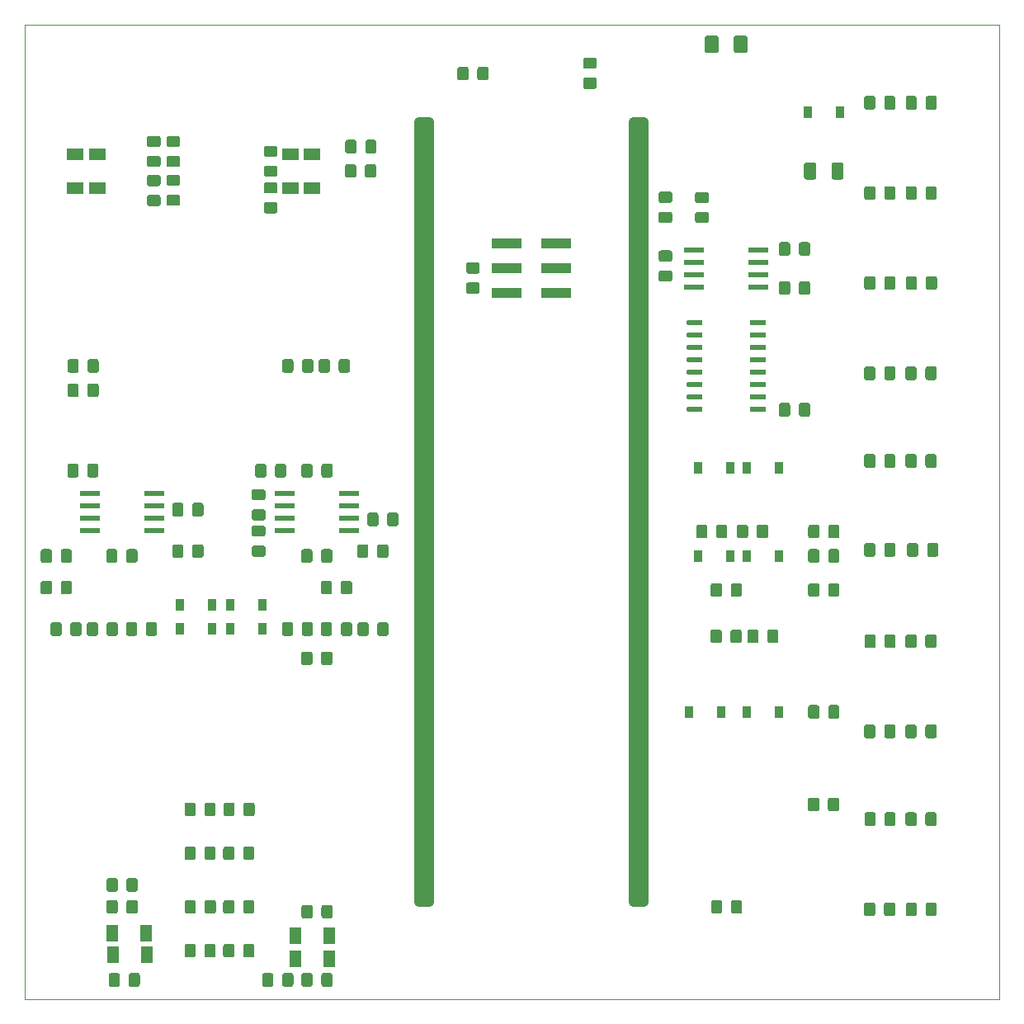
<source format=gbr>
%TF.GenerationSoftware,KiCad,Pcbnew,(5.1.5)-3*%
%TF.CreationDate,2020-05-19T22:28:50+02:00*%
%TF.ProjectId,KicadJE_Counts_PCB,4b696361-644a-4455-9f43-6f756e74735f,rev?*%
%TF.SameCoordinates,Original*%
%TF.FileFunction,Paste,Bot*%
%TF.FilePolarity,Positive*%
%FSLAX46Y46*%
G04 Gerber Fmt 4.6, Leading zero omitted, Abs format (unit mm)*
G04 Created by KiCad (PCBNEW (5.1.5)-3) date 2020-05-19 22:28:50*
%MOMM*%
%LPD*%
G04 APERTURE LIST*
%ADD10C,1.000000*%
%ADD11C,0.050000*%
%ADD12C,0.150000*%
%ADD13R,2.000000X0.550000*%
%ADD14R,0.900000X1.200000*%
%ADD15R,1.700000X1.300000*%
%ADD16R,1.300000X1.700000*%
%ADD17R,3.150000X1.000000*%
G04 APERTURE END LIST*
D10*
X112500000Y-60000000D02*
X112500000Y-140000000D01*
X113500000Y-60000000D02*
X113500000Y-140000000D01*
X112500000Y-140000000D02*
X113500000Y-140000000D01*
X112500000Y-60000000D02*
X113500000Y-60000000D01*
X90500000Y-60000000D02*
X91500000Y-60000000D01*
X90500000Y-140000000D02*
X91500000Y-140000000D01*
X91500000Y-60000000D02*
X91500000Y-140000000D01*
X90500000Y-60000000D02*
X90500000Y-140000000D01*
D11*
X50000000Y-150000000D02*
X50000000Y-50000000D01*
X150000000Y-150000000D02*
X50000000Y-150000000D01*
X150000000Y-50000000D02*
X150000000Y-150000000D01*
X50000000Y-50000000D02*
X150000000Y-50000000D01*
D12*
G36*
X131324505Y-119801204D02*
G01*
X131348773Y-119804804D01*
X131372572Y-119810765D01*
X131395671Y-119819030D01*
X131417850Y-119829520D01*
X131438893Y-119842132D01*
X131458599Y-119856747D01*
X131476777Y-119873223D01*
X131493253Y-119891401D01*
X131507868Y-119911107D01*
X131520480Y-119932150D01*
X131530970Y-119954329D01*
X131539235Y-119977428D01*
X131545196Y-120001227D01*
X131548796Y-120025495D01*
X131550000Y-120049999D01*
X131550000Y-120950001D01*
X131548796Y-120974505D01*
X131545196Y-120998773D01*
X131539235Y-121022572D01*
X131530970Y-121045671D01*
X131520480Y-121067850D01*
X131507868Y-121088893D01*
X131493253Y-121108599D01*
X131476777Y-121126777D01*
X131458599Y-121143253D01*
X131438893Y-121157868D01*
X131417850Y-121170480D01*
X131395671Y-121180970D01*
X131372572Y-121189235D01*
X131348773Y-121195196D01*
X131324505Y-121198796D01*
X131300001Y-121200000D01*
X130649999Y-121200000D01*
X130625495Y-121198796D01*
X130601227Y-121195196D01*
X130577428Y-121189235D01*
X130554329Y-121180970D01*
X130532150Y-121170480D01*
X130511107Y-121157868D01*
X130491401Y-121143253D01*
X130473223Y-121126777D01*
X130456747Y-121108599D01*
X130442132Y-121088893D01*
X130429520Y-121067850D01*
X130419030Y-121045671D01*
X130410765Y-121022572D01*
X130404804Y-120998773D01*
X130401204Y-120974505D01*
X130400000Y-120950001D01*
X130400000Y-120049999D01*
X130401204Y-120025495D01*
X130404804Y-120001227D01*
X130410765Y-119977428D01*
X130419030Y-119954329D01*
X130429520Y-119932150D01*
X130442132Y-119911107D01*
X130456747Y-119891401D01*
X130473223Y-119873223D01*
X130491401Y-119856747D01*
X130511107Y-119842132D01*
X130532150Y-119829520D01*
X130554329Y-119819030D01*
X130577428Y-119810765D01*
X130601227Y-119804804D01*
X130625495Y-119801204D01*
X130649999Y-119800000D01*
X131300001Y-119800000D01*
X131324505Y-119801204D01*
G37*
G36*
X133374505Y-119801204D02*
G01*
X133398773Y-119804804D01*
X133422572Y-119810765D01*
X133445671Y-119819030D01*
X133467850Y-119829520D01*
X133488893Y-119842132D01*
X133508599Y-119856747D01*
X133526777Y-119873223D01*
X133543253Y-119891401D01*
X133557868Y-119911107D01*
X133570480Y-119932150D01*
X133580970Y-119954329D01*
X133589235Y-119977428D01*
X133595196Y-120001227D01*
X133598796Y-120025495D01*
X133600000Y-120049999D01*
X133600000Y-120950001D01*
X133598796Y-120974505D01*
X133595196Y-120998773D01*
X133589235Y-121022572D01*
X133580970Y-121045671D01*
X133570480Y-121067850D01*
X133557868Y-121088893D01*
X133543253Y-121108599D01*
X133526777Y-121126777D01*
X133508599Y-121143253D01*
X133488893Y-121157868D01*
X133467850Y-121170480D01*
X133445671Y-121180970D01*
X133422572Y-121189235D01*
X133398773Y-121195196D01*
X133374505Y-121198796D01*
X133350001Y-121200000D01*
X132699999Y-121200000D01*
X132675495Y-121198796D01*
X132651227Y-121195196D01*
X132627428Y-121189235D01*
X132604329Y-121180970D01*
X132582150Y-121170480D01*
X132561107Y-121157868D01*
X132541401Y-121143253D01*
X132523223Y-121126777D01*
X132506747Y-121108599D01*
X132492132Y-121088893D01*
X132479520Y-121067850D01*
X132469030Y-121045671D01*
X132460765Y-121022572D01*
X132454804Y-120998773D01*
X132451204Y-120974505D01*
X132450000Y-120950001D01*
X132450000Y-120049999D01*
X132451204Y-120025495D01*
X132454804Y-120001227D01*
X132460765Y-119977428D01*
X132469030Y-119954329D01*
X132479520Y-119932150D01*
X132492132Y-119911107D01*
X132506747Y-119891401D01*
X132523223Y-119873223D01*
X132541401Y-119856747D01*
X132561107Y-119842132D01*
X132582150Y-119829520D01*
X132604329Y-119819030D01*
X132627428Y-119810765D01*
X132651227Y-119804804D01*
X132675495Y-119801204D01*
X132699999Y-119800000D01*
X133350001Y-119800000D01*
X133374505Y-119801204D01*
G37*
G36*
X123962004Y-51126204D02*
G01*
X123986273Y-51129804D01*
X124010071Y-51135765D01*
X124033171Y-51144030D01*
X124055349Y-51154520D01*
X124076393Y-51167133D01*
X124096098Y-51181747D01*
X124114277Y-51198223D01*
X124130753Y-51216402D01*
X124145367Y-51236107D01*
X124157980Y-51257151D01*
X124168470Y-51279329D01*
X124176735Y-51302429D01*
X124182696Y-51326227D01*
X124186296Y-51350496D01*
X124187500Y-51375000D01*
X124187500Y-52625000D01*
X124186296Y-52649504D01*
X124182696Y-52673773D01*
X124176735Y-52697571D01*
X124168470Y-52720671D01*
X124157980Y-52742849D01*
X124145367Y-52763893D01*
X124130753Y-52783598D01*
X124114277Y-52801777D01*
X124096098Y-52818253D01*
X124076393Y-52832867D01*
X124055349Y-52845480D01*
X124033171Y-52855970D01*
X124010071Y-52864235D01*
X123986273Y-52870196D01*
X123962004Y-52873796D01*
X123937500Y-52875000D01*
X123012500Y-52875000D01*
X122987996Y-52873796D01*
X122963727Y-52870196D01*
X122939929Y-52864235D01*
X122916829Y-52855970D01*
X122894651Y-52845480D01*
X122873607Y-52832867D01*
X122853902Y-52818253D01*
X122835723Y-52801777D01*
X122819247Y-52783598D01*
X122804633Y-52763893D01*
X122792020Y-52742849D01*
X122781530Y-52720671D01*
X122773265Y-52697571D01*
X122767304Y-52673773D01*
X122763704Y-52649504D01*
X122762500Y-52625000D01*
X122762500Y-51375000D01*
X122763704Y-51350496D01*
X122767304Y-51326227D01*
X122773265Y-51302429D01*
X122781530Y-51279329D01*
X122792020Y-51257151D01*
X122804633Y-51236107D01*
X122819247Y-51216402D01*
X122835723Y-51198223D01*
X122853902Y-51181747D01*
X122873607Y-51167133D01*
X122894651Y-51154520D01*
X122916829Y-51144030D01*
X122939929Y-51135765D01*
X122963727Y-51129804D01*
X122987996Y-51126204D01*
X123012500Y-51125000D01*
X123937500Y-51125000D01*
X123962004Y-51126204D01*
G37*
G36*
X120987004Y-51126204D02*
G01*
X121011273Y-51129804D01*
X121035071Y-51135765D01*
X121058171Y-51144030D01*
X121080349Y-51154520D01*
X121101393Y-51167133D01*
X121121098Y-51181747D01*
X121139277Y-51198223D01*
X121155753Y-51216402D01*
X121170367Y-51236107D01*
X121182980Y-51257151D01*
X121193470Y-51279329D01*
X121201735Y-51302429D01*
X121207696Y-51326227D01*
X121211296Y-51350496D01*
X121212500Y-51375000D01*
X121212500Y-52625000D01*
X121211296Y-52649504D01*
X121207696Y-52673773D01*
X121201735Y-52697571D01*
X121193470Y-52720671D01*
X121182980Y-52742849D01*
X121170367Y-52763893D01*
X121155753Y-52783598D01*
X121139277Y-52801777D01*
X121121098Y-52818253D01*
X121101393Y-52832867D01*
X121080349Y-52845480D01*
X121058171Y-52855970D01*
X121035071Y-52864235D01*
X121011273Y-52870196D01*
X120987004Y-52873796D01*
X120962500Y-52875000D01*
X120037500Y-52875000D01*
X120012996Y-52873796D01*
X119988727Y-52870196D01*
X119964929Y-52864235D01*
X119941829Y-52855970D01*
X119919651Y-52845480D01*
X119898607Y-52832867D01*
X119878902Y-52818253D01*
X119860723Y-52801777D01*
X119844247Y-52783598D01*
X119829633Y-52763893D01*
X119817020Y-52742849D01*
X119806530Y-52720671D01*
X119798265Y-52697571D01*
X119792304Y-52673773D01*
X119788704Y-52649504D01*
X119787500Y-52625000D01*
X119787500Y-51375000D01*
X119788704Y-51350496D01*
X119792304Y-51326227D01*
X119798265Y-51302429D01*
X119806530Y-51279329D01*
X119817020Y-51257151D01*
X119829633Y-51236107D01*
X119844247Y-51216402D01*
X119860723Y-51198223D01*
X119878902Y-51181747D01*
X119898607Y-51167133D01*
X119919651Y-51154520D01*
X119941829Y-51144030D01*
X119964929Y-51135765D01*
X119988727Y-51129804D01*
X120012996Y-51126204D01*
X120037500Y-51125000D01*
X120962500Y-51125000D01*
X120987004Y-51126204D01*
G37*
G36*
X133374505Y-101301204D02*
G01*
X133398773Y-101304804D01*
X133422572Y-101310765D01*
X133445671Y-101319030D01*
X133467850Y-101329520D01*
X133488893Y-101342132D01*
X133508599Y-101356747D01*
X133526777Y-101373223D01*
X133543253Y-101391401D01*
X133557868Y-101411107D01*
X133570480Y-101432150D01*
X133580970Y-101454329D01*
X133589235Y-101477428D01*
X133595196Y-101501227D01*
X133598796Y-101525495D01*
X133600000Y-101549999D01*
X133600000Y-102450001D01*
X133598796Y-102474505D01*
X133595196Y-102498773D01*
X133589235Y-102522572D01*
X133580970Y-102545671D01*
X133570480Y-102567850D01*
X133557868Y-102588893D01*
X133543253Y-102608599D01*
X133526777Y-102626777D01*
X133508599Y-102643253D01*
X133488893Y-102657868D01*
X133467850Y-102670480D01*
X133445671Y-102680970D01*
X133422572Y-102689235D01*
X133398773Y-102695196D01*
X133374505Y-102698796D01*
X133350001Y-102700000D01*
X132699999Y-102700000D01*
X132675495Y-102698796D01*
X132651227Y-102695196D01*
X132627428Y-102689235D01*
X132604329Y-102680970D01*
X132582150Y-102670480D01*
X132561107Y-102657868D01*
X132541401Y-102643253D01*
X132523223Y-102626777D01*
X132506747Y-102608599D01*
X132492132Y-102588893D01*
X132479520Y-102567850D01*
X132469030Y-102545671D01*
X132460765Y-102522572D01*
X132454804Y-102498773D01*
X132451204Y-102474505D01*
X132450000Y-102450001D01*
X132450000Y-101549999D01*
X132451204Y-101525495D01*
X132454804Y-101501227D01*
X132460765Y-101477428D01*
X132469030Y-101454329D01*
X132479520Y-101432150D01*
X132492132Y-101411107D01*
X132506747Y-101391401D01*
X132523223Y-101373223D01*
X132541401Y-101356747D01*
X132561107Y-101342132D01*
X132582150Y-101329520D01*
X132604329Y-101319030D01*
X132627428Y-101310765D01*
X132651227Y-101304804D01*
X132675495Y-101301204D01*
X132699999Y-101300000D01*
X133350001Y-101300000D01*
X133374505Y-101301204D01*
G37*
G36*
X131324505Y-101301204D02*
G01*
X131348773Y-101304804D01*
X131372572Y-101310765D01*
X131395671Y-101319030D01*
X131417850Y-101329520D01*
X131438893Y-101342132D01*
X131458599Y-101356747D01*
X131476777Y-101373223D01*
X131493253Y-101391401D01*
X131507868Y-101411107D01*
X131520480Y-101432150D01*
X131530970Y-101454329D01*
X131539235Y-101477428D01*
X131545196Y-101501227D01*
X131548796Y-101525495D01*
X131550000Y-101549999D01*
X131550000Y-102450001D01*
X131548796Y-102474505D01*
X131545196Y-102498773D01*
X131539235Y-102522572D01*
X131530970Y-102545671D01*
X131520480Y-102567850D01*
X131507868Y-102588893D01*
X131493253Y-102608599D01*
X131476777Y-102626777D01*
X131458599Y-102643253D01*
X131438893Y-102657868D01*
X131417850Y-102670480D01*
X131395671Y-102680970D01*
X131372572Y-102689235D01*
X131348773Y-102695196D01*
X131324505Y-102698796D01*
X131300001Y-102700000D01*
X130649999Y-102700000D01*
X130625495Y-102698796D01*
X130601227Y-102695196D01*
X130577428Y-102689235D01*
X130554329Y-102680970D01*
X130532150Y-102670480D01*
X130511107Y-102657868D01*
X130491401Y-102643253D01*
X130473223Y-102626777D01*
X130456747Y-102608599D01*
X130442132Y-102588893D01*
X130429520Y-102567850D01*
X130419030Y-102545671D01*
X130410765Y-102522572D01*
X130404804Y-102498773D01*
X130401204Y-102474505D01*
X130400000Y-102450001D01*
X130400000Y-101549999D01*
X130401204Y-101525495D01*
X130404804Y-101501227D01*
X130410765Y-101477428D01*
X130419030Y-101454329D01*
X130429520Y-101432150D01*
X130442132Y-101411107D01*
X130456747Y-101391401D01*
X130473223Y-101373223D01*
X130491401Y-101356747D01*
X130511107Y-101342132D01*
X130532150Y-101329520D01*
X130554329Y-101319030D01*
X130577428Y-101310765D01*
X130601227Y-101304804D01*
X130625495Y-101301204D01*
X130649999Y-101300000D01*
X131300001Y-101300000D01*
X131324505Y-101301204D01*
G37*
G36*
X131324505Y-103801204D02*
G01*
X131348773Y-103804804D01*
X131372572Y-103810765D01*
X131395671Y-103819030D01*
X131417850Y-103829520D01*
X131438893Y-103842132D01*
X131458599Y-103856747D01*
X131476777Y-103873223D01*
X131493253Y-103891401D01*
X131507868Y-103911107D01*
X131520480Y-103932150D01*
X131530970Y-103954329D01*
X131539235Y-103977428D01*
X131545196Y-104001227D01*
X131548796Y-104025495D01*
X131550000Y-104049999D01*
X131550000Y-104950001D01*
X131548796Y-104974505D01*
X131545196Y-104998773D01*
X131539235Y-105022572D01*
X131530970Y-105045671D01*
X131520480Y-105067850D01*
X131507868Y-105088893D01*
X131493253Y-105108599D01*
X131476777Y-105126777D01*
X131458599Y-105143253D01*
X131438893Y-105157868D01*
X131417850Y-105170480D01*
X131395671Y-105180970D01*
X131372572Y-105189235D01*
X131348773Y-105195196D01*
X131324505Y-105198796D01*
X131300001Y-105200000D01*
X130649999Y-105200000D01*
X130625495Y-105198796D01*
X130601227Y-105195196D01*
X130577428Y-105189235D01*
X130554329Y-105180970D01*
X130532150Y-105170480D01*
X130511107Y-105157868D01*
X130491401Y-105143253D01*
X130473223Y-105126777D01*
X130456747Y-105108599D01*
X130442132Y-105088893D01*
X130429520Y-105067850D01*
X130419030Y-105045671D01*
X130410765Y-105022572D01*
X130404804Y-104998773D01*
X130401204Y-104974505D01*
X130400000Y-104950001D01*
X130400000Y-104049999D01*
X130401204Y-104025495D01*
X130404804Y-104001227D01*
X130410765Y-103977428D01*
X130419030Y-103954329D01*
X130429520Y-103932150D01*
X130442132Y-103911107D01*
X130456747Y-103891401D01*
X130473223Y-103873223D01*
X130491401Y-103856747D01*
X130511107Y-103842132D01*
X130532150Y-103829520D01*
X130554329Y-103819030D01*
X130577428Y-103810765D01*
X130601227Y-103804804D01*
X130625495Y-103801204D01*
X130649999Y-103800000D01*
X131300001Y-103800000D01*
X131324505Y-103801204D01*
G37*
G36*
X133374505Y-103801204D02*
G01*
X133398773Y-103804804D01*
X133422572Y-103810765D01*
X133445671Y-103819030D01*
X133467850Y-103829520D01*
X133488893Y-103842132D01*
X133508599Y-103856747D01*
X133526777Y-103873223D01*
X133543253Y-103891401D01*
X133557868Y-103911107D01*
X133570480Y-103932150D01*
X133580970Y-103954329D01*
X133589235Y-103977428D01*
X133595196Y-104001227D01*
X133598796Y-104025495D01*
X133600000Y-104049999D01*
X133600000Y-104950001D01*
X133598796Y-104974505D01*
X133595196Y-104998773D01*
X133589235Y-105022572D01*
X133580970Y-105045671D01*
X133570480Y-105067850D01*
X133557868Y-105088893D01*
X133543253Y-105108599D01*
X133526777Y-105126777D01*
X133508599Y-105143253D01*
X133488893Y-105157868D01*
X133467850Y-105170480D01*
X133445671Y-105180970D01*
X133422572Y-105189235D01*
X133398773Y-105195196D01*
X133374505Y-105198796D01*
X133350001Y-105200000D01*
X132699999Y-105200000D01*
X132675495Y-105198796D01*
X132651227Y-105195196D01*
X132627428Y-105189235D01*
X132604329Y-105180970D01*
X132582150Y-105170480D01*
X132561107Y-105157868D01*
X132541401Y-105143253D01*
X132523223Y-105126777D01*
X132506747Y-105108599D01*
X132492132Y-105088893D01*
X132479520Y-105067850D01*
X132469030Y-105045671D01*
X132460765Y-105022572D01*
X132454804Y-104998773D01*
X132451204Y-104974505D01*
X132450000Y-104950001D01*
X132450000Y-104049999D01*
X132451204Y-104025495D01*
X132454804Y-104001227D01*
X132460765Y-103977428D01*
X132469030Y-103954329D01*
X132479520Y-103932150D01*
X132492132Y-103911107D01*
X132506747Y-103891401D01*
X132523223Y-103873223D01*
X132541401Y-103856747D01*
X132561107Y-103842132D01*
X132582150Y-103829520D01*
X132604329Y-103819030D01*
X132627428Y-103810765D01*
X132651227Y-103804804D01*
X132675495Y-103801204D01*
X132699999Y-103800000D01*
X133350001Y-103800000D01*
X133374505Y-103801204D01*
G37*
D13*
X125300000Y-76905000D03*
X125300000Y-75635000D03*
X125300000Y-74365000D03*
X125300000Y-73095000D03*
X118700000Y-73095000D03*
X118700000Y-74365000D03*
X118700000Y-75635000D03*
X118700000Y-76905000D03*
D12*
G36*
X119425977Y-89170662D02*
G01*
X119439325Y-89172642D01*
X119452414Y-89175921D01*
X119465119Y-89180467D01*
X119477317Y-89186236D01*
X119488891Y-89193173D01*
X119499729Y-89201211D01*
X119509727Y-89210273D01*
X119518789Y-89220271D01*
X119526827Y-89231109D01*
X119533764Y-89242683D01*
X119539533Y-89254881D01*
X119544079Y-89267586D01*
X119547358Y-89280675D01*
X119549338Y-89294023D01*
X119550000Y-89307500D01*
X119550000Y-89582500D01*
X119549338Y-89595977D01*
X119547358Y-89609325D01*
X119544079Y-89622414D01*
X119539533Y-89635119D01*
X119533764Y-89647317D01*
X119526827Y-89658891D01*
X119518789Y-89669729D01*
X119509727Y-89679727D01*
X119499729Y-89688789D01*
X119488891Y-89696827D01*
X119477317Y-89703764D01*
X119465119Y-89709533D01*
X119452414Y-89714079D01*
X119439325Y-89717358D01*
X119425977Y-89719338D01*
X119412500Y-89720000D01*
X118087500Y-89720000D01*
X118074023Y-89719338D01*
X118060675Y-89717358D01*
X118047586Y-89714079D01*
X118034881Y-89709533D01*
X118022683Y-89703764D01*
X118011109Y-89696827D01*
X118000271Y-89688789D01*
X117990273Y-89679727D01*
X117981211Y-89669729D01*
X117973173Y-89658891D01*
X117966236Y-89647317D01*
X117960467Y-89635119D01*
X117955921Y-89622414D01*
X117952642Y-89609325D01*
X117950662Y-89595977D01*
X117950000Y-89582500D01*
X117950000Y-89307500D01*
X117950662Y-89294023D01*
X117952642Y-89280675D01*
X117955921Y-89267586D01*
X117960467Y-89254881D01*
X117966236Y-89242683D01*
X117973173Y-89231109D01*
X117981211Y-89220271D01*
X117990273Y-89210273D01*
X118000271Y-89201211D01*
X118011109Y-89193173D01*
X118022683Y-89186236D01*
X118034881Y-89180467D01*
X118047586Y-89175921D01*
X118060675Y-89172642D01*
X118074023Y-89170662D01*
X118087500Y-89170000D01*
X119412500Y-89170000D01*
X119425977Y-89170662D01*
G37*
G36*
X119425977Y-87900662D02*
G01*
X119439325Y-87902642D01*
X119452414Y-87905921D01*
X119465119Y-87910467D01*
X119477317Y-87916236D01*
X119488891Y-87923173D01*
X119499729Y-87931211D01*
X119509727Y-87940273D01*
X119518789Y-87950271D01*
X119526827Y-87961109D01*
X119533764Y-87972683D01*
X119539533Y-87984881D01*
X119544079Y-87997586D01*
X119547358Y-88010675D01*
X119549338Y-88024023D01*
X119550000Y-88037500D01*
X119550000Y-88312500D01*
X119549338Y-88325977D01*
X119547358Y-88339325D01*
X119544079Y-88352414D01*
X119539533Y-88365119D01*
X119533764Y-88377317D01*
X119526827Y-88388891D01*
X119518789Y-88399729D01*
X119509727Y-88409727D01*
X119499729Y-88418789D01*
X119488891Y-88426827D01*
X119477317Y-88433764D01*
X119465119Y-88439533D01*
X119452414Y-88444079D01*
X119439325Y-88447358D01*
X119425977Y-88449338D01*
X119412500Y-88450000D01*
X118087500Y-88450000D01*
X118074023Y-88449338D01*
X118060675Y-88447358D01*
X118047586Y-88444079D01*
X118034881Y-88439533D01*
X118022683Y-88433764D01*
X118011109Y-88426827D01*
X118000271Y-88418789D01*
X117990273Y-88409727D01*
X117981211Y-88399729D01*
X117973173Y-88388891D01*
X117966236Y-88377317D01*
X117960467Y-88365119D01*
X117955921Y-88352414D01*
X117952642Y-88339325D01*
X117950662Y-88325977D01*
X117950000Y-88312500D01*
X117950000Y-88037500D01*
X117950662Y-88024023D01*
X117952642Y-88010675D01*
X117955921Y-87997586D01*
X117960467Y-87984881D01*
X117966236Y-87972683D01*
X117973173Y-87961109D01*
X117981211Y-87950271D01*
X117990273Y-87940273D01*
X118000271Y-87931211D01*
X118011109Y-87923173D01*
X118022683Y-87916236D01*
X118034881Y-87910467D01*
X118047586Y-87905921D01*
X118060675Y-87902642D01*
X118074023Y-87900662D01*
X118087500Y-87900000D01*
X119412500Y-87900000D01*
X119425977Y-87900662D01*
G37*
G36*
X119425977Y-86630662D02*
G01*
X119439325Y-86632642D01*
X119452414Y-86635921D01*
X119465119Y-86640467D01*
X119477317Y-86646236D01*
X119488891Y-86653173D01*
X119499729Y-86661211D01*
X119509727Y-86670273D01*
X119518789Y-86680271D01*
X119526827Y-86691109D01*
X119533764Y-86702683D01*
X119539533Y-86714881D01*
X119544079Y-86727586D01*
X119547358Y-86740675D01*
X119549338Y-86754023D01*
X119550000Y-86767500D01*
X119550000Y-87042500D01*
X119549338Y-87055977D01*
X119547358Y-87069325D01*
X119544079Y-87082414D01*
X119539533Y-87095119D01*
X119533764Y-87107317D01*
X119526827Y-87118891D01*
X119518789Y-87129729D01*
X119509727Y-87139727D01*
X119499729Y-87148789D01*
X119488891Y-87156827D01*
X119477317Y-87163764D01*
X119465119Y-87169533D01*
X119452414Y-87174079D01*
X119439325Y-87177358D01*
X119425977Y-87179338D01*
X119412500Y-87180000D01*
X118087500Y-87180000D01*
X118074023Y-87179338D01*
X118060675Y-87177358D01*
X118047586Y-87174079D01*
X118034881Y-87169533D01*
X118022683Y-87163764D01*
X118011109Y-87156827D01*
X118000271Y-87148789D01*
X117990273Y-87139727D01*
X117981211Y-87129729D01*
X117973173Y-87118891D01*
X117966236Y-87107317D01*
X117960467Y-87095119D01*
X117955921Y-87082414D01*
X117952642Y-87069325D01*
X117950662Y-87055977D01*
X117950000Y-87042500D01*
X117950000Y-86767500D01*
X117950662Y-86754023D01*
X117952642Y-86740675D01*
X117955921Y-86727586D01*
X117960467Y-86714881D01*
X117966236Y-86702683D01*
X117973173Y-86691109D01*
X117981211Y-86680271D01*
X117990273Y-86670273D01*
X118000271Y-86661211D01*
X118011109Y-86653173D01*
X118022683Y-86646236D01*
X118034881Y-86640467D01*
X118047586Y-86635921D01*
X118060675Y-86632642D01*
X118074023Y-86630662D01*
X118087500Y-86630000D01*
X119412500Y-86630000D01*
X119425977Y-86630662D01*
G37*
G36*
X119425977Y-85360662D02*
G01*
X119439325Y-85362642D01*
X119452414Y-85365921D01*
X119465119Y-85370467D01*
X119477317Y-85376236D01*
X119488891Y-85383173D01*
X119499729Y-85391211D01*
X119509727Y-85400273D01*
X119518789Y-85410271D01*
X119526827Y-85421109D01*
X119533764Y-85432683D01*
X119539533Y-85444881D01*
X119544079Y-85457586D01*
X119547358Y-85470675D01*
X119549338Y-85484023D01*
X119550000Y-85497500D01*
X119550000Y-85772500D01*
X119549338Y-85785977D01*
X119547358Y-85799325D01*
X119544079Y-85812414D01*
X119539533Y-85825119D01*
X119533764Y-85837317D01*
X119526827Y-85848891D01*
X119518789Y-85859729D01*
X119509727Y-85869727D01*
X119499729Y-85878789D01*
X119488891Y-85886827D01*
X119477317Y-85893764D01*
X119465119Y-85899533D01*
X119452414Y-85904079D01*
X119439325Y-85907358D01*
X119425977Y-85909338D01*
X119412500Y-85910000D01*
X118087500Y-85910000D01*
X118074023Y-85909338D01*
X118060675Y-85907358D01*
X118047586Y-85904079D01*
X118034881Y-85899533D01*
X118022683Y-85893764D01*
X118011109Y-85886827D01*
X118000271Y-85878789D01*
X117990273Y-85869727D01*
X117981211Y-85859729D01*
X117973173Y-85848891D01*
X117966236Y-85837317D01*
X117960467Y-85825119D01*
X117955921Y-85812414D01*
X117952642Y-85799325D01*
X117950662Y-85785977D01*
X117950000Y-85772500D01*
X117950000Y-85497500D01*
X117950662Y-85484023D01*
X117952642Y-85470675D01*
X117955921Y-85457586D01*
X117960467Y-85444881D01*
X117966236Y-85432683D01*
X117973173Y-85421109D01*
X117981211Y-85410271D01*
X117990273Y-85400273D01*
X118000271Y-85391211D01*
X118011109Y-85383173D01*
X118022683Y-85376236D01*
X118034881Y-85370467D01*
X118047586Y-85365921D01*
X118060675Y-85362642D01*
X118074023Y-85360662D01*
X118087500Y-85360000D01*
X119412500Y-85360000D01*
X119425977Y-85360662D01*
G37*
G36*
X119425977Y-84090662D02*
G01*
X119439325Y-84092642D01*
X119452414Y-84095921D01*
X119465119Y-84100467D01*
X119477317Y-84106236D01*
X119488891Y-84113173D01*
X119499729Y-84121211D01*
X119509727Y-84130273D01*
X119518789Y-84140271D01*
X119526827Y-84151109D01*
X119533764Y-84162683D01*
X119539533Y-84174881D01*
X119544079Y-84187586D01*
X119547358Y-84200675D01*
X119549338Y-84214023D01*
X119550000Y-84227500D01*
X119550000Y-84502500D01*
X119549338Y-84515977D01*
X119547358Y-84529325D01*
X119544079Y-84542414D01*
X119539533Y-84555119D01*
X119533764Y-84567317D01*
X119526827Y-84578891D01*
X119518789Y-84589729D01*
X119509727Y-84599727D01*
X119499729Y-84608789D01*
X119488891Y-84616827D01*
X119477317Y-84623764D01*
X119465119Y-84629533D01*
X119452414Y-84634079D01*
X119439325Y-84637358D01*
X119425977Y-84639338D01*
X119412500Y-84640000D01*
X118087500Y-84640000D01*
X118074023Y-84639338D01*
X118060675Y-84637358D01*
X118047586Y-84634079D01*
X118034881Y-84629533D01*
X118022683Y-84623764D01*
X118011109Y-84616827D01*
X118000271Y-84608789D01*
X117990273Y-84599727D01*
X117981211Y-84589729D01*
X117973173Y-84578891D01*
X117966236Y-84567317D01*
X117960467Y-84555119D01*
X117955921Y-84542414D01*
X117952642Y-84529325D01*
X117950662Y-84515977D01*
X117950000Y-84502500D01*
X117950000Y-84227500D01*
X117950662Y-84214023D01*
X117952642Y-84200675D01*
X117955921Y-84187586D01*
X117960467Y-84174881D01*
X117966236Y-84162683D01*
X117973173Y-84151109D01*
X117981211Y-84140271D01*
X117990273Y-84130273D01*
X118000271Y-84121211D01*
X118011109Y-84113173D01*
X118022683Y-84106236D01*
X118034881Y-84100467D01*
X118047586Y-84095921D01*
X118060675Y-84092642D01*
X118074023Y-84090662D01*
X118087500Y-84090000D01*
X119412500Y-84090000D01*
X119425977Y-84090662D01*
G37*
G36*
X119425977Y-82820662D02*
G01*
X119439325Y-82822642D01*
X119452414Y-82825921D01*
X119465119Y-82830467D01*
X119477317Y-82836236D01*
X119488891Y-82843173D01*
X119499729Y-82851211D01*
X119509727Y-82860273D01*
X119518789Y-82870271D01*
X119526827Y-82881109D01*
X119533764Y-82892683D01*
X119539533Y-82904881D01*
X119544079Y-82917586D01*
X119547358Y-82930675D01*
X119549338Y-82944023D01*
X119550000Y-82957500D01*
X119550000Y-83232500D01*
X119549338Y-83245977D01*
X119547358Y-83259325D01*
X119544079Y-83272414D01*
X119539533Y-83285119D01*
X119533764Y-83297317D01*
X119526827Y-83308891D01*
X119518789Y-83319729D01*
X119509727Y-83329727D01*
X119499729Y-83338789D01*
X119488891Y-83346827D01*
X119477317Y-83353764D01*
X119465119Y-83359533D01*
X119452414Y-83364079D01*
X119439325Y-83367358D01*
X119425977Y-83369338D01*
X119412500Y-83370000D01*
X118087500Y-83370000D01*
X118074023Y-83369338D01*
X118060675Y-83367358D01*
X118047586Y-83364079D01*
X118034881Y-83359533D01*
X118022683Y-83353764D01*
X118011109Y-83346827D01*
X118000271Y-83338789D01*
X117990273Y-83329727D01*
X117981211Y-83319729D01*
X117973173Y-83308891D01*
X117966236Y-83297317D01*
X117960467Y-83285119D01*
X117955921Y-83272414D01*
X117952642Y-83259325D01*
X117950662Y-83245977D01*
X117950000Y-83232500D01*
X117950000Y-82957500D01*
X117950662Y-82944023D01*
X117952642Y-82930675D01*
X117955921Y-82917586D01*
X117960467Y-82904881D01*
X117966236Y-82892683D01*
X117973173Y-82881109D01*
X117981211Y-82870271D01*
X117990273Y-82860273D01*
X118000271Y-82851211D01*
X118011109Y-82843173D01*
X118022683Y-82836236D01*
X118034881Y-82830467D01*
X118047586Y-82825921D01*
X118060675Y-82822642D01*
X118074023Y-82820662D01*
X118087500Y-82820000D01*
X119412500Y-82820000D01*
X119425977Y-82820662D01*
G37*
G36*
X119425977Y-81550662D02*
G01*
X119439325Y-81552642D01*
X119452414Y-81555921D01*
X119465119Y-81560467D01*
X119477317Y-81566236D01*
X119488891Y-81573173D01*
X119499729Y-81581211D01*
X119509727Y-81590273D01*
X119518789Y-81600271D01*
X119526827Y-81611109D01*
X119533764Y-81622683D01*
X119539533Y-81634881D01*
X119544079Y-81647586D01*
X119547358Y-81660675D01*
X119549338Y-81674023D01*
X119550000Y-81687500D01*
X119550000Y-81962500D01*
X119549338Y-81975977D01*
X119547358Y-81989325D01*
X119544079Y-82002414D01*
X119539533Y-82015119D01*
X119533764Y-82027317D01*
X119526827Y-82038891D01*
X119518789Y-82049729D01*
X119509727Y-82059727D01*
X119499729Y-82068789D01*
X119488891Y-82076827D01*
X119477317Y-82083764D01*
X119465119Y-82089533D01*
X119452414Y-82094079D01*
X119439325Y-82097358D01*
X119425977Y-82099338D01*
X119412500Y-82100000D01*
X118087500Y-82100000D01*
X118074023Y-82099338D01*
X118060675Y-82097358D01*
X118047586Y-82094079D01*
X118034881Y-82089533D01*
X118022683Y-82083764D01*
X118011109Y-82076827D01*
X118000271Y-82068789D01*
X117990273Y-82059727D01*
X117981211Y-82049729D01*
X117973173Y-82038891D01*
X117966236Y-82027317D01*
X117960467Y-82015119D01*
X117955921Y-82002414D01*
X117952642Y-81989325D01*
X117950662Y-81975977D01*
X117950000Y-81962500D01*
X117950000Y-81687500D01*
X117950662Y-81674023D01*
X117952642Y-81660675D01*
X117955921Y-81647586D01*
X117960467Y-81634881D01*
X117966236Y-81622683D01*
X117973173Y-81611109D01*
X117981211Y-81600271D01*
X117990273Y-81590273D01*
X118000271Y-81581211D01*
X118011109Y-81573173D01*
X118022683Y-81566236D01*
X118034881Y-81560467D01*
X118047586Y-81555921D01*
X118060675Y-81552642D01*
X118074023Y-81550662D01*
X118087500Y-81550000D01*
X119412500Y-81550000D01*
X119425977Y-81550662D01*
G37*
G36*
X119425977Y-80280662D02*
G01*
X119439325Y-80282642D01*
X119452414Y-80285921D01*
X119465119Y-80290467D01*
X119477317Y-80296236D01*
X119488891Y-80303173D01*
X119499729Y-80311211D01*
X119509727Y-80320273D01*
X119518789Y-80330271D01*
X119526827Y-80341109D01*
X119533764Y-80352683D01*
X119539533Y-80364881D01*
X119544079Y-80377586D01*
X119547358Y-80390675D01*
X119549338Y-80404023D01*
X119550000Y-80417500D01*
X119550000Y-80692500D01*
X119549338Y-80705977D01*
X119547358Y-80719325D01*
X119544079Y-80732414D01*
X119539533Y-80745119D01*
X119533764Y-80757317D01*
X119526827Y-80768891D01*
X119518789Y-80779729D01*
X119509727Y-80789727D01*
X119499729Y-80798789D01*
X119488891Y-80806827D01*
X119477317Y-80813764D01*
X119465119Y-80819533D01*
X119452414Y-80824079D01*
X119439325Y-80827358D01*
X119425977Y-80829338D01*
X119412500Y-80830000D01*
X118087500Y-80830000D01*
X118074023Y-80829338D01*
X118060675Y-80827358D01*
X118047586Y-80824079D01*
X118034881Y-80819533D01*
X118022683Y-80813764D01*
X118011109Y-80806827D01*
X118000271Y-80798789D01*
X117990273Y-80789727D01*
X117981211Y-80779729D01*
X117973173Y-80768891D01*
X117966236Y-80757317D01*
X117960467Y-80745119D01*
X117955921Y-80732414D01*
X117952642Y-80719325D01*
X117950662Y-80705977D01*
X117950000Y-80692500D01*
X117950000Y-80417500D01*
X117950662Y-80404023D01*
X117952642Y-80390675D01*
X117955921Y-80377586D01*
X117960467Y-80364881D01*
X117966236Y-80352683D01*
X117973173Y-80341109D01*
X117981211Y-80330271D01*
X117990273Y-80320273D01*
X118000271Y-80311211D01*
X118011109Y-80303173D01*
X118022683Y-80296236D01*
X118034881Y-80290467D01*
X118047586Y-80285921D01*
X118060675Y-80282642D01*
X118074023Y-80280662D01*
X118087500Y-80280000D01*
X119412500Y-80280000D01*
X119425977Y-80280662D01*
G37*
G36*
X125925977Y-80280662D02*
G01*
X125939325Y-80282642D01*
X125952414Y-80285921D01*
X125965119Y-80290467D01*
X125977317Y-80296236D01*
X125988891Y-80303173D01*
X125999729Y-80311211D01*
X126009727Y-80320273D01*
X126018789Y-80330271D01*
X126026827Y-80341109D01*
X126033764Y-80352683D01*
X126039533Y-80364881D01*
X126044079Y-80377586D01*
X126047358Y-80390675D01*
X126049338Y-80404023D01*
X126050000Y-80417500D01*
X126050000Y-80692500D01*
X126049338Y-80705977D01*
X126047358Y-80719325D01*
X126044079Y-80732414D01*
X126039533Y-80745119D01*
X126033764Y-80757317D01*
X126026827Y-80768891D01*
X126018789Y-80779729D01*
X126009727Y-80789727D01*
X125999729Y-80798789D01*
X125988891Y-80806827D01*
X125977317Y-80813764D01*
X125965119Y-80819533D01*
X125952414Y-80824079D01*
X125939325Y-80827358D01*
X125925977Y-80829338D01*
X125912500Y-80830000D01*
X124587500Y-80830000D01*
X124574023Y-80829338D01*
X124560675Y-80827358D01*
X124547586Y-80824079D01*
X124534881Y-80819533D01*
X124522683Y-80813764D01*
X124511109Y-80806827D01*
X124500271Y-80798789D01*
X124490273Y-80789727D01*
X124481211Y-80779729D01*
X124473173Y-80768891D01*
X124466236Y-80757317D01*
X124460467Y-80745119D01*
X124455921Y-80732414D01*
X124452642Y-80719325D01*
X124450662Y-80705977D01*
X124450000Y-80692500D01*
X124450000Y-80417500D01*
X124450662Y-80404023D01*
X124452642Y-80390675D01*
X124455921Y-80377586D01*
X124460467Y-80364881D01*
X124466236Y-80352683D01*
X124473173Y-80341109D01*
X124481211Y-80330271D01*
X124490273Y-80320273D01*
X124500271Y-80311211D01*
X124511109Y-80303173D01*
X124522683Y-80296236D01*
X124534881Y-80290467D01*
X124547586Y-80285921D01*
X124560675Y-80282642D01*
X124574023Y-80280662D01*
X124587500Y-80280000D01*
X125912500Y-80280000D01*
X125925977Y-80280662D01*
G37*
G36*
X125925977Y-81550662D02*
G01*
X125939325Y-81552642D01*
X125952414Y-81555921D01*
X125965119Y-81560467D01*
X125977317Y-81566236D01*
X125988891Y-81573173D01*
X125999729Y-81581211D01*
X126009727Y-81590273D01*
X126018789Y-81600271D01*
X126026827Y-81611109D01*
X126033764Y-81622683D01*
X126039533Y-81634881D01*
X126044079Y-81647586D01*
X126047358Y-81660675D01*
X126049338Y-81674023D01*
X126050000Y-81687500D01*
X126050000Y-81962500D01*
X126049338Y-81975977D01*
X126047358Y-81989325D01*
X126044079Y-82002414D01*
X126039533Y-82015119D01*
X126033764Y-82027317D01*
X126026827Y-82038891D01*
X126018789Y-82049729D01*
X126009727Y-82059727D01*
X125999729Y-82068789D01*
X125988891Y-82076827D01*
X125977317Y-82083764D01*
X125965119Y-82089533D01*
X125952414Y-82094079D01*
X125939325Y-82097358D01*
X125925977Y-82099338D01*
X125912500Y-82100000D01*
X124587500Y-82100000D01*
X124574023Y-82099338D01*
X124560675Y-82097358D01*
X124547586Y-82094079D01*
X124534881Y-82089533D01*
X124522683Y-82083764D01*
X124511109Y-82076827D01*
X124500271Y-82068789D01*
X124490273Y-82059727D01*
X124481211Y-82049729D01*
X124473173Y-82038891D01*
X124466236Y-82027317D01*
X124460467Y-82015119D01*
X124455921Y-82002414D01*
X124452642Y-81989325D01*
X124450662Y-81975977D01*
X124450000Y-81962500D01*
X124450000Y-81687500D01*
X124450662Y-81674023D01*
X124452642Y-81660675D01*
X124455921Y-81647586D01*
X124460467Y-81634881D01*
X124466236Y-81622683D01*
X124473173Y-81611109D01*
X124481211Y-81600271D01*
X124490273Y-81590273D01*
X124500271Y-81581211D01*
X124511109Y-81573173D01*
X124522683Y-81566236D01*
X124534881Y-81560467D01*
X124547586Y-81555921D01*
X124560675Y-81552642D01*
X124574023Y-81550662D01*
X124587500Y-81550000D01*
X125912500Y-81550000D01*
X125925977Y-81550662D01*
G37*
G36*
X125925977Y-82820662D02*
G01*
X125939325Y-82822642D01*
X125952414Y-82825921D01*
X125965119Y-82830467D01*
X125977317Y-82836236D01*
X125988891Y-82843173D01*
X125999729Y-82851211D01*
X126009727Y-82860273D01*
X126018789Y-82870271D01*
X126026827Y-82881109D01*
X126033764Y-82892683D01*
X126039533Y-82904881D01*
X126044079Y-82917586D01*
X126047358Y-82930675D01*
X126049338Y-82944023D01*
X126050000Y-82957500D01*
X126050000Y-83232500D01*
X126049338Y-83245977D01*
X126047358Y-83259325D01*
X126044079Y-83272414D01*
X126039533Y-83285119D01*
X126033764Y-83297317D01*
X126026827Y-83308891D01*
X126018789Y-83319729D01*
X126009727Y-83329727D01*
X125999729Y-83338789D01*
X125988891Y-83346827D01*
X125977317Y-83353764D01*
X125965119Y-83359533D01*
X125952414Y-83364079D01*
X125939325Y-83367358D01*
X125925977Y-83369338D01*
X125912500Y-83370000D01*
X124587500Y-83370000D01*
X124574023Y-83369338D01*
X124560675Y-83367358D01*
X124547586Y-83364079D01*
X124534881Y-83359533D01*
X124522683Y-83353764D01*
X124511109Y-83346827D01*
X124500271Y-83338789D01*
X124490273Y-83329727D01*
X124481211Y-83319729D01*
X124473173Y-83308891D01*
X124466236Y-83297317D01*
X124460467Y-83285119D01*
X124455921Y-83272414D01*
X124452642Y-83259325D01*
X124450662Y-83245977D01*
X124450000Y-83232500D01*
X124450000Y-82957500D01*
X124450662Y-82944023D01*
X124452642Y-82930675D01*
X124455921Y-82917586D01*
X124460467Y-82904881D01*
X124466236Y-82892683D01*
X124473173Y-82881109D01*
X124481211Y-82870271D01*
X124490273Y-82860273D01*
X124500271Y-82851211D01*
X124511109Y-82843173D01*
X124522683Y-82836236D01*
X124534881Y-82830467D01*
X124547586Y-82825921D01*
X124560675Y-82822642D01*
X124574023Y-82820662D01*
X124587500Y-82820000D01*
X125912500Y-82820000D01*
X125925977Y-82820662D01*
G37*
G36*
X125925977Y-84090662D02*
G01*
X125939325Y-84092642D01*
X125952414Y-84095921D01*
X125965119Y-84100467D01*
X125977317Y-84106236D01*
X125988891Y-84113173D01*
X125999729Y-84121211D01*
X126009727Y-84130273D01*
X126018789Y-84140271D01*
X126026827Y-84151109D01*
X126033764Y-84162683D01*
X126039533Y-84174881D01*
X126044079Y-84187586D01*
X126047358Y-84200675D01*
X126049338Y-84214023D01*
X126050000Y-84227500D01*
X126050000Y-84502500D01*
X126049338Y-84515977D01*
X126047358Y-84529325D01*
X126044079Y-84542414D01*
X126039533Y-84555119D01*
X126033764Y-84567317D01*
X126026827Y-84578891D01*
X126018789Y-84589729D01*
X126009727Y-84599727D01*
X125999729Y-84608789D01*
X125988891Y-84616827D01*
X125977317Y-84623764D01*
X125965119Y-84629533D01*
X125952414Y-84634079D01*
X125939325Y-84637358D01*
X125925977Y-84639338D01*
X125912500Y-84640000D01*
X124587500Y-84640000D01*
X124574023Y-84639338D01*
X124560675Y-84637358D01*
X124547586Y-84634079D01*
X124534881Y-84629533D01*
X124522683Y-84623764D01*
X124511109Y-84616827D01*
X124500271Y-84608789D01*
X124490273Y-84599727D01*
X124481211Y-84589729D01*
X124473173Y-84578891D01*
X124466236Y-84567317D01*
X124460467Y-84555119D01*
X124455921Y-84542414D01*
X124452642Y-84529325D01*
X124450662Y-84515977D01*
X124450000Y-84502500D01*
X124450000Y-84227500D01*
X124450662Y-84214023D01*
X124452642Y-84200675D01*
X124455921Y-84187586D01*
X124460467Y-84174881D01*
X124466236Y-84162683D01*
X124473173Y-84151109D01*
X124481211Y-84140271D01*
X124490273Y-84130273D01*
X124500271Y-84121211D01*
X124511109Y-84113173D01*
X124522683Y-84106236D01*
X124534881Y-84100467D01*
X124547586Y-84095921D01*
X124560675Y-84092642D01*
X124574023Y-84090662D01*
X124587500Y-84090000D01*
X125912500Y-84090000D01*
X125925977Y-84090662D01*
G37*
G36*
X125925977Y-85360662D02*
G01*
X125939325Y-85362642D01*
X125952414Y-85365921D01*
X125965119Y-85370467D01*
X125977317Y-85376236D01*
X125988891Y-85383173D01*
X125999729Y-85391211D01*
X126009727Y-85400273D01*
X126018789Y-85410271D01*
X126026827Y-85421109D01*
X126033764Y-85432683D01*
X126039533Y-85444881D01*
X126044079Y-85457586D01*
X126047358Y-85470675D01*
X126049338Y-85484023D01*
X126050000Y-85497500D01*
X126050000Y-85772500D01*
X126049338Y-85785977D01*
X126047358Y-85799325D01*
X126044079Y-85812414D01*
X126039533Y-85825119D01*
X126033764Y-85837317D01*
X126026827Y-85848891D01*
X126018789Y-85859729D01*
X126009727Y-85869727D01*
X125999729Y-85878789D01*
X125988891Y-85886827D01*
X125977317Y-85893764D01*
X125965119Y-85899533D01*
X125952414Y-85904079D01*
X125939325Y-85907358D01*
X125925977Y-85909338D01*
X125912500Y-85910000D01*
X124587500Y-85910000D01*
X124574023Y-85909338D01*
X124560675Y-85907358D01*
X124547586Y-85904079D01*
X124534881Y-85899533D01*
X124522683Y-85893764D01*
X124511109Y-85886827D01*
X124500271Y-85878789D01*
X124490273Y-85869727D01*
X124481211Y-85859729D01*
X124473173Y-85848891D01*
X124466236Y-85837317D01*
X124460467Y-85825119D01*
X124455921Y-85812414D01*
X124452642Y-85799325D01*
X124450662Y-85785977D01*
X124450000Y-85772500D01*
X124450000Y-85497500D01*
X124450662Y-85484023D01*
X124452642Y-85470675D01*
X124455921Y-85457586D01*
X124460467Y-85444881D01*
X124466236Y-85432683D01*
X124473173Y-85421109D01*
X124481211Y-85410271D01*
X124490273Y-85400273D01*
X124500271Y-85391211D01*
X124511109Y-85383173D01*
X124522683Y-85376236D01*
X124534881Y-85370467D01*
X124547586Y-85365921D01*
X124560675Y-85362642D01*
X124574023Y-85360662D01*
X124587500Y-85360000D01*
X125912500Y-85360000D01*
X125925977Y-85360662D01*
G37*
G36*
X125925977Y-86630662D02*
G01*
X125939325Y-86632642D01*
X125952414Y-86635921D01*
X125965119Y-86640467D01*
X125977317Y-86646236D01*
X125988891Y-86653173D01*
X125999729Y-86661211D01*
X126009727Y-86670273D01*
X126018789Y-86680271D01*
X126026827Y-86691109D01*
X126033764Y-86702683D01*
X126039533Y-86714881D01*
X126044079Y-86727586D01*
X126047358Y-86740675D01*
X126049338Y-86754023D01*
X126050000Y-86767500D01*
X126050000Y-87042500D01*
X126049338Y-87055977D01*
X126047358Y-87069325D01*
X126044079Y-87082414D01*
X126039533Y-87095119D01*
X126033764Y-87107317D01*
X126026827Y-87118891D01*
X126018789Y-87129729D01*
X126009727Y-87139727D01*
X125999729Y-87148789D01*
X125988891Y-87156827D01*
X125977317Y-87163764D01*
X125965119Y-87169533D01*
X125952414Y-87174079D01*
X125939325Y-87177358D01*
X125925977Y-87179338D01*
X125912500Y-87180000D01*
X124587500Y-87180000D01*
X124574023Y-87179338D01*
X124560675Y-87177358D01*
X124547586Y-87174079D01*
X124534881Y-87169533D01*
X124522683Y-87163764D01*
X124511109Y-87156827D01*
X124500271Y-87148789D01*
X124490273Y-87139727D01*
X124481211Y-87129729D01*
X124473173Y-87118891D01*
X124466236Y-87107317D01*
X124460467Y-87095119D01*
X124455921Y-87082414D01*
X124452642Y-87069325D01*
X124450662Y-87055977D01*
X124450000Y-87042500D01*
X124450000Y-86767500D01*
X124450662Y-86754023D01*
X124452642Y-86740675D01*
X124455921Y-86727586D01*
X124460467Y-86714881D01*
X124466236Y-86702683D01*
X124473173Y-86691109D01*
X124481211Y-86680271D01*
X124490273Y-86670273D01*
X124500271Y-86661211D01*
X124511109Y-86653173D01*
X124522683Y-86646236D01*
X124534881Y-86640467D01*
X124547586Y-86635921D01*
X124560675Y-86632642D01*
X124574023Y-86630662D01*
X124587500Y-86630000D01*
X125912500Y-86630000D01*
X125925977Y-86630662D01*
G37*
G36*
X125925977Y-87900662D02*
G01*
X125939325Y-87902642D01*
X125952414Y-87905921D01*
X125965119Y-87910467D01*
X125977317Y-87916236D01*
X125988891Y-87923173D01*
X125999729Y-87931211D01*
X126009727Y-87940273D01*
X126018789Y-87950271D01*
X126026827Y-87961109D01*
X126033764Y-87972683D01*
X126039533Y-87984881D01*
X126044079Y-87997586D01*
X126047358Y-88010675D01*
X126049338Y-88024023D01*
X126050000Y-88037500D01*
X126050000Y-88312500D01*
X126049338Y-88325977D01*
X126047358Y-88339325D01*
X126044079Y-88352414D01*
X126039533Y-88365119D01*
X126033764Y-88377317D01*
X126026827Y-88388891D01*
X126018789Y-88399729D01*
X126009727Y-88409727D01*
X125999729Y-88418789D01*
X125988891Y-88426827D01*
X125977317Y-88433764D01*
X125965119Y-88439533D01*
X125952414Y-88444079D01*
X125939325Y-88447358D01*
X125925977Y-88449338D01*
X125912500Y-88450000D01*
X124587500Y-88450000D01*
X124574023Y-88449338D01*
X124560675Y-88447358D01*
X124547586Y-88444079D01*
X124534881Y-88439533D01*
X124522683Y-88433764D01*
X124511109Y-88426827D01*
X124500271Y-88418789D01*
X124490273Y-88409727D01*
X124481211Y-88399729D01*
X124473173Y-88388891D01*
X124466236Y-88377317D01*
X124460467Y-88365119D01*
X124455921Y-88352414D01*
X124452642Y-88339325D01*
X124450662Y-88325977D01*
X124450000Y-88312500D01*
X124450000Y-88037500D01*
X124450662Y-88024023D01*
X124452642Y-88010675D01*
X124455921Y-87997586D01*
X124460467Y-87984881D01*
X124466236Y-87972683D01*
X124473173Y-87961109D01*
X124481211Y-87950271D01*
X124490273Y-87940273D01*
X124500271Y-87931211D01*
X124511109Y-87923173D01*
X124522683Y-87916236D01*
X124534881Y-87910467D01*
X124547586Y-87905921D01*
X124560675Y-87902642D01*
X124574023Y-87900662D01*
X124587500Y-87900000D01*
X125912500Y-87900000D01*
X125925977Y-87900662D01*
G37*
G36*
X125925977Y-89170662D02*
G01*
X125939325Y-89172642D01*
X125952414Y-89175921D01*
X125965119Y-89180467D01*
X125977317Y-89186236D01*
X125988891Y-89193173D01*
X125999729Y-89201211D01*
X126009727Y-89210273D01*
X126018789Y-89220271D01*
X126026827Y-89231109D01*
X126033764Y-89242683D01*
X126039533Y-89254881D01*
X126044079Y-89267586D01*
X126047358Y-89280675D01*
X126049338Y-89294023D01*
X126050000Y-89307500D01*
X126050000Y-89582500D01*
X126049338Y-89595977D01*
X126047358Y-89609325D01*
X126044079Y-89622414D01*
X126039533Y-89635119D01*
X126033764Y-89647317D01*
X126026827Y-89658891D01*
X126018789Y-89669729D01*
X126009727Y-89679727D01*
X125999729Y-89688789D01*
X125988891Y-89696827D01*
X125977317Y-89703764D01*
X125965119Y-89709533D01*
X125952414Y-89714079D01*
X125939325Y-89717358D01*
X125925977Y-89719338D01*
X125912500Y-89720000D01*
X124587500Y-89720000D01*
X124574023Y-89719338D01*
X124560675Y-89717358D01*
X124547586Y-89714079D01*
X124534881Y-89709533D01*
X124522683Y-89703764D01*
X124511109Y-89696827D01*
X124500271Y-89688789D01*
X124490273Y-89679727D01*
X124481211Y-89669729D01*
X124473173Y-89658891D01*
X124466236Y-89647317D01*
X124460467Y-89635119D01*
X124455921Y-89622414D01*
X124452642Y-89609325D01*
X124450662Y-89595977D01*
X124450000Y-89582500D01*
X124450000Y-89307500D01*
X124450662Y-89294023D01*
X124452642Y-89280675D01*
X124455921Y-89267586D01*
X124460467Y-89254881D01*
X124466236Y-89242683D01*
X124473173Y-89231109D01*
X124481211Y-89220271D01*
X124490273Y-89210273D01*
X124500271Y-89201211D01*
X124511109Y-89193173D01*
X124522683Y-89186236D01*
X124534881Y-89180467D01*
X124547586Y-89175921D01*
X124560675Y-89172642D01*
X124574023Y-89170662D01*
X124587500Y-89170000D01*
X125912500Y-89170000D01*
X125925977Y-89170662D01*
G37*
G36*
X128324505Y-72301204D02*
G01*
X128348773Y-72304804D01*
X128372572Y-72310765D01*
X128395671Y-72319030D01*
X128417850Y-72329520D01*
X128438893Y-72342132D01*
X128458599Y-72356747D01*
X128476777Y-72373223D01*
X128493253Y-72391401D01*
X128507868Y-72411107D01*
X128520480Y-72432150D01*
X128530970Y-72454329D01*
X128539235Y-72477428D01*
X128545196Y-72501227D01*
X128548796Y-72525495D01*
X128550000Y-72549999D01*
X128550000Y-73450001D01*
X128548796Y-73474505D01*
X128545196Y-73498773D01*
X128539235Y-73522572D01*
X128530970Y-73545671D01*
X128520480Y-73567850D01*
X128507868Y-73588893D01*
X128493253Y-73608599D01*
X128476777Y-73626777D01*
X128458599Y-73643253D01*
X128438893Y-73657868D01*
X128417850Y-73670480D01*
X128395671Y-73680970D01*
X128372572Y-73689235D01*
X128348773Y-73695196D01*
X128324505Y-73698796D01*
X128300001Y-73700000D01*
X127649999Y-73700000D01*
X127625495Y-73698796D01*
X127601227Y-73695196D01*
X127577428Y-73689235D01*
X127554329Y-73680970D01*
X127532150Y-73670480D01*
X127511107Y-73657868D01*
X127491401Y-73643253D01*
X127473223Y-73626777D01*
X127456747Y-73608599D01*
X127442132Y-73588893D01*
X127429520Y-73567850D01*
X127419030Y-73545671D01*
X127410765Y-73522572D01*
X127404804Y-73498773D01*
X127401204Y-73474505D01*
X127400000Y-73450001D01*
X127400000Y-72549999D01*
X127401204Y-72525495D01*
X127404804Y-72501227D01*
X127410765Y-72477428D01*
X127419030Y-72454329D01*
X127429520Y-72432150D01*
X127442132Y-72411107D01*
X127456747Y-72391401D01*
X127473223Y-72373223D01*
X127491401Y-72356747D01*
X127511107Y-72342132D01*
X127532150Y-72329520D01*
X127554329Y-72319030D01*
X127577428Y-72310765D01*
X127601227Y-72304804D01*
X127625495Y-72301204D01*
X127649999Y-72300000D01*
X128300001Y-72300000D01*
X128324505Y-72301204D01*
G37*
G36*
X130374505Y-72301204D02*
G01*
X130398773Y-72304804D01*
X130422572Y-72310765D01*
X130445671Y-72319030D01*
X130467850Y-72329520D01*
X130488893Y-72342132D01*
X130508599Y-72356747D01*
X130526777Y-72373223D01*
X130543253Y-72391401D01*
X130557868Y-72411107D01*
X130570480Y-72432150D01*
X130580970Y-72454329D01*
X130589235Y-72477428D01*
X130595196Y-72501227D01*
X130598796Y-72525495D01*
X130600000Y-72549999D01*
X130600000Y-73450001D01*
X130598796Y-73474505D01*
X130595196Y-73498773D01*
X130589235Y-73522572D01*
X130580970Y-73545671D01*
X130570480Y-73567850D01*
X130557868Y-73588893D01*
X130543253Y-73608599D01*
X130526777Y-73626777D01*
X130508599Y-73643253D01*
X130488893Y-73657868D01*
X130467850Y-73670480D01*
X130445671Y-73680970D01*
X130422572Y-73689235D01*
X130398773Y-73695196D01*
X130374505Y-73698796D01*
X130350001Y-73700000D01*
X129699999Y-73700000D01*
X129675495Y-73698796D01*
X129651227Y-73695196D01*
X129627428Y-73689235D01*
X129604329Y-73680970D01*
X129582150Y-73670480D01*
X129561107Y-73657868D01*
X129541401Y-73643253D01*
X129523223Y-73626777D01*
X129506747Y-73608599D01*
X129492132Y-73588893D01*
X129479520Y-73567850D01*
X129469030Y-73545671D01*
X129460765Y-73522572D01*
X129454804Y-73498773D01*
X129451204Y-73474505D01*
X129450000Y-73450001D01*
X129450000Y-72549999D01*
X129451204Y-72525495D01*
X129454804Y-72501227D01*
X129460765Y-72477428D01*
X129469030Y-72454329D01*
X129479520Y-72432150D01*
X129492132Y-72411107D01*
X129506747Y-72391401D01*
X129523223Y-72373223D01*
X129541401Y-72356747D01*
X129561107Y-72342132D01*
X129582150Y-72329520D01*
X129604329Y-72319030D01*
X129627428Y-72310765D01*
X129651227Y-72304804D01*
X129675495Y-72301204D01*
X129699999Y-72300000D01*
X130350001Y-72300000D01*
X130374505Y-72301204D01*
G37*
G36*
X116224505Y-67126204D02*
G01*
X116248773Y-67129804D01*
X116272572Y-67135765D01*
X116295671Y-67144030D01*
X116317850Y-67154520D01*
X116338893Y-67167132D01*
X116358599Y-67181747D01*
X116376777Y-67198223D01*
X116393253Y-67216401D01*
X116407868Y-67236107D01*
X116420480Y-67257150D01*
X116430970Y-67279329D01*
X116439235Y-67302428D01*
X116445196Y-67326227D01*
X116448796Y-67350495D01*
X116450000Y-67374999D01*
X116450000Y-68025001D01*
X116448796Y-68049505D01*
X116445196Y-68073773D01*
X116439235Y-68097572D01*
X116430970Y-68120671D01*
X116420480Y-68142850D01*
X116407868Y-68163893D01*
X116393253Y-68183599D01*
X116376777Y-68201777D01*
X116358599Y-68218253D01*
X116338893Y-68232868D01*
X116317850Y-68245480D01*
X116295671Y-68255970D01*
X116272572Y-68264235D01*
X116248773Y-68270196D01*
X116224505Y-68273796D01*
X116200001Y-68275000D01*
X115299999Y-68275000D01*
X115275495Y-68273796D01*
X115251227Y-68270196D01*
X115227428Y-68264235D01*
X115204329Y-68255970D01*
X115182150Y-68245480D01*
X115161107Y-68232868D01*
X115141401Y-68218253D01*
X115123223Y-68201777D01*
X115106747Y-68183599D01*
X115092132Y-68163893D01*
X115079520Y-68142850D01*
X115069030Y-68120671D01*
X115060765Y-68097572D01*
X115054804Y-68073773D01*
X115051204Y-68049505D01*
X115050000Y-68025001D01*
X115050000Y-67374999D01*
X115051204Y-67350495D01*
X115054804Y-67326227D01*
X115060765Y-67302428D01*
X115069030Y-67279329D01*
X115079520Y-67257150D01*
X115092132Y-67236107D01*
X115106747Y-67216401D01*
X115123223Y-67198223D01*
X115141401Y-67181747D01*
X115161107Y-67167132D01*
X115182150Y-67154520D01*
X115204329Y-67144030D01*
X115227428Y-67135765D01*
X115251227Y-67129804D01*
X115275495Y-67126204D01*
X115299999Y-67125000D01*
X116200001Y-67125000D01*
X116224505Y-67126204D01*
G37*
G36*
X116224505Y-69176204D02*
G01*
X116248773Y-69179804D01*
X116272572Y-69185765D01*
X116295671Y-69194030D01*
X116317850Y-69204520D01*
X116338893Y-69217132D01*
X116358599Y-69231747D01*
X116376777Y-69248223D01*
X116393253Y-69266401D01*
X116407868Y-69286107D01*
X116420480Y-69307150D01*
X116430970Y-69329329D01*
X116439235Y-69352428D01*
X116445196Y-69376227D01*
X116448796Y-69400495D01*
X116450000Y-69424999D01*
X116450000Y-70075001D01*
X116448796Y-70099505D01*
X116445196Y-70123773D01*
X116439235Y-70147572D01*
X116430970Y-70170671D01*
X116420480Y-70192850D01*
X116407868Y-70213893D01*
X116393253Y-70233599D01*
X116376777Y-70251777D01*
X116358599Y-70268253D01*
X116338893Y-70282868D01*
X116317850Y-70295480D01*
X116295671Y-70305970D01*
X116272572Y-70314235D01*
X116248773Y-70320196D01*
X116224505Y-70323796D01*
X116200001Y-70325000D01*
X115299999Y-70325000D01*
X115275495Y-70323796D01*
X115251227Y-70320196D01*
X115227428Y-70314235D01*
X115204329Y-70305970D01*
X115182150Y-70295480D01*
X115161107Y-70282868D01*
X115141401Y-70268253D01*
X115123223Y-70251777D01*
X115106747Y-70233599D01*
X115092132Y-70213893D01*
X115079520Y-70192850D01*
X115069030Y-70170671D01*
X115060765Y-70147572D01*
X115054804Y-70123773D01*
X115051204Y-70099505D01*
X115050000Y-70075001D01*
X115050000Y-69424999D01*
X115051204Y-69400495D01*
X115054804Y-69376227D01*
X115060765Y-69352428D01*
X115069030Y-69329329D01*
X115079520Y-69307150D01*
X115092132Y-69286107D01*
X115106747Y-69266401D01*
X115123223Y-69248223D01*
X115141401Y-69231747D01*
X115161107Y-69217132D01*
X115182150Y-69204520D01*
X115204329Y-69194030D01*
X115227428Y-69185765D01*
X115251227Y-69179804D01*
X115275495Y-69176204D01*
X115299999Y-69175000D01*
X116200001Y-69175000D01*
X116224505Y-69176204D01*
G37*
G36*
X133799504Y-64126204D02*
G01*
X133823773Y-64129804D01*
X133847571Y-64135765D01*
X133870671Y-64144030D01*
X133892849Y-64154520D01*
X133913893Y-64167133D01*
X133933598Y-64181747D01*
X133951777Y-64198223D01*
X133968253Y-64216402D01*
X133982867Y-64236107D01*
X133995480Y-64257151D01*
X134005970Y-64279329D01*
X134014235Y-64302429D01*
X134020196Y-64326227D01*
X134023796Y-64350496D01*
X134025000Y-64375000D01*
X134025000Y-65625000D01*
X134023796Y-65649504D01*
X134020196Y-65673773D01*
X134014235Y-65697571D01*
X134005970Y-65720671D01*
X133995480Y-65742849D01*
X133982867Y-65763893D01*
X133968253Y-65783598D01*
X133951777Y-65801777D01*
X133933598Y-65818253D01*
X133913893Y-65832867D01*
X133892849Y-65845480D01*
X133870671Y-65855970D01*
X133847571Y-65864235D01*
X133823773Y-65870196D01*
X133799504Y-65873796D01*
X133775000Y-65875000D01*
X133025000Y-65875000D01*
X133000496Y-65873796D01*
X132976227Y-65870196D01*
X132952429Y-65864235D01*
X132929329Y-65855970D01*
X132907151Y-65845480D01*
X132886107Y-65832867D01*
X132866402Y-65818253D01*
X132848223Y-65801777D01*
X132831747Y-65783598D01*
X132817133Y-65763893D01*
X132804520Y-65742849D01*
X132794030Y-65720671D01*
X132785765Y-65697571D01*
X132779804Y-65673773D01*
X132776204Y-65649504D01*
X132775000Y-65625000D01*
X132775000Y-64375000D01*
X132776204Y-64350496D01*
X132779804Y-64326227D01*
X132785765Y-64302429D01*
X132794030Y-64279329D01*
X132804520Y-64257151D01*
X132817133Y-64236107D01*
X132831747Y-64216402D01*
X132848223Y-64198223D01*
X132866402Y-64181747D01*
X132886107Y-64167133D01*
X132907151Y-64154520D01*
X132929329Y-64144030D01*
X132952429Y-64135765D01*
X132976227Y-64129804D01*
X133000496Y-64126204D01*
X133025000Y-64125000D01*
X133775000Y-64125000D01*
X133799504Y-64126204D01*
G37*
G36*
X130999504Y-64126204D02*
G01*
X131023773Y-64129804D01*
X131047571Y-64135765D01*
X131070671Y-64144030D01*
X131092849Y-64154520D01*
X131113893Y-64167133D01*
X131133598Y-64181747D01*
X131151777Y-64198223D01*
X131168253Y-64216402D01*
X131182867Y-64236107D01*
X131195480Y-64257151D01*
X131205970Y-64279329D01*
X131214235Y-64302429D01*
X131220196Y-64326227D01*
X131223796Y-64350496D01*
X131225000Y-64375000D01*
X131225000Y-65625000D01*
X131223796Y-65649504D01*
X131220196Y-65673773D01*
X131214235Y-65697571D01*
X131205970Y-65720671D01*
X131195480Y-65742849D01*
X131182867Y-65763893D01*
X131168253Y-65783598D01*
X131151777Y-65801777D01*
X131133598Y-65818253D01*
X131113893Y-65832867D01*
X131092849Y-65845480D01*
X131070671Y-65855970D01*
X131047571Y-65864235D01*
X131023773Y-65870196D01*
X130999504Y-65873796D01*
X130975000Y-65875000D01*
X130225000Y-65875000D01*
X130200496Y-65873796D01*
X130176227Y-65870196D01*
X130152429Y-65864235D01*
X130129329Y-65855970D01*
X130107151Y-65845480D01*
X130086107Y-65832867D01*
X130066402Y-65818253D01*
X130048223Y-65801777D01*
X130031747Y-65783598D01*
X130017133Y-65763893D01*
X130004520Y-65742849D01*
X129994030Y-65720671D01*
X129985765Y-65697571D01*
X129979804Y-65673773D01*
X129976204Y-65649504D01*
X129975000Y-65625000D01*
X129975000Y-64375000D01*
X129976204Y-64350496D01*
X129979804Y-64326227D01*
X129985765Y-64302429D01*
X129994030Y-64279329D01*
X130004520Y-64257151D01*
X130017133Y-64236107D01*
X130031747Y-64216402D01*
X130048223Y-64198223D01*
X130066402Y-64181747D01*
X130086107Y-64167133D01*
X130107151Y-64154520D01*
X130129329Y-64144030D01*
X130152429Y-64135765D01*
X130176227Y-64129804D01*
X130200496Y-64126204D01*
X130225000Y-64125000D01*
X130975000Y-64125000D01*
X130999504Y-64126204D01*
G37*
G36*
X130374505Y-76301204D02*
G01*
X130398773Y-76304804D01*
X130422572Y-76310765D01*
X130445671Y-76319030D01*
X130467850Y-76329520D01*
X130488893Y-76342132D01*
X130508599Y-76356747D01*
X130526777Y-76373223D01*
X130543253Y-76391401D01*
X130557868Y-76411107D01*
X130570480Y-76432150D01*
X130580970Y-76454329D01*
X130589235Y-76477428D01*
X130595196Y-76501227D01*
X130598796Y-76525495D01*
X130600000Y-76549999D01*
X130600000Y-77450001D01*
X130598796Y-77474505D01*
X130595196Y-77498773D01*
X130589235Y-77522572D01*
X130580970Y-77545671D01*
X130570480Y-77567850D01*
X130557868Y-77588893D01*
X130543253Y-77608599D01*
X130526777Y-77626777D01*
X130508599Y-77643253D01*
X130488893Y-77657868D01*
X130467850Y-77670480D01*
X130445671Y-77680970D01*
X130422572Y-77689235D01*
X130398773Y-77695196D01*
X130374505Y-77698796D01*
X130350001Y-77700000D01*
X129699999Y-77700000D01*
X129675495Y-77698796D01*
X129651227Y-77695196D01*
X129627428Y-77689235D01*
X129604329Y-77680970D01*
X129582150Y-77670480D01*
X129561107Y-77657868D01*
X129541401Y-77643253D01*
X129523223Y-77626777D01*
X129506747Y-77608599D01*
X129492132Y-77588893D01*
X129479520Y-77567850D01*
X129469030Y-77545671D01*
X129460765Y-77522572D01*
X129454804Y-77498773D01*
X129451204Y-77474505D01*
X129450000Y-77450001D01*
X129450000Y-76549999D01*
X129451204Y-76525495D01*
X129454804Y-76501227D01*
X129460765Y-76477428D01*
X129469030Y-76454329D01*
X129479520Y-76432150D01*
X129492132Y-76411107D01*
X129506747Y-76391401D01*
X129523223Y-76373223D01*
X129541401Y-76356747D01*
X129561107Y-76342132D01*
X129582150Y-76329520D01*
X129604329Y-76319030D01*
X129627428Y-76310765D01*
X129651227Y-76304804D01*
X129675495Y-76301204D01*
X129699999Y-76300000D01*
X130350001Y-76300000D01*
X130374505Y-76301204D01*
G37*
G36*
X128324505Y-76301204D02*
G01*
X128348773Y-76304804D01*
X128372572Y-76310765D01*
X128395671Y-76319030D01*
X128417850Y-76329520D01*
X128438893Y-76342132D01*
X128458599Y-76356747D01*
X128476777Y-76373223D01*
X128493253Y-76391401D01*
X128507868Y-76411107D01*
X128520480Y-76432150D01*
X128530970Y-76454329D01*
X128539235Y-76477428D01*
X128545196Y-76501227D01*
X128548796Y-76525495D01*
X128550000Y-76549999D01*
X128550000Y-77450001D01*
X128548796Y-77474505D01*
X128545196Y-77498773D01*
X128539235Y-77522572D01*
X128530970Y-77545671D01*
X128520480Y-77567850D01*
X128507868Y-77588893D01*
X128493253Y-77608599D01*
X128476777Y-77626777D01*
X128458599Y-77643253D01*
X128438893Y-77657868D01*
X128417850Y-77670480D01*
X128395671Y-77680970D01*
X128372572Y-77689235D01*
X128348773Y-77695196D01*
X128324505Y-77698796D01*
X128300001Y-77700000D01*
X127649999Y-77700000D01*
X127625495Y-77698796D01*
X127601227Y-77695196D01*
X127577428Y-77689235D01*
X127554329Y-77680970D01*
X127532150Y-77670480D01*
X127511107Y-77657868D01*
X127491401Y-77643253D01*
X127473223Y-77626777D01*
X127456747Y-77608599D01*
X127442132Y-77588893D01*
X127429520Y-77567850D01*
X127419030Y-77545671D01*
X127410765Y-77522572D01*
X127404804Y-77498773D01*
X127401204Y-77474505D01*
X127400000Y-77450001D01*
X127400000Y-76549999D01*
X127401204Y-76525495D01*
X127404804Y-76501227D01*
X127410765Y-76477428D01*
X127419030Y-76454329D01*
X127429520Y-76432150D01*
X127442132Y-76411107D01*
X127456747Y-76391401D01*
X127473223Y-76373223D01*
X127491401Y-76356747D01*
X127511107Y-76342132D01*
X127532150Y-76329520D01*
X127554329Y-76319030D01*
X127577428Y-76310765D01*
X127601227Y-76304804D01*
X127625495Y-76301204D01*
X127649999Y-76300000D01*
X128300001Y-76300000D01*
X128324505Y-76301204D01*
G37*
G36*
X128324505Y-88801204D02*
G01*
X128348773Y-88804804D01*
X128372572Y-88810765D01*
X128395671Y-88819030D01*
X128417850Y-88829520D01*
X128438893Y-88842132D01*
X128458599Y-88856747D01*
X128476777Y-88873223D01*
X128493253Y-88891401D01*
X128507868Y-88911107D01*
X128520480Y-88932150D01*
X128530970Y-88954329D01*
X128539235Y-88977428D01*
X128545196Y-89001227D01*
X128548796Y-89025495D01*
X128550000Y-89049999D01*
X128550000Y-89950001D01*
X128548796Y-89974505D01*
X128545196Y-89998773D01*
X128539235Y-90022572D01*
X128530970Y-90045671D01*
X128520480Y-90067850D01*
X128507868Y-90088893D01*
X128493253Y-90108599D01*
X128476777Y-90126777D01*
X128458599Y-90143253D01*
X128438893Y-90157868D01*
X128417850Y-90170480D01*
X128395671Y-90180970D01*
X128372572Y-90189235D01*
X128348773Y-90195196D01*
X128324505Y-90198796D01*
X128300001Y-90200000D01*
X127649999Y-90200000D01*
X127625495Y-90198796D01*
X127601227Y-90195196D01*
X127577428Y-90189235D01*
X127554329Y-90180970D01*
X127532150Y-90170480D01*
X127511107Y-90157868D01*
X127491401Y-90143253D01*
X127473223Y-90126777D01*
X127456747Y-90108599D01*
X127442132Y-90088893D01*
X127429520Y-90067850D01*
X127419030Y-90045671D01*
X127410765Y-90022572D01*
X127404804Y-89998773D01*
X127401204Y-89974505D01*
X127400000Y-89950001D01*
X127400000Y-89049999D01*
X127401204Y-89025495D01*
X127404804Y-89001227D01*
X127410765Y-88977428D01*
X127419030Y-88954329D01*
X127429520Y-88932150D01*
X127442132Y-88911107D01*
X127456747Y-88891401D01*
X127473223Y-88873223D01*
X127491401Y-88856747D01*
X127511107Y-88842132D01*
X127532150Y-88829520D01*
X127554329Y-88819030D01*
X127577428Y-88810765D01*
X127601227Y-88804804D01*
X127625495Y-88801204D01*
X127649999Y-88800000D01*
X128300001Y-88800000D01*
X128324505Y-88801204D01*
G37*
G36*
X130374505Y-88801204D02*
G01*
X130398773Y-88804804D01*
X130422572Y-88810765D01*
X130445671Y-88819030D01*
X130467850Y-88829520D01*
X130488893Y-88842132D01*
X130508599Y-88856747D01*
X130526777Y-88873223D01*
X130543253Y-88891401D01*
X130557868Y-88911107D01*
X130570480Y-88932150D01*
X130580970Y-88954329D01*
X130589235Y-88977428D01*
X130595196Y-89001227D01*
X130598796Y-89025495D01*
X130600000Y-89049999D01*
X130600000Y-89950001D01*
X130598796Y-89974505D01*
X130595196Y-89998773D01*
X130589235Y-90022572D01*
X130580970Y-90045671D01*
X130570480Y-90067850D01*
X130557868Y-90088893D01*
X130543253Y-90108599D01*
X130526777Y-90126777D01*
X130508599Y-90143253D01*
X130488893Y-90157868D01*
X130467850Y-90170480D01*
X130445671Y-90180970D01*
X130422572Y-90189235D01*
X130398773Y-90195196D01*
X130374505Y-90198796D01*
X130350001Y-90200000D01*
X129699999Y-90200000D01*
X129675495Y-90198796D01*
X129651227Y-90195196D01*
X129627428Y-90189235D01*
X129604329Y-90180970D01*
X129582150Y-90170480D01*
X129561107Y-90157868D01*
X129541401Y-90143253D01*
X129523223Y-90126777D01*
X129506747Y-90108599D01*
X129492132Y-90088893D01*
X129479520Y-90067850D01*
X129469030Y-90045671D01*
X129460765Y-90022572D01*
X129454804Y-89998773D01*
X129451204Y-89974505D01*
X129450000Y-89950001D01*
X129450000Y-89049999D01*
X129451204Y-89025495D01*
X129454804Y-89001227D01*
X129460765Y-88977428D01*
X129469030Y-88954329D01*
X129479520Y-88932150D01*
X129492132Y-88911107D01*
X129506747Y-88891401D01*
X129523223Y-88873223D01*
X129541401Y-88856747D01*
X129561107Y-88842132D01*
X129582150Y-88829520D01*
X129604329Y-88819030D01*
X129627428Y-88810765D01*
X129651227Y-88804804D01*
X129675495Y-88801204D01*
X129699999Y-88800000D01*
X130350001Y-88800000D01*
X130374505Y-88801204D01*
G37*
D14*
X133650000Y-59000000D03*
X130350000Y-59000000D03*
X124100000Y-95500000D03*
X127400000Y-95500000D03*
X122400000Y-95500000D03*
X119100000Y-95500000D03*
X124100000Y-104500000D03*
X127400000Y-104500000D03*
X122400000Y-104500000D03*
X119100000Y-104500000D03*
X118200000Y-120500000D03*
X121500000Y-120500000D03*
X127400000Y-120500000D03*
X124100000Y-120500000D03*
D12*
G36*
X119974505Y-67151204D02*
G01*
X119998773Y-67154804D01*
X120022572Y-67160765D01*
X120045671Y-67169030D01*
X120067850Y-67179520D01*
X120088893Y-67192132D01*
X120108599Y-67206747D01*
X120126777Y-67223223D01*
X120143253Y-67241401D01*
X120157868Y-67261107D01*
X120170480Y-67282150D01*
X120180970Y-67304329D01*
X120189235Y-67327428D01*
X120195196Y-67351227D01*
X120198796Y-67375495D01*
X120200000Y-67399999D01*
X120200000Y-68050001D01*
X120198796Y-68074505D01*
X120195196Y-68098773D01*
X120189235Y-68122572D01*
X120180970Y-68145671D01*
X120170480Y-68167850D01*
X120157868Y-68188893D01*
X120143253Y-68208599D01*
X120126777Y-68226777D01*
X120108599Y-68243253D01*
X120088893Y-68257868D01*
X120067850Y-68270480D01*
X120045671Y-68280970D01*
X120022572Y-68289235D01*
X119998773Y-68295196D01*
X119974505Y-68298796D01*
X119950001Y-68300000D01*
X119049999Y-68300000D01*
X119025495Y-68298796D01*
X119001227Y-68295196D01*
X118977428Y-68289235D01*
X118954329Y-68280970D01*
X118932150Y-68270480D01*
X118911107Y-68257868D01*
X118891401Y-68243253D01*
X118873223Y-68226777D01*
X118856747Y-68208599D01*
X118842132Y-68188893D01*
X118829520Y-68167850D01*
X118819030Y-68145671D01*
X118810765Y-68122572D01*
X118804804Y-68098773D01*
X118801204Y-68074505D01*
X118800000Y-68050001D01*
X118800000Y-67399999D01*
X118801204Y-67375495D01*
X118804804Y-67351227D01*
X118810765Y-67327428D01*
X118819030Y-67304329D01*
X118829520Y-67282150D01*
X118842132Y-67261107D01*
X118856747Y-67241401D01*
X118873223Y-67223223D01*
X118891401Y-67206747D01*
X118911107Y-67192132D01*
X118932150Y-67179520D01*
X118954329Y-67169030D01*
X118977428Y-67160765D01*
X119001227Y-67154804D01*
X119025495Y-67151204D01*
X119049999Y-67150000D01*
X119950001Y-67150000D01*
X119974505Y-67151204D01*
G37*
G36*
X119974505Y-69201204D02*
G01*
X119998773Y-69204804D01*
X120022572Y-69210765D01*
X120045671Y-69219030D01*
X120067850Y-69229520D01*
X120088893Y-69242132D01*
X120108599Y-69256747D01*
X120126777Y-69273223D01*
X120143253Y-69291401D01*
X120157868Y-69311107D01*
X120170480Y-69332150D01*
X120180970Y-69354329D01*
X120189235Y-69377428D01*
X120195196Y-69401227D01*
X120198796Y-69425495D01*
X120200000Y-69449999D01*
X120200000Y-70100001D01*
X120198796Y-70124505D01*
X120195196Y-70148773D01*
X120189235Y-70172572D01*
X120180970Y-70195671D01*
X120170480Y-70217850D01*
X120157868Y-70238893D01*
X120143253Y-70258599D01*
X120126777Y-70276777D01*
X120108599Y-70293253D01*
X120088893Y-70307868D01*
X120067850Y-70320480D01*
X120045671Y-70330970D01*
X120022572Y-70339235D01*
X119998773Y-70345196D01*
X119974505Y-70348796D01*
X119950001Y-70350000D01*
X119049999Y-70350000D01*
X119025495Y-70348796D01*
X119001227Y-70345196D01*
X118977428Y-70339235D01*
X118954329Y-70330970D01*
X118932150Y-70320480D01*
X118911107Y-70307868D01*
X118891401Y-70293253D01*
X118873223Y-70276777D01*
X118856747Y-70258599D01*
X118842132Y-70238893D01*
X118829520Y-70217850D01*
X118819030Y-70195671D01*
X118810765Y-70172572D01*
X118804804Y-70148773D01*
X118801204Y-70124505D01*
X118800000Y-70100001D01*
X118800000Y-69449999D01*
X118801204Y-69425495D01*
X118804804Y-69401227D01*
X118810765Y-69377428D01*
X118819030Y-69354329D01*
X118829520Y-69332150D01*
X118842132Y-69311107D01*
X118856747Y-69291401D01*
X118873223Y-69273223D01*
X118891401Y-69256747D01*
X118911107Y-69242132D01*
X118932150Y-69229520D01*
X118954329Y-69219030D01*
X118977428Y-69210765D01*
X119001227Y-69204804D01*
X119025495Y-69201204D01*
X119049999Y-69200000D01*
X119950001Y-69200000D01*
X119974505Y-69201204D01*
G37*
G36*
X116224505Y-73151204D02*
G01*
X116248773Y-73154804D01*
X116272572Y-73160765D01*
X116295671Y-73169030D01*
X116317850Y-73179520D01*
X116338893Y-73192132D01*
X116358599Y-73206747D01*
X116376777Y-73223223D01*
X116393253Y-73241401D01*
X116407868Y-73261107D01*
X116420480Y-73282150D01*
X116430970Y-73304329D01*
X116439235Y-73327428D01*
X116445196Y-73351227D01*
X116448796Y-73375495D01*
X116450000Y-73399999D01*
X116450000Y-74050001D01*
X116448796Y-74074505D01*
X116445196Y-74098773D01*
X116439235Y-74122572D01*
X116430970Y-74145671D01*
X116420480Y-74167850D01*
X116407868Y-74188893D01*
X116393253Y-74208599D01*
X116376777Y-74226777D01*
X116358599Y-74243253D01*
X116338893Y-74257868D01*
X116317850Y-74270480D01*
X116295671Y-74280970D01*
X116272572Y-74289235D01*
X116248773Y-74295196D01*
X116224505Y-74298796D01*
X116200001Y-74300000D01*
X115299999Y-74300000D01*
X115275495Y-74298796D01*
X115251227Y-74295196D01*
X115227428Y-74289235D01*
X115204329Y-74280970D01*
X115182150Y-74270480D01*
X115161107Y-74257868D01*
X115141401Y-74243253D01*
X115123223Y-74226777D01*
X115106747Y-74208599D01*
X115092132Y-74188893D01*
X115079520Y-74167850D01*
X115069030Y-74145671D01*
X115060765Y-74122572D01*
X115054804Y-74098773D01*
X115051204Y-74074505D01*
X115050000Y-74050001D01*
X115050000Y-73399999D01*
X115051204Y-73375495D01*
X115054804Y-73351227D01*
X115060765Y-73327428D01*
X115069030Y-73304329D01*
X115079520Y-73282150D01*
X115092132Y-73261107D01*
X115106747Y-73241401D01*
X115123223Y-73223223D01*
X115141401Y-73206747D01*
X115161107Y-73192132D01*
X115182150Y-73179520D01*
X115204329Y-73169030D01*
X115227428Y-73160765D01*
X115251227Y-73154804D01*
X115275495Y-73151204D01*
X115299999Y-73150000D01*
X116200001Y-73150000D01*
X116224505Y-73151204D01*
G37*
G36*
X116224505Y-75201204D02*
G01*
X116248773Y-75204804D01*
X116272572Y-75210765D01*
X116295671Y-75219030D01*
X116317850Y-75229520D01*
X116338893Y-75242132D01*
X116358599Y-75256747D01*
X116376777Y-75273223D01*
X116393253Y-75291401D01*
X116407868Y-75311107D01*
X116420480Y-75332150D01*
X116430970Y-75354329D01*
X116439235Y-75377428D01*
X116445196Y-75401227D01*
X116448796Y-75425495D01*
X116450000Y-75449999D01*
X116450000Y-76100001D01*
X116448796Y-76124505D01*
X116445196Y-76148773D01*
X116439235Y-76172572D01*
X116430970Y-76195671D01*
X116420480Y-76217850D01*
X116407868Y-76238893D01*
X116393253Y-76258599D01*
X116376777Y-76276777D01*
X116358599Y-76293253D01*
X116338893Y-76307868D01*
X116317850Y-76320480D01*
X116295671Y-76330970D01*
X116272572Y-76339235D01*
X116248773Y-76345196D01*
X116224505Y-76348796D01*
X116200001Y-76350000D01*
X115299999Y-76350000D01*
X115275495Y-76348796D01*
X115251227Y-76345196D01*
X115227428Y-76339235D01*
X115204329Y-76330970D01*
X115182150Y-76320480D01*
X115161107Y-76307868D01*
X115141401Y-76293253D01*
X115123223Y-76276777D01*
X115106747Y-76258599D01*
X115092132Y-76238893D01*
X115079520Y-76217850D01*
X115069030Y-76195671D01*
X115060765Y-76172572D01*
X115054804Y-76148773D01*
X115051204Y-76124505D01*
X115050000Y-76100001D01*
X115050000Y-75449999D01*
X115051204Y-75425495D01*
X115054804Y-75401227D01*
X115060765Y-75377428D01*
X115069030Y-75354329D01*
X115079520Y-75332150D01*
X115092132Y-75311107D01*
X115106747Y-75291401D01*
X115123223Y-75273223D01*
X115141401Y-75256747D01*
X115161107Y-75242132D01*
X115182150Y-75229520D01*
X115204329Y-75219030D01*
X115227428Y-75210765D01*
X115251227Y-75204804D01*
X115275495Y-75201204D01*
X115299999Y-75200000D01*
X116200001Y-75200000D01*
X116224505Y-75201204D01*
G37*
G36*
X131299505Y-129301204D02*
G01*
X131323773Y-129304804D01*
X131347572Y-129310765D01*
X131370671Y-129319030D01*
X131392850Y-129329520D01*
X131413893Y-129342132D01*
X131433599Y-129356747D01*
X131451777Y-129373223D01*
X131468253Y-129391401D01*
X131482868Y-129411107D01*
X131495480Y-129432150D01*
X131505970Y-129454329D01*
X131514235Y-129477428D01*
X131520196Y-129501227D01*
X131523796Y-129525495D01*
X131525000Y-129549999D01*
X131525000Y-130450001D01*
X131523796Y-130474505D01*
X131520196Y-130498773D01*
X131514235Y-130522572D01*
X131505970Y-130545671D01*
X131495480Y-130567850D01*
X131482868Y-130588893D01*
X131468253Y-130608599D01*
X131451777Y-130626777D01*
X131433599Y-130643253D01*
X131413893Y-130657868D01*
X131392850Y-130670480D01*
X131370671Y-130680970D01*
X131347572Y-130689235D01*
X131323773Y-130695196D01*
X131299505Y-130698796D01*
X131275001Y-130700000D01*
X130624999Y-130700000D01*
X130600495Y-130698796D01*
X130576227Y-130695196D01*
X130552428Y-130689235D01*
X130529329Y-130680970D01*
X130507150Y-130670480D01*
X130486107Y-130657868D01*
X130466401Y-130643253D01*
X130448223Y-130626777D01*
X130431747Y-130608599D01*
X130417132Y-130588893D01*
X130404520Y-130567850D01*
X130394030Y-130545671D01*
X130385765Y-130522572D01*
X130379804Y-130498773D01*
X130376204Y-130474505D01*
X130375000Y-130450001D01*
X130375000Y-129549999D01*
X130376204Y-129525495D01*
X130379804Y-129501227D01*
X130385765Y-129477428D01*
X130394030Y-129454329D01*
X130404520Y-129432150D01*
X130417132Y-129411107D01*
X130431747Y-129391401D01*
X130448223Y-129373223D01*
X130466401Y-129356747D01*
X130486107Y-129342132D01*
X130507150Y-129329520D01*
X130529329Y-129319030D01*
X130552428Y-129310765D01*
X130576227Y-129304804D01*
X130600495Y-129301204D01*
X130624999Y-129300000D01*
X131275001Y-129300000D01*
X131299505Y-129301204D01*
G37*
G36*
X133349505Y-129301204D02*
G01*
X133373773Y-129304804D01*
X133397572Y-129310765D01*
X133420671Y-129319030D01*
X133442850Y-129329520D01*
X133463893Y-129342132D01*
X133483599Y-129356747D01*
X133501777Y-129373223D01*
X133518253Y-129391401D01*
X133532868Y-129411107D01*
X133545480Y-129432150D01*
X133555970Y-129454329D01*
X133564235Y-129477428D01*
X133570196Y-129501227D01*
X133573796Y-129525495D01*
X133575000Y-129549999D01*
X133575000Y-130450001D01*
X133573796Y-130474505D01*
X133570196Y-130498773D01*
X133564235Y-130522572D01*
X133555970Y-130545671D01*
X133545480Y-130567850D01*
X133532868Y-130588893D01*
X133518253Y-130608599D01*
X133501777Y-130626777D01*
X133483599Y-130643253D01*
X133463893Y-130657868D01*
X133442850Y-130670480D01*
X133420671Y-130680970D01*
X133397572Y-130689235D01*
X133373773Y-130695196D01*
X133349505Y-130698796D01*
X133325001Y-130700000D01*
X132674999Y-130700000D01*
X132650495Y-130698796D01*
X132626227Y-130695196D01*
X132602428Y-130689235D01*
X132579329Y-130680970D01*
X132557150Y-130670480D01*
X132536107Y-130657868D01*
X132516401Y-130643253D01*
X132498223Y-130626777D01*
X132481747Y-130608599D01*
X132467132Y-130588893D01*
X132454520Y-130567850D01*
X132444030Y-130545671D01*
X132435765Y-130522572D01*
X132429804Y-130498773D01*
X132426204Y-130474505D01*
X132425000Y-130450001D01*
X132425000Y-129549999D01*
X132426204Y-129525495D01*
X132429804Y-129501227D01*
X132435765Y-129477428D01*
X132444030Y-129454329D01*
X132454520Y-129432150D01*
X132467132Y-129411107D01*
X132481747Y-129391401D01*
X132498223Y-129373223D01*
X132516401Y-129356747D01*
X132536107Y-129342132D01*
X132557150Y-129329520D01*
X132579329Y-129319030D01*
X132602428Y-129310765D01*
X132626227Y-129304804D01*
X132650495Y-129301204D01*
X132674999Y-129300000D01*
X133325001Y-129300000D01*
X133349505Y-129301204D01*
G37*
G36*
X125074505Y-112051204D02*
G01*
X125098773Y-112054804D01*
X125122572Y-112060765D01*
X125145671Y-112069030D01*
X125167850Y-112079520D01*
X125188893Y-112092132D01*
X125208599Y-112106747D01*
X125226777Y-112123223D01*
X125243253Y-112141401D01*
X125257868Y-112161107D01*
X125270480Y-112182150D01*
X125280970Y-112204329D01*
X125289235Y-112227428D01*
X125295196Y-112251227D01*
X125298796Y-112275495D01*
X125300000Y-112299999D01*
X125300000Y-113200001D01*
X125298796Y-113224505D01*
X125295196Y-113248773D01*
X125289235Y-113272572D01*
X125280970Y-113295671D01*
X125270480Y-113317850D01*
X125257868Y-113338893D01*
X125243253Y-113358599D01*
X125226777Y-113376777D01*
X125208599Y-113393253D01*
X125188893Y-113407868D01*
X125167850Y-113420480D01*
X125145671Y-113430970D01*
X125122572Y-113439235D01*
X125098773Y-113445196D01*
X125074505Y-113448796D01*
X125050001Y-113450000D01*
X124399999Y-113450000D01*
X124375495Y-113448796D01*
X124351227Y-113445196D01*
X124327428Y-113439235D01*
X124304329Y-113430970D01*
X124282150Y-113420480D01*
X124261107Y-113407868D01*
X124241401Y-113393253D01*
X124223223Y-113376777D01*
X124206747Y-113358599D01*
X124192132Y-113338893D01*
X124179520Y-113317850D01*
X124169030Y-113295671D01*
X124160765Y-113272572D01*
X124154804Y-113248773D01*
X124151204Y-113224505D01*
X124150000Y-113200001D01*
X124150000Y-112299999D01*
X124151204Y-112275495D01*
X124154804Y-112251227D01*
X124160765Y-112227428D01*
X124169030Y-112204329D01*
X124179520Y-112182150D01*
X124192132Y-112161107D01*
X124206747Y-112141401D01*
X124223223Y-112123223D01*
X124241401Y-112106747D01*
X124261107Y-112092132D01*
X124282150Y-112079520D01*
X124304329Y-112069030D01*
X124327428Y-112060765D01*
X124351227Y-112054804D01*
X124375495Y-112051204D01*
X124399999Y-112050000D01*
X125050001Y-112050000D01*
X125074505Y-112051204D01*
G37*
G36*
X127124505Y-112051204D02*
G01*
X127148773Y-112054804D01*
X127172572Y-112060765D01*
X127195671Y-112069030D01*
X127217850Y-112079520D01*
X127238893Y-112092132D01*
X127258599Y-112106747D01*
X127276777Y-112123223D01*
X127293253Y-112141401D01*
X127307868Y-112161107D01*
X127320480Y-112182150D01*
X127330970Y-112204329D01*
X127339235Y-112227428D01*
X127345196Y-112251227D01*
X127348796Y-112275495D01*
X127350000Y-112299999D01*
X127350000Y-113200001D01*
X127348796Y-113224505D01*
X127345196Y-113248773D01*
X127339235Y-113272572D01*
X127330970Y-113295671D01*
X127320480Y-113317850D01*
X127307868Y-113338893D01*
X127293253Y-113358599D01*
X127276777Y-113376777D01*
X127258599Y-113393253D01*
X127238893Y-113407868D01*
X127217850Y-113420480D01*
X127195671Y-113430970D01*
X127172572Y-113439235D01*
X127148773Y-113445196D01*
X127124505Y-113448796D01*
X127100001Y-113450000D01*
X126449999Y-113450000D01*
X126425495Y-113448796D01*
X126401227Y-113445196D01*
X126377428Y-113439235D01*
X126354329Y-113430970D01*
X126332150Y-113420480D01*
X126311107Y-113407868D01*
X126291401Y-113393253D01*
X126273223Y-113376777D01*
X126256747Y-113358599D01*
X126242132Y-113338893D01*
X126229520Y-113317850D01*
X126219030Y-113295671D01*
X126210765Y-113272572D01*
X126204804Y-113248773D01*
X126201204Y-113224505D01*
X126200000Y-113200001D01*
X126200000Y-112299999D01*
X126201204Y-112275495D01*
X126204804Y-112251227D01*
X126210765Y-112227428D01*
X126219030Y-112204329D01*
X126229520Y-112182150D01*
X126242132Y-112161107D01*
X126256747Y-112141401D01*
X126273223Y-112123223D01*
X126291401Y-112106747D01*
X126311107Y-112092132D01*
X126332150Y-112079520D01*
X126354329Y-112069030D01*
X126377428Y-112060765D01*
X126401227Y-112054804D01*
X126425495Y-112051204D01*
X126449999Y-112050000D01*
X127100001Y-112050000D01*
X127124505Y-112051204D01*
G37*
G36*
X123999504Y-101276205D02*
G01*
X124023772Y-101279805D01*
X124047571Y-101285766D01*
X124070670Y-101294031D01*
X124092849Y-101304521D01*
X124113892Y-101317133D01*
X124133598Y-101331748D01*
X124151776Y-101348224D01*
X124168252Y-101366402D01*
X124182867Y-101386108D01*
X124195479Y-101407151D01*
X124205969Y-101429330D01*
X124214234Y-101452429D01*
X124220195Y-101476228D01*
X124223795Y-101500496D01*
X124224999Y-101525000D01*
X124224999Y-102425002D01*
X124223795Y-102449506D01*
X124220195Y-102473774D01*
X124214234Y-102497573D01*
X124205969Y-102520672D01*
X124195479Y-102542851D01*
X124182867Y-102563894D01*
X124168252Y-102583600D01*
X124151776Y-102601778D01*
X124133598Y-102618254D01*
X124113892Y-102632869D01*
X124092849Y-102645481D01*
X124070670Y-102655971D01*
X124047571Y-102664236D01*
X124023772Y-102670197D01*
X123999504Y-102673797D01*
X123975000Y-102675001D01*
X123324998Y-102675001D01*
X123300494Y-102673797D01*
X123276226Y-102670197D01*
X123252427Y-102664236D01*
X123229328Y-102655971D01*
X123207149Y-102645481D01*
X123186106Y-102632869D01*
X123166400Y-102618254D01*
X123148222Y-102601778D01*
X123131746Y-102583600D01*
X123117131Y-102563894D01*
X123104519Y-102542851D01*
X123094029Y-102520672D01*
X123085764Y-102497573D01*
X123079803Y-102473774D01*
X123076203Y-102449506D01*
X123074999Y-102425002D01*
X123074999Y-101525000D01*
X123076203Y-101500496D01*
X123079803Y-101476228D01*
X123085764Y-101452429D01*
X123094029Y-101429330D01*
X123104519Y-101407151D01*
X123117131Y-101386108D01*
X123131746Y-101366402D01*
X123148222Y-101348224D01*
X123166400Y-101331748D01*
X123186106Y-101317133D01*
X123207149Y-101304521D01*
X123229328Y-101294031D01*
X123252427Y-101285766D01*
X123276226Y-101279805D01*
X123300494Y-101276205D01*
X123324998Y-101275001D01*
X123975000Y-101275001D01*
X123999504Y-101276205D01*
G37*
G36*
X126049504Y-101276205D02*
G01*
X126073772Y-101279805D01*
X126097571Y-101285766D01*
X126120670Y-101294031D01*
X126142849Y-101304521D01*
X126163892Y-101317133D01*
X126183598Y-101331748D01*
X126201776Y-101348224D01*
X126218252Y-101366402D01*
X126232867Y-101386108D01*
X126245479Y-101407151D01*
X126255969Y-101429330D01*
X126264234Y-101452429D01*
X126270195Y-101476228D01*
X126273795Y-101500496D01*
X126274999Y-101525000D01*
X126274999Y-102425002D01*
X126273795Y-102449506D01*
X126270195Y-102473774D01*
X126264234Y-102497573D01*
X126255969Y-102520672D01*
X126245479Y-102542851D01*
X126232867Y-102563894D01*
X126218252Y-102583600D01*
X126201776Y-102601778D01*
X126183598Y-102618254D01*
X126163892Y-102632869D01*
X126142849Y-102645481D01*
X126120670Y-102655971D01*
X126097571Y-102664236D01*
X126073772Y-102670197D01*
X126049504Y-102673797D01*
X126025000Y-102675001D01*
X125374998Y-102675001D01*
X125350494Y-102673797D01*
X125326226Y-102670197D01*
X125302427Y-102664236D01*
X125279328Y-102655971D01*
X125257149Y-102645481D01*
X125236106Y-102632869D01*
X125216400Y-102618254D01*
X125198222Y-102601778D01*
X125181746Y-102583600D01*
X125167131Y-102563894D01*
X125154519Y-102542851D01*
X125144029Y-102520672D01*
X125135764Y-102497573D01*
X125129803Y-102473774D01*
X125126203Y-102449506D01*
X125124999Y-102425002D01*
X125124999Y-101525000D01*
X125126203Y-101500496D01*
X125129803Y-101476228D01*
X125135764Y-101452429D01*
X125144029Y-101429330D01*
X125154519Y-101407151D01*
X125167131Y-101386108D01*
X125181746Y-101366402D01*
X125198222Y-101348224D01*
X125216400Y-101331748D01*
X125236106Y-101317133D01*
X125257149Y-101304521D01*
X125279328Y-101294031D01*
X125302427Y-101285766D01*
X125326226Y-101279805D01*
X125350494Y-101276205D01*
X125374998Y-101275001D01*
X126025000Y-101275001D01*
X126049504Y-101276205D01*
G37*
G36*
X131324505Y-107301204D02*
G01*
X131348773Y-107304804D01*
X131372572Y-107310765D01*
X131395671Y-107319030D01*
X131417850Y-107329520D01*
X131438893Y-107342132D01*
X131458599Y-107356747D01*
X131476777Y-107373223D01*
X131493253Y-107391401D01*
X131507868Y-107411107D01*
X131520480Y-107432150D01*
X131530970Y-107454329D01*
X131539235Y-107477428D01*
X131545196Y-107501227D01*
X131548796Y-107525495D01*
X131550000Y-107549999D01*
X131550000Y-108450001D01*
X131548796Y-108474505D01*
X131545196Y-108498773D01*
X131539235Y-108522572D01*
X131530970Y-108545671D01*
X131520480Y-108567850D01*
X131507868Y-108588893D01*
X131493253Y-108608599D01*
X131476777Y-108626777D01*
X131458599Y-108643253D01*
X131438893Y-108657868D01*
X131417850Y-108670480D01*
X131395671Y-108680970D01*
X131372572Y-108689235D01*
X131348773Y-108695196D01*
X131324505Y-108698796D01*
X131300001Y-108700000D01*
X130649999Y-108700000D01*
X130625495Y-108698796D01*
X130601227Y-108695196D01*
X130577428Y-108689235D01*
X130554329Y-108680970D01*
X130532150Y-108670480D01*
X130511107Y-108657868D01*
X130491401Y-108643253D01*
X130473223Y-108626777D01*
X130456747Y-108608599D01*
X130442132Y-108588893D01*
X130429520Y-108567850D01*
X130419030Y-108545671D01*
X130410765Y-108522572D01*
X130404804Y-108498773D01*
X130401204Y-108474505D01*
X130400000Y-108450001D01*
X130400000Y-107549999D01*
X130401204Y-107525495D01*
X130404804Y-107501227D01*
X130410765Y-107477428D01*
X130419030Y-107454329D01*
X130429520Y-107432150D01*
X130442132Y-107411107D01*
X130456747Y-107391401D01*
X130473223Y-107373223D01*
X130491401Y-107356747D01*
X130511107Y-107342132D01*
X130532150Y-107329520D01*
X130554329Y-107319030D01*
X130577428Y-107310765D01*
X130601227Y-107304804D01*
X130625495Y-107301204D01*
X130649999Y-107300000D01*
X131300001Y-107300000D01*
X131324505Y-107301204D01*
G37*
G36*
X133374505Y-107301204D02*
G01*
X133398773Y-107304804D01*
X133422572Y-107310765D01*
X133445671Y-107319030D01*
X133467850Y-107329520D01*
X133488893Y-107342132D01*
X133508599Y-107356747D01*
X133526777Y-107373223D01*
X133543253Y-107391401D01*
X133557868Y-107411107D01*
X133570480Y-107432150D01*
X133580970Y-107454329D01*
X133589235Y-107477428D01*
X133595196Y-107501227D01*
X133598796Y-107525495D01*
X133600000Y-107549999D01*
X133600000Y-108450001D01*
X133598796Y-108474505D01*
X133595196Y-108498773D01*
X133589235Y-108522572D01*
X133580970Y-108545671D01*
X133570480Y-108567850D01*
X133557868Y-108588893D01*
X133543253Y-108608599D01*
X133526777Y-108626777D01*
X133508599Y-108643253D01*
X133488893Y-108657868D01*
X133467850Y-108670480D01*
X133445671Y-108680970D01*
X133422572Y-108689235D01*
X133398773Y-108695196D01*
X133374505Y-108698796D01*
X133350001Y-108700000D01*
X132699999Y-108700000D01*
X132675495Y-108698796D01*
X132651227Y-108695196D01*
X132627428Y-108689235D01*
X132604329Y-108680970D01*
X132582150Y-108670480D01*
X132561107Y-108657868D01*
X132541401Y-108643253D01*
X132523223Y-108626777D01*
X132506747Y-108608599D01*
X132492132Y-108588893D01*
X132479520Y-108567850D01*
X132469030Y-108545671D01*
X132460765Y-108522572D01*
X132454804Y-108498773D01*
X132451204Y-108474505D01*
X132450000Y-108450001D01*
X132450000Y-107549999D01*
X132451204Y-107525495D01*
X132454804Y-107501227D01*
X132460765Y-107477428D01*
X132469030Y-107454329D01*
X132479520Y-107432150D01*
X132492132Y-107411107D01*
X132506747Y-107391401D01*
X132523223Y-107373223D01*
X132541401Y-107356747D01*
X132561107Y-107342132D01*
X132582150Y-107329520D01*
X132604329Y-107319030D01*
X132627428Y-107310765D01*
X132651227Y-107304804D01*
X132675495Y-107301204D01*
X132699999Y-107300000D01*
X133350001Y-107300000D01*
X133374505Y-107301204D01*
G37*
G36*
X139099505Y-140051204D02*
G01*
X139123773Y-140054804D01*
X139147572Y-140060765D01*
X139170671Y-140069030D01*
X139192850Y-140079520D01*
X139213893Y-140092132D01*
X139233599Y-140106747D01*
X139251777Y-140123223D01*
X139268253Y-140141401D01*
X139282868Y-140161107D01*
X139295480Y-140182150D01*
X139305970Y-140204329D01*
X139314235Y-140227428D01*
X139320196Y-140251227D01*
X139323796Y-140275495D01*
X139325000Y-140299999D01*
X139325000Y-141200001D01*
X139323796Y-141224505D01*
X139320196Y-141248773D01*
X139314235Y-141272572D01*
X139305970Y-141295671D01*
X139295480Y-141317850D01*
X139282868Y-141338893D01*
X139268253Y-141358599D01*
X139251777Y-141376777D01*
X139233599Y-141393253D01*
X139213893Y-141407868D01*
X139192850Y-141420480D01*
X139170671Y-141430970D01*
X139147572Y-141439235D01*
X139123773Y-141445196D01*
X139099505Y-141448796D01*
X139075001Y-141450000D01*
X138424999Y-141450000D01*
X138400495Y-141448796D01*
X138376227Y-141445196D01*
X138352428Y-141439235D01*
X138329329Y-141430970D01*
X138307150Y-141420480D01*
X138286107Y-141407868D01*
X138266401Y-141393253D01*
X138248223Y-141376777D01*
X138231747Y-141358599D01*
X138217132Y-141338893D01*
X138204520Y-141317850D01*
X138194030Y-141295671D01*
X138185765Y-141272572D01*
X138179804Y-141248773D01*
X138176204Y-141224505D01*
X138175000Y-141200001D01*
X138175000Y-140299999D01*
X138176204Y-140275495D01*
X138179804Y-140251227D01*
X138185765Y-140227428D01*
X138194030Y-140204329D01*
X138204520Y-140182150D01*
X138217132Y-140161107D01*
X138231747Y-140141401D01*
X138248223Y-140123223D01*
X138266401Y-140106747D01*
X138286107Y-140092132D01*
X138307150Y-140079520D01*
X138329329Y-140069030D01*
X138352428Y-140060765D01*
X138376227Y-140054804D01*
X138400495Y-140051204D01*
X138424999Y-140050000D01*
X139075001Y-140050000D01*
X139099505Y-140051204D01*
G37*
G36*
X137049505Y-140051204D02*
G01*
X137073773Y-140054804D01*
X137097572Y-140060765D01*
X137120671Y-140069030D01*
X137142850Y-140079520D01*
X137163893Y-140092132D01*
X137183599Y-140106747D01*
X137201777Y-140123223D01*
X137218253Y-140141401D01*
X137232868Y-140161107D01*
X137245480Y-140182150D01*
X137255970Y-140204329D01*
X137264235Y-140227428D01*
X137270196Y-140251227D01*
X137273796Y-140275495D01*
X137275000Y-140299999D01*
X137275000Y-141200001D01*
X137273796Y-141224505D01*
X137270196Y-141248773D01*
X137264235Y-141272572D01*
X137255970Y-141295671D01*
X137245480Y-141317850D01*
X137232868Y-141338893D01*
X137218253Y-141358599D01*
X137201777Y-141376777D01*
X137183599Y-141393253D01*
X137163893Y-141407868D01*
X137142850Y-141420480D01*
X137120671Y-141430970D01*
X137097572Y-141439235D01*
X137073773Y-141445196D01*
X137049505Y-141448796D01*
X137025001Y-141450000D01*
X136374999Y-141450000D01*
X136350495Y-141448796D01*
X136326227Y-141445196D01*
X136302428Y-141439235D01*
X136279329Y-141430970D01*
X136257150Y-141420480D01*
X136236107Y-141407868D01*
X136216401Y-141393253D01*
X136198223Y-141376777D01*
X136181747Y-141358599D01*
X136167132Y-141338893D01*
X136154520Y-141317850D01*
X136144030Y-141295671D01*
X136135765Y-141272572D01*
X136129804Y-141248773D01*
X136126204Y-141224505D01*
X136125000Y-141200001D01*
X136125000Y-140299999D01*
X136126204Y-140275495D01*
X136129804Y-140251227D01*
X136135765Y-140227428D01*
X136144030Y-140204329D01*
X136154520Y-140182150D01*
X136167132Y-140161107D01*
X136181747Y-140141401D01*
X136198223Y-140123223D01*
X136216401Y-140106747D01*
X136236107Y-140092132D01*
X136257150Y-140079520D01*
X136279329Y-140069030D01*
X136302428Y-140060765D01*
X136326227Y-140054804D01*
X136350495Y-140051204D01*
X136374999Y-140050000D01*
X137025001Y-140050000D01*
X137049505Y-140051204D01*
G37*
G36*
X139149505Y-130801204D02*
G01*
X139173773Y-130804804D01*
X139197572Y-130810765D01*
X139220671Y-130819030D01*
X139242850Y-130829520D01*
X139263893Y-130842132D01*
X139283599Y-130856747D01*
X139301777Y-130873223D01*
X139318253Y-130891401D01*
X139332868Y-130911107D01*
X139345480Y-130932150D01*
X139355970Y-130954329D01*
X139364235Y-130977428D01*
X139370196Y-131001227D01*
X139373796Y-131025495D01*
X139375000Y-131049999D01*
X139375000Y-131950001D01*
X139373796Y-131974505D01*
X139370196Y-131998773D01*
X139364235Y-132022572D01*
X139355970Y-132045671D01*
X139345480Y-132067850D01*
X139332868Y-132088893D01*
X139318253Y-132108599D01*
X139301777Y-132126777D01*
X139283599Y-132143253D01*
X139263893Y-132157868D01*
X139242850Y-132170480D01*
X139220671Y-132180970D01*
X139197572Y-132189235D01*
X139173773Y-132195196D01*
X139149505Y-132198796D01*
X139125001Y-132200000D01*
X138474999Y-132200000D01*
X138450495Y-132198796D01*
X138426227Y-132195196D01*
X138402428Y-132189235D01*
X138379329Y-132180970D01*
X138357150Y-132170480D01*
X138336107Y-132157868D01*
X138316401Y-132143253D01*
X138298223Y-132126777D01*
X138281747Y-132108599D01*
X138267132Y-132088893D01*
X138254520Y-132067850D01*
X138244030Y-132045671D01*
X138235765Y-132022572D01*
X138229804Y-131998773D01*
X138226204Y-131974505D01*
X138225000Y-131950001D01*
X138225000Y-131049999D01*
X138226204Y-131025495D01*
X138229804Y-131001227D01*
X138235765Y-130977428D01*
X138244030Y-130954329D01*
X138254520Y-130932150D01*
X138267132Y-130911107D01*
X138281747Y-130891401D01*
X138298223Y-130873223D01*
X138316401Y-130856747D01*
X138336107Y-130842132D01*
X138357150Y-130829520D01*
X138379329Y-130819030D01*
X138402428Y-130810765D01*
X138426227Y-130804804D01*
X138450495Y-130801204D01*
X138474999Y-130800000D01*
X139125001Y-130800000D01*
X139149505Y-130801204D01*
G37*
G36*
X137099505Y-130801204D02*
G01*
X137123773Y-130804804D01*
X137147572Y-130810765D01*
X137170671Y-130819030D01*
X137192850Y-130829520D01*
X137213893Y-130842132D01*
X137233599Y-130856747D01*
X137251777Y-130873223D01*
X137268253Y-130891401D01*
X137282868Y-130911107D01*
X137295480Y-130932150D01*
X137305970Y-130954329D01*
X137314235Y-130977428D01*
X137320196Y-131001227D01*
X137323796Y-131025495D01*
X137325000Y-131049999D01*
X137325000Y-131950001D01*
X137323796Y-131974505D01*
X137320196Y-131998773D01*
X137314235Y-132022572D01*
X137305970Y-132045671D01*
X137295480Y-132067850D01*
X137282868Y-132088893D01*
X137268253Y-132108599D01*
X137251777Y-132126777D01*
X137233599Y-132143253D01*
X137213893Y-132157868D01*
X137192850Y-132170480D01*
X137170671Y-132180970D01*
X137147572Y-132189235D01*
X137123773Y-132195196D01*
X137099505Y-132198796D01*
X137075001Y-132200000D01*
X136424999Y-132200000D01*
X136400495Y-132198796D01*
X136376227Y-132195196D01*
X136352428Y-132189235D01*
X136329329Y-132180970D01*
X136307150Y-132170480D01*
X136286107Y-132157868D01*
X136266401Y-132143253D01*
X136248223Y-132126777D01*
X136231747Y-132108599D01*
X136217132Y-132088893D01*
X136204520Y-132067850D01*
X136194030Y-132045671D01*
X136185765Y-132022572D01*
X136179804Y-131998773D01*
X136176204Y-131974505D01*
X136175000Y-131950001D01*
X136175000Y-131049999D01*
X136176204Y-131025495D01*
X136179804Y-131001227D01*
X136185765Y-130977428D01*
X136194030Y-130954329D01*
X136204520Y-130932150D01*
X136217132Y-130911107D01*
X136231747Y-130891401D01*
X136248223Y-130873223D01*
X136266401Y-130856747D01*
X136286107Y-130842132D01*
X136307150Y-130829520D01*
X136329329Y-130819030D01*
X136352428Y-130810765D01*
X136376227Y-130804804D01*
X136400495Y-130801204D01*
X136424999Y-130800000D01*
X137075001Y-130800000D01*
X137099505Y-130801204D01*
G37*
G36*
X137074505Y-121801204D02*
G01*
X137098773Y-121804804D01*
X137122572Y-121810765D01*
X137145671Y-121819030D01*
X137167850Y-121829520D01*
X137188893Y-121842132D01*
X137208599Y-121856747D01*
X137226777Y-121873223D01*
X137243253Y-121891401D01*
X137257868Y-121911107D01*
X137270480Y-121932150D01*
X137280970Y-121954329D01*
X137289235Y-121977428D01*
X137295196Y-122001227D01*
X137298796Y-122025495D01*
X137300000Y-122049999D01*
X137300000Y-122950001D01*
X137298796Y-122974505D01*
X137295196Y-122998773D01*
X137289235Y-123022572D01*
X137280970Y-123045671D01*
X137270480Y-123067850D01*
X137257868Y-123088893D01*
X137243253Y-123108599D01*
X137226777Y-123126777D01*
X137208599Y-123143253D01*
X137188893Y-123157868D01*
X137167850Y-123170480D01*
X137145671Y-123180970D01*
X137122572Y-123189235D01*
X137098773Y-123195196D01*
X137074505Y-123198796D01*
X137050001Y-123200000D01*
X136399999Y-123200000D01*
X136375495Y-123198796D01*
X136351227Y-123195196D01*
X136327428Y-123189235D01*
X136304329Y-123180970D01*
X136282150Y-123170480D01*
X136261107Y-123157868D01*
X136241401Y-123143253D01*
X136223223Y-123126777D01*
X136206747Y-123108599D01*
X136192132Y-123088893D01*
X136179520Y-123067850D01*
X136169030Y-123045671D01*
X136160765Y-123022572D01*
X136154804Y-122998773D01*
X136151204Y-122974505D01*
X136150000Y-122950001D01*
X136150000Y-122049999D01*
X136151204Y-122025495D01*
X136154804Y-122001227D01*
X136160765Y-121977428D01*
X136169030Y-121954329D01*
X136179520Y-121932150D01*
X136192132Y-121911107D01*
X136206747Y-121891401D01*
X136223223Y-121873223D01*
X136241401Y-121856747D01*
X136261107Y-121842132D01*
X136282150Y-121829520D01*
X136304329Y-121819030D01*
X136327428Y-121810765D01*
X136351227Y-121804804D01*
X136375495Y-121801204D01*
X136399999Y-121800000D01*
X137050001Y-121800000D01*
X137074505Y-121801204D01*
G37*
G36*
X139124505Y-121801204D02*
G01*
X139148773Y-121804804D01*
X139172572Y-121810765D01*
X139195671Y-121819030D01*
X139217850Y-121829520D01*
X139238893Y-121842132D01*
X139258599Y-121856747D01*
X139276777Y-121873223D01*
X139293253Y-121891401D01*
X139307868Y-121911107D01*
X139320480Y-121932150D01*
X139330970Y-121954329D01*
X139339235Y-121977428D01*
X139345196Y-122001227D01*
X139348796Y-122025495D01*
X139350000Y-122049999D01*
X139350000Y-122950001D01*
X139348796Y-122974505D01*
X139345196Y-122998773D01*
X139339235Y-123022572D01*
X139330970Y-123045671D01*
X139320480Y-123067850D01*
X139307868Y-123088893D01*
X139293253Y-123108599D01*
X139276777Y-123126777D01*
X139258599Y-123143253D01*
X139238893Y-123157868D01*
X139217850Y-123170480D01*
X139195671Y-123180970D01*
X139172572Y-123189235D01*
X139148773Y-123195196D01*
X139124505Y-123198796D01*
X139100001Y-123200000D01*
X138449999Y-123200000D01*
X138425495Y-123198796D01*
X138401227Y-123195196D01*
X138377428Y-123189235D01*
X138354329Y-123180970D01*
X138332150Y-123170480D01*
X138311107Y-123157868D01*
X138291401Y-123143253D01*
X138273223Y-123126777D01*
X138256747Y-123108599D01*
X138242132Y-123088893D01*
X138229520Y-123067850D01*
X138219030Y-123045671D01*
X138210765Y-123022572D01*
X138204804Y-122998773D01*
X138201204Y-122974505D01*
X138200000Y-122950001D01*
X138200000Y-122049999D01*
X138201204Y-122025495D01*
X138204804Y-122001227D01*
X138210765Y-121977428D01*
X138219030Y-121954329D01*
X138229520Y-121932150D01*
X138242132Y-121911107D01*
X138256747Y-121891401D01*
X138273223Y-121873223D01*
X138291401Y-121856747D01*
X138311107Y-121842132D01*
X138332150Y-121829520D01*
X138354329Y-121819030D01*
X138377428Y-121810765D01*
X138401227Y-121804804D01*
X138425495Y-121801204D01*
X138449999Y-121800000D01*
X139100001Y-121800000D01*
X139124505Y-121801204D01*
G37*
G36*
X137099505Y-112551204D02*
G01*
X137123773Y-112554804D01*
X137147572Y-112560765D01*
X137170671Y-112569030D01*
X137192850Y-112579520D01*
X137213893Y-112592132D01*
X137233599Y-112606747D01*
X137251777Y-112623223D01*
X137268253Y-112641401D01*
X137282868Y-112661107D01*
X137295480Y-112682150D01*
X137305970Y-112704329D01*
X137314235Y-112727428D01*
X137320196Y-112751227D01*
X137323796Y-112775495D01*
X137325000Y-112799999D01*
X137325000Y-113700001D01*
X137323796Y-113724505D01*
X137320196Y-113748773D01*
X137314235Y-113772572D01*
X137305970Y-113795671D01*
X137295480Y-113817850D01*
X137282868Y-113838893D01*
X137268253Y-113858599D01*
X137251777Y-113876777D01*
X137233599Y-113893253D01*
X137213893Y-113907868D01*
X137192850Y-113920480D01*
X137170671Y-113930970D01*
X137147572Y-113939235D01*
X137123773Y-113945196D01*
X137099505Y-113948796D01*
X137075001Y-113950000D01*
X136424999Y-113950000D01*
X136400495Y-113948796D01*
X136376227Y-113945196D01*
X136352428Y-113939235D01*
X136329329Y-113930970D01*
X136307150Y-113920480D01*
X136286107Y-113907868D01*
X136266401Y-113893253D01*
X136248223Y-113876777D01*
X136231747Y-113858599D01*
X136217132Y-113838893D01*
X136204520Y-113817850D01*
X136194030Y-113795671D01*
X136185765Y-113772572D01*
X136179804Y-113748773D01*
X136176204Y-113724505D01*
X136175000Y-113700001D01*
X136175000Y-112799999D01*
X136176204Y-112775495D01*
X136179804Y-112751227D01*
X136185765Y-112727428D01*
X136194030Y-112704329D01*
X136204520Y-112682150D01*
X136217132Y-112661107D01*
X136231747Y-112641401D01*
X136248223Y-112623223D01*
X136266401Y-112606747D01*
X136286107Y-112592132D01*
X136307150Y-112579520D01*
X136329329Y-112569030D01*
X136352428Y-112560765D01*
X136376227Y-112554804D01*
X136400495Y-112551204D01*
X136424999Y-112550000D01*
X137075001Y-112550000D01*
X137099505Y-112551204D01*
G37*
G36*
X139149505Y-112551204D02*
G01*
X139173773Y-112554804D01*
X139197572Y-112560765D01*
X139220671Y-112569030D01*
X139242850Y-112579520D01*
X139263893Y-112592132D01*
X139283599Y-112606747D01*
X139301777Y-112623223D01*
X139318253Y-112641401D01*
X139332868Y-112661107D01*
X139345480Y-112682150D01*
X139355970Y-112704329D01*
X139364235Y-112727428D01*
X139370196Y-112751227D01*
X139373796Y-112775495D01*
X139375000Y-112799999D01*
X139375000Y-113700001D01*
X139373796Y-113724505D01*
X139370196Y-113748773D01*
X139364235Y-113772572D01*
X139355970Y-113795671D01*
X139345480Y-113817850D01*
X139332868Y-113838893D01*
X139318253Y-113858599D01*
X139301777Y-113876777D01*
X139283599Y-113893253D01*
X139263893Y-113907868D01*
X139242850Y-113920480D01*
X139220671Y-113930970D01*
X139197572Y-113939235D01*
X139173773Y-113945196D01*
X139149505Y-113948796D01*
X139125001Y-113950000D01*
X138474999Y-113950000D01*
X138450495Y-113948796D01*
X138426227Y-113945196D01*
X138402428Y-113939235D01*
X138379329Y-113930970D01*
X138357150Y-113920480D01*
X138336107Y-113907868D01*
X138316401Y-113893253D01*
X138298223Y-113876777D01*
X138281747Y-113858599D01*
X138267132Y-113838893D01*
X138254520Y-113817850D01*
X138244030Y-113795671D01*
X138235765Y-113772572D01*
X138229804Y-113748773D01*
X138226204Y-113724505D01*
X138225000Y-113700001D01*
X138225000Y-112799999D01*
X138226204Y-112775495D01*
X138229804Y-112751227D01*
X138235765Y-112727428D01*
X138244030Y-112704329D01*
X138254520Y-112682150D01*
X138267132Y-112661107D01*
X138281747Y-112641401D01*
X138298223Y-112623223D01*
X138316401Y-112606747D01*
X138336107Y-112592132D01*
X138357150Y-112579520D01*
X138379329Y-112569030D01*
X138402428Y-112560765D01*
X138426227Y-112554804D01*
X138450495Y-112551204D01*
X138474999Y-112550000D01*
X139125001Y-112550000D01*
X139149505Y-112551204D01*
G37*
G36*
X139124505Y-103176203D02*
G01*
X139148773Y-103179803D01*
X139172572Y-103185764D01*
X139195671Y-103194029D01*
X139217850Y-103204519D01*
X139238893Y-103217131D01*
X139258599Y-103231746D01*
X139276777Y-103248222D01*
X139293253Y-103266400D01*
X139307868Y-103286106D01*
X139320480Y-103307149D01*
X139330970Y-103329328D01*
X139339235Y-103352427D01*
X139345196Y-103376226D01*
X139348796Y-103400494D01*
X139350000Y-103424998D01*
X139350000Y-104325000D01*
X139348796Y-104349504D01*
X139345196Y-104373772D01*
X139339235Y-104397571D01*
X139330970Y-104420670D01*
X139320480Y-104442849D01*
X139307868Y-104463892D01*
X139293253Y-104483598D01*
X139276777Y-104501776D01*
X139258599Y-104518252D01*
X139238893Y-104532867D01*
X139217850Y-104545479D01*
X139195671Y-104555969D01*
X139172572Y-104564234D01*
X139148773Y-104570195D01*
X139124505Y-104573795D01*
X139100001Y-104574999D01*
X138449999Y-104574999D01*
X138425495Y-104573795D01*
X138401227Y-104570195D01*
X138377428Y-104564234D01*
X138354329Y-104555969D01*
X138332150Y-104545479D01*
X138311107Y-104532867D01*
X138291401Y-104518252D01*
X138273223Y-104501776D01*
X138256747Y-104483598D01*
X138242132Y-104463892D01*
X138229520Y-104442849D01*
X138219030Y-104420670D01*
X138210765Y-104397571D01*
X138204804Y-104373772D01*
X138201204Y-104349504D01*
X138200000Y-104325000D01*
X138200000Y-103424998D01*
X138201204Y-103400494D01*
X138204804Y-103376226D01*
X138210765Y-103352427D01*
X138219030Y-103329328D01*
X138229520Y-103307149D01*
X138242132Y-103286106D01*
X138256747Y-103266400D01*
X138273223Y-103248222D01*
X138291401Y-103231746D01*
X138311107Y-103217131D01*
X138332150Y-103204519D01*
X138354329Y-103194029D01*
X138377428Y-103185764D01*
X138401227Y-103179803D01*
X138425495Y-103176203D01*
X138449999Y-103174999D01*
X139100001Y-103174999D01*
X139124505Y-103176203D01*
G37*
G36*
X137074505Y-103176203D02*
G01*
X137098773Y-103179803D01*
X137122572Y-103185764D01*
X137145671Y-103194029D01*
X137167850Y-103204519D01*
X137188893Y-103217131D01*
X137208599Y-103231746D01*
X137226777Y-103248222D01*
X137243253Y-103266400D01*
X137257868Y-103286106D01*
X137270480Y-103307149D01*
X137280970Y-103329328D01*
X137289235Y-103352427D01*
X137295196Y-103376226D01*
X137298796Y-103400494D01*
X137300000Y-103424998D01*
X137300000Y-104325000D01*
X137298796Y-104349504D01*
X137295196Y-104373772D01*
X137289235Y-104397571D01*
X137280970Y-104420670D01*
X137270480Y-104442849D01*
X137257868Y-104463892D01*
X137243253Y-104483598D01*
X137226777Y-104501776D01*
X137208599Y-104518252D01*
X137188893Y-104532867D01*
X137167850Y-104545479D01*
X137145671Y-104555969D01*
X137122572Y-104564234D01*
X137098773Y-104570195D01*
X137074505Y-104573795D01*
X137050001Y-104574999D01*
X136399999Y-104574999D01*
X136375495Y-104573795D01*
X136351227Y-104570195D01*
X136327428Y-104564234D01*
X136304329Y-104555969D01*
X136282150Y-104545479D01*
X136261107Y-104532867D01*
X136241401Y-104518252D01*
X136223223Y-104501776D01*
X136206747Y-104483598D01*
X136192132Y-104463892D01*
X136179520Y-104442849D01*
X136169030Y-104420670D01*
X136160765Y-104397571D01*
X136154804Y-104373772D01*
X136151204Y-104349504D01*
X136150000Y-104325000D01*
X136150000Y-103424998D01*
X136151204Y-103400494D01*
X136154804Y-103376226D01*
X136160765Y-103352427D01*
X136169030Y-103329328D01*
X136179520Y-103307149D01*
X136192132Y-103286106D01*
X136206747Y-103266400D01*
X136223223Y-103248222D01*
X136241401Y-103231746D01*
X136261107Y-103217131D01*
X136282150Y-103204519D01*
X136304329Y-103194029D01*
X136327428Y-103185764D01*
X136351227Y-103179803D01*
X136375495Y-103176203D01*
X136399999Y-103174999D01*
X137050001Y-103174999D01*
X137074505Y-103176203D01*
G37*
G36*
X139124505Y-94051204D02*
G01*
X139148773Y-94054804D01*
X139172572Y-94060765D01*
X139195671Y-94069030D01*
X139217850Y-94079520D01*
X139238893Y-94092132D01*
X139258599Y-94106747D01*
X139276777Y-94123223D01*
X139293253Y-94141401D01*
X139307868Y-94161107D01*
X139320480Y-94182150D01*
X139330970Y-94204329D01*
X139339235Y-94227428D01*
X139345196Y-94251227D01*
X139348796Y-94275495D01*
X139350000Y-94299999D01*
X139350000Y-95200001D01*
X139348796Y-95224505D01*
X139345196Y-95248773D01*
X139339235Y-95272572D01*
X139330970Y-95295671D01*
X139320480Y-95317850D01*
X139307868Y-95338893D01*
X139293253Y-95358599D01*
X139276777Y-95376777D01*
X139258599Y-95393253D01*
X139238893Y-95407868D01*
X139217850Y-95420480D01*
X139195671Y-95430970D01*
X139172572Y-95439235D01*
X139148773Y-95445196D01*
X139124505Y-95448796D01*
X139100001Y-95450000D01*
X138449999Y-95450000D01*
X138425495Y-95448796D01*
X138401227Y-95445196D01*
X138377428Y-95439235D01*
X138354329Y-95430970D01*
X138332150Y-95420480D01*
X138311107Y-95407868D01*
X138291401Y-95393253D01*
X138273223Y-95376777D01*
X138256747Y-95358599D01*
X138242132Y-95338893D01*
X138229520Y-95317850D01*
X138219030Y-95295671D01*
X138210765Y-95272572D01*
X138204804Y-95248773D01*
X138201204Y-95224505D01*
X138200000Y-95200001D01*
X138200000Y-94299999D01*
X138201204Y-94275495D01*
X138204804Y-94251227D01*
X138210765Y-94227428D01*
X138219030Y-94204329D01*
X138229520Y-94182150D01*
X138242132Y-94161107D01*
X138256747Y-94141401D01*
X138273223Y-94123223D01*
X138291401Y-94106747D01*
X138311107Y-94092132D01*
X138332150Y-94079520D01*
X138354329Y-94069030D01*
X138377428Y-94060765D01*
X138401227Y-94054804D01*
X138425495Y-94051204D01*
X138449999Y-94050000D01*
X139100001Y-94050000D01*
X139124505Y-94051204D01*
G37*
G36*
X137074505Y-94051204D02*
G01*
X137098773Y-94054804D01*
X137122572Y-94060765D01*
X137145671Y-94069030D01*
X137167850Y-94079520D01*
X137188893Y-94092132D01*
X137208599Y-94106747D01*
X137226777Y-94123223D01*
X137243253Y-94141401D01*
X137257868Y-94161107D01*
X137270480Y-94182150D01*
X137280970Y-94204329D01*
X137289235Y-94227428D01*
X137295196Y-94251227D01*
X137298796Y-94275495D01*
X137300000Y-94299999D01*
X137300000Y-95200001D01*
X137298796Y-95224505D01*
X137295196Y-95248773D01*
X137289235Y-95272572D01*
X137280970Y-95295671D01*
X137270480Y-95317850D01*
X137257868Y-95338893D01*
X137243253Y-95358599D01*
X137226777Y-95376777D01*
X137208599Y-95393253D01*
X137188893Y-95407868D01*
X137167850Y-95420480D01*
X137145671Y-95430970D01*
X137122572Y-95439235D01*
X137098773Y-95445196D01*
X137074505Y-95448796D01*
X137050001Y-95450000D01*
X136399999Y-95450000D01*
X136375495Y-95448796D01*
X136351227Y-95445196D01*
X136327428Y-95439235D01*
X136304329Y-95430970D01*
X136282150Y-95420480D01*
X136261107Y-95407868D01*
X136241401Y-95393253D01*
X136223223Y-95376777D01*
X136206747Y-95358599D01*
X136192132Y-95338893D01*
X136179520Y-95317850D01*
X136169030Y-95295671D01*
X136160765Y-95272572D01*
X136154804Y-95248773D01*
X136151204Y-95224505D01*
X136150000Y-95200001D01*
X136150000Y-94299999D01*
X136151204Y-94275495D01*
X136154804Y-94251227D01*
X136160765Y-94227428D01*
X136169030Y-94204329D01*
X136179520Y-94182150D01*
X136192132Y-94161107D01*
X136206747Y-94141401D01*
X136223223Y-94123223D01*
X136241401Y-94106747D01*
X136261107Y-94092132D01*
X136282150Y-94079520D01*
X136304329Y-94069030D01*
X136327428Y-94060765D01*
X136351227Y-94054804D01*
X136375495Y-94051204D01*
X136399999Y-94050000D01*
X137050001Y-94050000D01*
X137074505Y-94051204D01*
G37*
G36*
X137074505Y-85051204D02*
G01*
X137098773Y-85054804D01*
X137122572Y-85060765D01*
X137145671Y-85069030D01*
X137167850Y-85079520D01*
X137188893Y-85092132D01*
X137208599Y-85106747D01*
X137226777Y-85123223D01*
X137243253Y-85141401D01*
X137257868Y-85161107D01*
X137270480Y-85182150D01*
X137280970Y-85204329D01*
X137289235Y-85227428D01*
X137295196Y-85251227D01*
X137298796Y-85275495D01*
X137300000Y-85299999D01*
X137300000Y-86200001D01*
X137298796Y-86224505D01*
X137295196Y-86248773D01*
X137289235Y-86272572D01*
X137280970Y-86295671D01*
X137270480Y-86317850D01*
X137257868Y-86338893D01*
X137243253Y-86358599D01*
X137226777Y-86376777D01*
X137208599Y-86393253D01*
X137188893Y-86407868D01*
X137167850Y-86420480D01*
X137145671Y-86430970D01*
X137122572Y-86439235D01*
X137098773Y-86445196D01*
X137074505Y-86448796D01*
X137050001Y-86450000D01*
X136399999Y-86450000D01*
X136375495Y-86448796D01*
X136351227Y-86445196D01*
X136327428Y-86439235D01*
X136304329Y-86430970D01*
X136282150Y-86420480D01*
X136261107Y-86407868D01*
X136241401Y-86393253D01*
X136223223Y-86376777D01*
X136206747Y-86358599D01*
X136192132Y-86338893D01*
X136179520Y-86317850D01*
X136169030Y-86295671D01*
X136160765Y-86272572D01*
X136154804Y-86248773D01*
X136151204Y-86224505D01*
X136150000Y-86200001D01*
X136150000Y-85299999D01*
X136151204Y-85275495D01*
X136154804Y-85251227D01*
X136160765Y-85227428D01*
X136169030Y-85204329D01*
X136179520Y-85182150D01*
X136192132Y-85161107D01*
X136206747Y-85141401D01*
X136223223Y-85123223D01*
X136241401Y-85106747D01*
X136261107Y-85092132D01*
X136282150Y-85079520D01*
X136304329Y-85069030D01*
X136327428Y-85060765D01*
X136351227Y-85054804D01*
X136375495Y-85051204D01*
X136399999Y-85050000D01*
X137050001Y-85050000D01*
X137074505Y-85051204D01*
G37*
G36*
X139124505Y-85051204D02*
G01*
X139148773Y-85054804D01*
X139172572Y-85060765D01*
X139195671Y-85069030D01*
X139217850Y-85079520D01*
X139238893Y-85092132D01*
X139258599Y-85106747D01*
X139276777Y-85123223D01*
X139293253Y-85141401D01*
X139307868Y-85161107D01*
X139320480Y-85182150D01*
X139330970Y-85204329D01*
X139339235Y-85227428D01*
X139345196Y-85251227D01*
X139348796Y-85275495D01*
X139350000Y-85299999D01*
X139350000Y-86200001D01*
X139348796Y-86224505D01*
X139345196Y-86248773D01*
X139339235Y-86272572D01*
X139330970Y-86295671D01*
X139320480Y-86317850D01*
X139307868Y-86338893D01*
X139293253Y-86358599D01*
X139276777Y-86376777D01*
X139258599Y-86393253D01*
X139238893Y-86407868D01*
X139217850Y-86420480D01*
X139195671Y-86430970D01*
X139172572Y-86439235D01*
X139148773Y-86445196D01*
X139124505Y-86448796D01*
X139100001Y-86450000D01*
X138449999Y-86450000D01*
X138425495Y-86448796D01*
X138401227Y-86445196D01*
X138377428Y-86439235D01*
X138354329Y-86430970D01*
X138332150Y-86420480D01*
X138311107Y-86407868D01*
X138291401Y-86393253D01*
X138273223Y-86376777D01*
X138256747Y-86358599D01*
X138242132Y-86338893D01*
X138229520Y-86317850D01*
X138219030Y-86295671D01*
X138210765Y-86272572D01*
X138204804Y-86248773D01*
X138201204Y-86224505D01*
X138200000Y-86200001D01*
X138200000Y-85299999D01*
X138201204Y-85275495D01*
X138204804Y-85251227D01*
X138210765Y-85227428D01*
X138219030Y-85204329D01*
X138229520Y-85182150D01*
X138242132Y-85161107D01*
X138256747Y-85141401D01*
X138273223Y-85123223D01*
X138291401Y-85106747D01*
X138311107Y-85092132D01*
X138332150Y-85079520D01*
X138354329Y-85069030D01*
X138377428Y-85060765D01*
X138401227Y-85054804D01*
X138425495Y-85051204D01*
X138449999Y-85050000D01*
X139100001Y-85050000D01*
X139124505Y-85051204D01*
G37*
G36*
X139124505Y-75801204D02*
G01*
X139148773Y-75804804D01*
X139172572Y-75810765D01*
X139195671Y-75819030D01*
X139217850Y-75829520D01*
X139238893Y-75842132D01*
X139258599Y-75856747D01*
X139276777Y-75873223D01*
X139293253Y-75891401D01*
X139307868Y-75911107D01*
X139320480Y-75932150D01*
X139330970Y-75954329D01*
X139339235Y-75977428D01*
X139345196Y-76001227D01*
X139348796Y-76025495D01*
X139350000Y-76049999D01*
X139350000Y-76950001D01*
X139348796Y-76974505D01*
X139345196Y-76998773D01*
X139339235Y-77022572D01*
X139330970Y-77045671D01*
X139320480Y-77067850D01*
X139307868Y-77088893D01*
X139293253Y-77108599D01*
X139276777Y-77126777D01*
X139258599Y-77143253D01*
X139238893Y-77157868D01*
X139217850Y-77170480D01*
X139195671Y-77180970D01*
X139172572Y-77189235D01*
X139148773Y-77195196D01*
X139124505Y-77198796D01*
X139100001Y-77200000D01*
X138449999Y-77200000D01*
X138425495Y-77198796D01*
X138401227Y-77195196D01*
X138377428Y-77189235D01*
X138354329Y-77180970D01*
X138332150Y-77170480D01*
X138311107Y-77157868D01*
X138291401Y-77143253D01*
X138273223Y-77126777D01*
X138256747Y-77108599D01*
X138242132Y-77088893D01*
X138229520Y-77067850D01*
X138219030Y-77045671D01*
X138210765Y-77022572D01*
X138204804Y-76998773D01*
X138201204Y-76974505D01*
X138200000Y-76950001D01*
X138200000Y-76049999D01*
X138201204Y-76025495D01*
X138204804Y-76001227D01*
X138210765Y-75977428D01*
X138219030Y-75954329D01*
X138229520Y-75932150D01*
X138242132Y-75911107D01*
X138256747Y-75891401D01*
X138273223Y-75873223D01*
X138291401Y-75856747D01*
X138311107Y-75842132D01*
X138332150Y-75829520D01*
X138354329Y-75819030D01*
X138377428Y-75810765D01*
X138401227Y-75804804D01*
X138425495Y-75801204D01*
X138449999Y-75800000D01*
X139100001Y-75800000D01*
X139124505Y-75801204D01*
G37*
G36*
X137074505Y-75801204D02*
G01*
X137098773Y-75804804D01*
X137122572Y-75810765D01*
X137145671Y-75819030D01*
X137167850Y-75829520D01*
X137188893Y-75842132D01*
X137208599Y-75856747D01*
X137226777Y-75873223D01*
X137243253Y-75891401D01*
X137257868Y-75911107D01*
X137270480Y-75932150D01*
X137280970Y-75954329D01*
X137289235Y-75977428D01*
X137295196Y-76001227D01*
X137298796Y-76025495D01*
X137300000Y-76049999D01*
X137300000Y-76950001D01*
X137298796Y-76974505D01*
X137295196Y-76998773D01*
X137289235Y-77022572D01*
X137280970Y-77045671D01*
X137270480Y-77067850D01*
X137257868Y-77088893D01*
X137243253Y-77108599D01*
X137226777Y-77126777D01*
X137208599Y-77143253D01*
X137188893Y-77157868D01*
X137167850Y-77170480D01*
X137145671Y-77180970D01*
X137122572Y-77189235D01*
X137098773Y-77195196D01*
X137074505Y-77198796D01*
X137050001Y-77200000D01*
X136399999Y-77200000D01*
X136375495Y-77198796D01*
X136351227Y-77195196D01*
X136327428Y-77189235D01*
X136304329Y-77180970D01*
X136282150Y-77170480D01*
X136261107Y-77157868D01*
X136241401Y-77143253D01*
X136223223Y-77126777D01*
X136206747Y-77108599D01*
X136192132Y-77088893D01*
X136179520Y-77067850D01*
X136169030Y-77045671D01*
X136160765Y-77022572D01*
X136154804Y-76998773D01*
X136151204Y-76974505D01*
X136150000Y-76950001D01*
X136150000Y-76049999D01*
X136151204Y-76025495D01*
X136154804Y-76001227D01*
X136160765Y-75977428D01*
X136169030Y-75954329D01*
X136179520Y-75932150D01*
X136192132Y-75911107D01*
X136206747Y-75891401D01*
X136223223Y-75873223D01*
X136241401Y-75856747D01*
X136261107Y-75842132D01*
X136282150Y-75829520D01*
X136304329Y-75819030D01*
X136327428Y-75810765D01*
X136351227Y-75804804D01*
X136375495Y-75801204D01*
X136399999Y-75800000D01*
X137050001Y-75800000D01*
X137074505Y-75801204D01*
G37*
G36*
X137074505Y-66551204D02*
G01*
X137098773Y-66554804D01*
X137122572Y-66560765D01*
X137145671Y-66569030D01*
X137167850Y-66579520D01*
X137188893Y-66592132D01*
X137208599Y-66606747D01*
X137226777Y-66623223D01*
X137243253Y-66641401D01*
X137257868Y-66661107D01*
X137270480Y-66682150D01*
X137280970Y-66704329D01*
X137289235Y-66727428D01*
X137295196Y-66751227D01*
X137298796Y-66775495D01*
X137300000Y-66799999D01*
X137300000Y-67700001D01*
X137298796Y-67724505D01*
X137295196Y-67748773D01*
X137289235Y-67772572D01*
X137280970Y-67795671D01*
X137270480Y-67817850D01*
X137257868Y-67838893D01*
X137243253Y-67858599D01*
X137226777Y-67876777D01*
X137208599Y-67893253D01*
X137188893Y-67907868D01*
X137167850Y-67920480D01*
X137145671Y-67930970D01*
X137122572Y-67939235D01*
X137098773Y-67945196D01*
X137074505Y-67948796D01*
X137050001Y-67950000D01*
X136399999Y-67950000D01*
X136375495Y-67948796D01*
X136351227Y-67945196D01*
X136327428Y-67939235D01*
X136304329Y-67930970D01*
X136282150Y-67920480D01*
X136261107Y-67907868D01*
X136241401Y-67893253D01*
X136223223Y-67876777D01*
X136206747Y-67858599D01*
X136192132Y-67838893D01*
X136179520Y-67817850D01*
X136169030Y-67795671D01*
X136160765Y-67772572D01*
X136154804Y-67748773D01*
X136151204Y-67724505D01*
X136150000Y-67700001D01*
X136150000Y-66799999D01*
X136151204Y-66775495D01*
X136154804Y-66751227D01*
X136160765Y-66727428D01*
X136169030Y-66704329D01*
X136179520Y-66682150D01*
X136192132Y-66661107D01*
X136206747Y-66641401D01*
X136223223Y-66623223D01*
X136241401Y-66606747D01*
X136261107Y-66592132D01*
X136282150Y-66579520D01*
X136304329Y-66569030D01*
X136327428Y-66560765D01*
X136351227Y-66554804D01*
X136375495Y-66551204D01*
X136399999Y-66550000D01*
X137050001Y-66550000D01*
X137074505Y-66551204D01*
G37*
G36*
X139124505Y-66551204D02*
G01*
X139148773Y-66554804D01*
X139172572Y-66560765D01*
X139195671Y-66569030D01*
X139217850Y-66579520D01*
X139238893Y-66592132D01*
X139258599Y-66606747D01*
X139276777Y-66623223D01*
X139293253Y-66641401D01*
X139307868Y-66661107D01*
X139320480Y-66682150D01*
X139330970Y-66704329D01*
X139339235Y-66727428D01*
X139345196Y-66751227D01*
X139348796Y-66775495D01*
X139350000Y-66799999D01*
X139350000Y-67700001D01*
X139348796Y-67724505D01*
X139345196Y-67748773D01*
X139339235Y-67772572D01*
X139330970Y-67795671D01*
X139320480Y-67817850D01*
X139307868Y-67838893D01*
X139293253Y-67858599D01*
X139276777Y-67876777D01*
X139258599Y-67893253D01*
X139238893Y-67907868D01*
X139217850Y-67920480D01*
X139195671Y-67930970D01*
X139172572Y-67939235D01*
X139148773Y-67945196D01*
X139124505Y-67948796D01*
X139100001Y-67950000D01*
X138449999Y-67950000D01*
X138425495Y-67948796D01*
X138401227Y-67945196D01*
X138377428Y-67939235D01*
X138354329Y-67930970D01*
X138332150Y-67920480D01*
X138311107Y-67907868D01*
X138291401Y-67893253D01*
X138273223Y-67876777D01*
X138256747Y-67858599D01*
X138242132Y-67838893D01*
X138229520Y-67817850D01*
X138219030Y-67795671D01*
X138210765Y-67772572D01*
X138204804Y-67748773D01*
X138201204Y-67724505D01*
X138200000Y-67700001D01*
X138200000Y-66799999D01*
X138201204Y-66775495D01*
X138204804Y-66751227D01*
X138210765Y-66727428D01*
X138219030Y-66704329D01*
X138229520Y-66682150D01*
X138242132Y-66661107D01*
X138256747Y-66641401D01*
X138273223Y-66623223D01*
X138291401Y-66606747D01*
X138311107Y-66592132D01*
X138332150Y-66579520D01*
X138354329Y-66569030D01*
X138377428Y-66560765D01*
X138401227Y-66554804D01*
X138425495Y-66551204D01*
X138449999Y-66550000D01*
X139100001Y-66550000D01*
X139124505Y-66551204D01*
G37*
G36*
X139124505Y-57301204D02*
G01*
X139148773Y-57304804D01*
X139172572Y-57310765D01*
X139195671Y-57319030D01*
X139217850Y-57329520D01*
X139238893Y-57342132D01*
X139258599Y-57356747D01*
X139276777Y-57373223D01*
X139293253Y-57391401D01*
X139307868Y-57411107D01*
X139320480Y-57432150D01*
X139330970Y-57454329D01*
X139339235Y-57477428D01*
X139345196Y-57501227D01*
X139348796Y-57525495D01*
X139350000Y-57549999D01*
X139350000Y-58450001D01*
X139348796Y-58474505D01*
X139345196Y-58498773D01*
X139339235Y-58522572D01*
X139330970Y-58545671D01*
X139320480Y-58567850D01*
X139307868Y-58588893D01*
X139293253Y-58608599D01*
X139276777Y-58626777D01*
X139258599Y-58643253D01*
X139238893Y-58657868D01*
X139217850Y-58670480D01*
X139195671Y-58680970D01*
X139172572Y-58689235D01*
X139148773Y-58695196D01*
X139124505Y-58698796D01*
X139100001Y-58700000D01*
X138449999Y-58700000D01*
X138425495Y-58698796D01*
X138401227Y-58695196D01*
X138377428Y-58689235D01*
X138354329Y-58680970D01*
X138332150Y-58670480D01*
X138311107Y-58657868D01*
X138291401Y-58643253D01*
X138273223Y-58626777D01*
X138256747Y-58608599D01*
X138242132Y-58588893D01*
X138229520Y-58567850D01*
X138219030Y-58545671D01*
X138210765Y-58522572D01*
X138204804Y-58498773D01*
X138201204Y-58474505D01*
X138200000Y-58450001D01*
X138200000Y-57549999D01*
X138201204Y-57525495D01*
X138204804Y-57501227D01*
X138210765Y-57477428D01*
X138219030Y-57454329D01*
X138229520Y-57432150D01*
X138242132Y-57411107D01*
X138256747Y-57391401D01*
X138273223Y-57373223D01*
X138291401Y-57356747D01*
X138311107Y-57342132D01*
X138332150Y-57329520D01*
X138354329Y-57319030D01*
X138377428Y-57310765D01*
X138401227Y-57304804D01*
X138425495Y-57301204D01*
X138449999Y-57300000D01*
X139100001Y-57300000D01*
X139124505Y-57301204D01*
G37*
G36*
X137074505Y-57301204D02*
G01*
X137098773Y-57304804D01*
X137122572Y-57310765D01*
X137145671Y-57319030D01*
X137167850Y-57329520D01*
X137188893Y-57342132D01*
X137208599Y-57356747D01*
X137226777Y-57373223D01*
X137243253Y-57391401D01*
X137257868Y-57411107D01*
X137270480Y-57432150D01*
X137280970Y-57454329D01*
X137289235Y-57477428D01*
X137295196Y-57501227D01*
X137298796Y-57525495D01*
X137300000Y-57549999D01*
X137300000Y-58450001D01*
X137298796Y-58474505D01*
X137295196Y-58498773D01*
X137289235Y-58522572D01*
X137280970Y-58545671D01*
X137270480Y-58567850D01*
X137257868Y-58588893D01*
X137243253Y-58608599D01*
X137226777Y-58626777D01*
X137208599Y-58643253D01*
X137188893Y-58657868D01*
X137167850Y-58670480D01*
X137145671Y-58680970D01*
X137122572Y-58689235D01*
X137098773Y-58695196D01*
X137074505Y-58698796D01*
X137050001Y-58700000D01*
X136399999Y-58700000D01*
X136375495Y-58698796D01*
X136351227Y-58695196D01*
X136327428Y-58689235D01*
X136304329Y-58680970D01*
X136282150Y-58670480D01*
X136261107Y-58657868D01*
X136241401Y-58643253D01*
X136223223Y-58626777D01*
X136206747Y-58608599D01*
X136192132Y-58588893D01*
X136179520Y-58567850D01*
X136169030Y-58545671D01*
X136160765Y-58522572D01*
X136154804Y-58498773D01*
X136151204Y-58474505D01*
X136150000Y-58450001D01*
X136150000Y-57549999D01*
X136151204Y-57525495D01*
X136154804Y-57501227D01*
X136160765Y-57477428D01*
X136169030Y-57454329D01*
X136179520Y-57432150D01*
X136192132Y-57411107D01*
X136206747Y-57391401D01*
X136223223Y-57373223D01*
X136241401Y-57356747D01*
X136261107Y-57342132D01*
X136282150Y-57329520D01*
X136304329Y-57319030D01*
X136327428Y-57310765D01*
X136351227Y-57304804D01*
X136375495Y-57301204D01*
X136399999Y-57300000D01*
X137050001Y-57300000D01*
X137074505Y-57301204D01*
G37*
G36*
X123399505Y-139801204D02*
G01*
X123423773Y-139804804D01*
X123447572Y-139810765D01*
X123470671Y-139819030D01*
X123492850Y-139829520D01*
X123513893Y-139842132D01*
X123533599Y-139856747D01*
X123551777Y-139873223D01*
X123568253Y-139891401D01*
X123582868Y-139911107D01*
X123595480Y-139932150D01*
X123605970Y-139954329D01*
X123614235Y-139977428D01*
X123620196Y-140001227D01*
X123623796Y-140025495D01*
X123625000Y-140049999D01*
X123625000Y-140950001D01*
X123623796Y-140974505D01*
X123620196Y-140998773D01*
X123614235Y-141022572D01*
X123605970Y-141045671D01*
X123595480Y-141067850D01*
X123582868Y-141088893D01*
X123568253Y-141108599D01*
X123551777Y-141126777D01*
X123533599Y-141143253D01*
X123513893Y-141157868D01*
X123492850Y-141170480D01*
X123470671Y-141180970D01*
X123447572Y-141189235D01*
X123423773Y-141195196D01*
X123399505Y-141198796D01*
X123375001Y-141200000D01*
X122724999Y-141200000D01*
X122700495Y-141198796D01*
X122676227Y-141195196D01*
X122652428Y-141189235D01*
X122629329Y-141180970D01*
X122607150Y-141170480D01*
X122586107Y-141157868D01*
X122566401Y-141143253D01*
X122548223Y-141126777D01*
X122531747Y-141108599D01*
X122517132Y-141088893D01*
X122504520Y-141067850D01*
X122494030Y-141045671D01*
X122485765Y-141022572D01*
X122479804Y-140998773D01*
X122476204Y-140974505D01*
X122475000Y-140950001D01*
X122475000Y-140049999D01*
X122476204Y-140025495D01*
X122479804Y-140001227D01*
X122485765Y-139977428D01*
X122494030Y-139954329D01*
X122504520Y-139932150D01*
X122517132Y-139911107D01*
X122531747Y-139891401D01*
X122548223Y-139873223D01*
X122566401Y-139856747D01*
X122586107Y-139842132D01*
X122607150Y-139829520D01*
X122629329Y-139819030D01*
X122652428Y-139810765D01*
X122676227Y-139804804D01*
X122700495Y-139801204D01*
X122724999Y-139800000D01*
X123375001Y-139800000D01*
X123399505Y-139801204D01*
G37*
G36*
X121349505Y-139801204D02*
G01*
X121373773Y-139804804D01*
X121397572Y-139810765D01*
X121420671Y-139819030D01*
X121442850Y-139829520D01*
X121463893Y-139842132D01*
X121483599Y-139856747D01*
X121501777Y-139873223D01*
X121518253Y-139891401D01*
X121532868Y-139911107D01*
X121545480Y-139932150D01*
X121555970Y-139954329D01*
X121564235Y-139977428D01*
X121570196Y-140001227D01*
X121573796Y-140025495D01*
X121575000Y-140049999D01*
X121575000Y-140950001D01*
X121573796Y-140974505D01*
X121570196Y-140998773D01*
X121564235Y-141022572D01*
X121555970Y-141045671D01*
X121545480Y-141067850D01*
X121532868Y-141088893D01*
X121518253Y-141108599D01*
X121501777Y-141126777D01*
X121483599Y-141143253D01*
X121463893Y-141157868D01*
X121442850Y-141170480D01*
X121420671Y-141180970D01*
X121397572Y-141189235D01*
X121373773Y-141195196D01*
X121349505Y-141198796D01*
X121325001Y-141200000D01*
X120674999Y-141200000D01*
X120650495Y-141198796D01*
X120626227Y-141195196D01*
X120602428Y-141189235D01*
X120579329Y-141180970D01*
X120557150Y-141170480D01*
X120536107Y-141157868D01*
X120516401Y-141143253D01*
X120498223Y-141126777D01*
X120481747Y-141108599D01*
X120467132Y-141088893D01*
X120454520Y-141067850D01*
X120444030Y-141045671D01*
X120435765Y-141022572D01*
X120429804Y-140998773D01*
X120426204Y-140974505D01*
X120425000Y-140950001D01*
X120425000Y-140049999D01*
X120426204Y-140025495D01*
X120429804Y-140001227D01*
X120435765Y-139977428D01*
X120444030Y-139954329D01*
X120454520Y-139932150D01*
X120467132Y-139911107D01*
X120481747Y-139891401D01*
X120498223Y-139873223D01*
X120516401Y-139856747D01*
X120536107Y-139842132D01*
X120557150Y-139829520D01*
X120579329Y-139819030D01*
X120602428Y-139810765D01*
X120626227Y-139804804D01*
X120650495Y-139801204D01*
X120674999Y-139800000D01*
X121325001Y-139800000D01*
X121349505Y-139801204D01*
G37*
G36*
X121874505Y-101301204D02*
G01*
X121898773Y-101304804D01*
X121922572Y-101310765D01*
X121945671Y-101319030D01*
X121967850Y-101329520D01*
X121988893Y-101342132D01*
X122008599Y-101356747D01*
X122026777Y-101373223D01*
X122043253Y-101391401D01*
X122057868Y-101411107D01*
X122070480Y-101432150D01*
X122080970Y-101454329D01*
X122089235Y-101477428D01*
X122095196Y-101501227D01*
X122098796Y-101525495D01*
X122100000Y-101549999D01*
X122100000Y-102450001D01*
X122098796Y-102474505D01*
X122095196Y-102498773D01*
X122089235Y-102522572D01*
X122080970Y-102545671D01*
X122070480Y-102567850D01*
X122057868Y-102588893D01*
X122043253Y-102608599D01*
X122026777Y-102626777D01*
X122008599Y-102643253D01*
X121988893Y-102657868D01*
X121967850Y-102670480D01*
X121945671Y-102680970D01*
X121922572Y-102689235D01*
X121898773Y-102695196D01*
X121874505Y-102698796D01*
X121850001Y-102700000D01*
X121199999Y-102700000D01*
X121175495Y-102698796D01*
X121151227Y-102695196D01*
X121127428Y-102689235D01*
X121104329Y-102680970D01*
X121082150Y-102670480D01*
X121061107Y-102657868D01*
X121041401Y-102643253D01*
X121023223Y-102626777D01*
X121006747Y-102608599D01*
X120992132Y-102588893D01*
X120979520Y-102567850D01*
X120969030Y-102545671D01*
X120960765Y-102522572D01*
X120954804Y-102498773D01*
X120951204Y-102474505D01*
X120950000Y-102450001D01*
X120950000Y-101549999D01*
X120951204Y-101525495D01*
X120954804Y-101501227D01*
X120960765Y-101477428D01*
X120969030Y-101454329D01*
X120979520Y-101432150D01*
X120992132Y-101411107D01*
X121006747Y-101391401D01*
X121023223Y-101373223D01*
X121041401Y-101356747D01*
X121061107Y-101342132D01*
X121082150Y-101329520D01*
X121104329Y-101319030D01*
X121127428Y-101310765D01*
X121151227Y-101304804D01*
X121175495Y-101301204D01*
X121199999Y-101300000D01*
X121850001Y-101300000D01*
X121874505Y-101301204D01*
G37*
G36*
X119824505Y-101301204D02*
G01*
X119848773Y-101304804D01*
X119872572Y-101310765D01*
X119895671Y-101319030D01*
X119917850Y-101329520D01*
X119938893Y-101342132D01*
X119958599Y-101356747D01*
X119976777Y-101373223D01*
X119993253Y-101391401D01*
X120007868Y-101411107D01*
X120020480Y-101432150D01*
X120030970Y-101454329D01*
X120039235Y-101477428D01*
X120045196Y-101501227D01*
X120048796Y-101525495D01*
X120050000Y-101549999D01*
X120050000Y-102450001D01*
X120048796Y-102474505D01*
X120045196Y-102498773D01*
X120039235Y-102522572D01*
X120030970Y-102545671D01*
X120020480Y-102567850D01*
X120007868Y-102588893D01*
X119993253Y-102608599D01*
X119976777Y-102626777D01*
X119958599Y-102643253D01*
X119938893Y-102657868D01*
X119917850Y-102670480D01*
X119895671Y-102680970D01*
X119872572Y-102689235D01*
X119848773Y-102695196D01*
X119824505Y-102698796D01*
X119800001Y-102700000D01*
X119149999Y-102700000D01*
X119125495Y-102698796D01*
X119101227Y-102695196D01*
X119077428Y-102689235D01*
X119054329Y-102680970D01*
X119032150Y-102670480D01*
X119011107Y-102657868D01*
X118991401Y-102643253D01*
X118973223Y-102626777D01*
X118956747Y-102608599D01*
X118942132Y-102588893D01*
X118929520Y-102567850D01*
X118919030Y-102545671D01*
X118910765Y-102522572D01*
X118904804Y-102498773D01*
X118901204Y-102474505D01*
X118900000Y-102450001D01*
X118900000Y-101549999D01*
X118901204Y-101525495D01*
X118904804Y-101501227D01*
X118910765Y-101477428D01*
X118919030Y-101454329D01*
X118929520Y-101432150D01*
X118942132Y-101411107D01*
X118956747Y-101391401D01*
X118973223Y-101373223D01*
X118991401Y-101356747D01*
X119011107Y-101342132D01*
X119032150Y-101329520D01*
X119054329Y-101319030D01*
X119077428Y-101310765D01*
X119101227Y-101304804D01*
X119125495Y-101301204D01*
X119149999Y-101300000D01*
X119800001Y-101300000D01*
X119824505Y-101301204D01*
G37*
G36*
X143374505Y-140051204D02*
G01*
X143398773Y-140054804D01*
X143422572Y-140060765D01*
X143445671Y-140069030D01*
X143467850Y-140079520D01*
X143488893Y-140092132D01*
X143508599Y-140106747D01*
X143526777Y-140123223D01*
X143543253Y-140141401D01*
X143557868Y-140161107D01*
X143570480Y-140182150D01*
X143580970Y-140204329D01*
X143589235Y-140227428D01*
X143595196Y-140251227D01*
X143598796Y-140275495D01*
X143600000Y-140299999D01*
X143600000Y-141200001D01*
X143598796Y-141224505D01*
X143595196Y-141248773D01*
X143589235Y-141272572D01*
X143580970Y-141295671D01*
X143570480Y-141317850D01*
X143557868Y-141338893D01*
X143543253Y-141358599D01*
X143526777Y-141376777D01*
X143508599Y-141393253D01*
X143488893Y-141407868D01*
X143467850Y-141420480D01*
X143445671Y-141430970D01*
X143422572Y-141439235D01*
X143398773Y-141445196D01*
X143374505Y-141448796D01*
X143350001Y-141450000D01*
X142699999Y-141450000D01*
X142675495Y-141448796D01*
X142651227Y-141445196D01*
X142627428Y-141439235D01*
X142604329Y-141430970D01*
X142582150Y-141420480D01*
X142561107Y-141407868D01*
X142541401Y-141393253D01*
X142523223Y-141376777D01*
X142506747Y-141358599D01*
X142492132Y-141338893D01*
X142479520Y-141317850D01*
X142469030Y-141295671D01*
X142460765Y-141272572D01*
X142454804Y-141248773D01*
X142451204Y-141224505D01*
X142450000Y-141200001D01*
X142450000Y-140299999D01*
X142451204Y-140275495D01*
X142454804Y-140251227D01*
X142460765Y-140227428D01*
X142469030Y-140204329D01*
X142479520Y-140182150D01*
X142492132Y-140161107D01*
X142506747Y-140141401D01*
X142523223Y-140123223D01*
X142541401Y-140106747D01*
X142561107Y-140092132D01*
X142582150Y-140079520D01*
X142604329Y-140069030D01*
X142627428Y-140060765D01*
X142651227Y-140054804D01*
X142675495Y-140051204D01*
X142699999Y-140050000D01*
X143350001Y-140050000D01*
X143374505Y-140051204D01*
G37*
G36*
X141324505Y-140051204D02*
G01*
X141348773Y-140054804D01*
X141372572Y-140060765D01*
X141395671Y-140069030D01*
X141417850Y-140079520D01*
X141438893Y-140092132D01*
X141458599Y-140106747D01*
X141476777Y-140123223D01*
X141493253Y-140141401D01*
X141507868Y-140161107D01*
X141520480Y-140182150D01*
X141530970Y-140204329D01*
X141539235Y-140227428D01*
X141545196Y-140251227D01*
X141548796Y-140275495D01*
X141550000Y-140299999D01*
X141550000Y-141200001D01*
X141548796Y-141224505D01*
X141545196Y-141248773D01*
X141539235Y-141272572D01*
X141530970Y-141295671D01*
X141520480Y-141317850D01*
X141507868Y-141338893D01*
X141493253Y-141358599D01*
X141476777Y-141376777D01*
X141458599Y-141393253D01*
X141438893Y-141407868D01*
X141417850Y-141420480D01*
X141395671Y-141430970D01*
X141372572Y-141439235D01*
X141348773Y-141445196D01*
X141324505Y-141448796D01*
X141300001Y-141450000D01*
X140649999Y-141450000D01*
X140625495Y-141448796D01*
X140601227Y-141445196D01*
X140577428Y-141439235D01*
X140554329Y-141430970D01*
X140532150Y-141420480D01*
X140511107Y-141407868D01*
X140491401Y-141393253D01*
X140473223Y-141376777D01*
X140456747Y-141358599D01*
X140442132Y-141338893D01*
X140429520Y-141317850D01*
X140419030Y-141295671D01*
X140410765Y-141272572D01*
X140404804Y-141248773D01*
X140401204Y-141224505D01*
X140400000Y-141200001D01*
X140400000Y-140299999D01*
X140401204Y-140275495D01*
X140404804Y-140251227D01*
X140410765Y-140227428D01*
X140419030Y-140204329D01*
X140429520Y-140182150D01*
X140442132Y-140161107D01*
X140456747Y-140141401D01*
X140473223Y-140123223D01*
X140491401Y-140106747D01*
X140511107Y-140092132D01*
X140532150Y-140079520D01*
X140554329Y-140069030D01*
X140577428Y-140060765D01*
X140601227Y-140054804D01*
X140625495Y-140051204D01*
X140649999Y-140050000D01*
X141300001Y-140050000D01*
X141324505Y-140051204D01*
G37*
G36*
X141299505Y-130801204D02*
G01*
X141323773Y-130804804D01*
X141347572Y-130810765D01*
X141370671Y-130819030D01*
X141392850Y-130829520D01*
X141413893Y-130842132D01*
X141433599Y-130856747D01*
X141451777Y-130873223D01*
X141468253Y-130891401D01*
X141482868Y-130911107D01*
X141495480Y-130932150D01*
X141505970Y-130954329D01*
X141514235Y-130977428D01*
X141520196Y-131001227D01*
X141523796Y-131025495D01*
X141525000Y-131049999D01*
X141525000Y-131950001D01*
X141523796Y-131974505D01*
X141520196Y-131998773D01*
X141514235Y-132022572D01*
X141505970Y-132045671D01*
X141495480Y-132067850D01*
X141482868Y-132088893D01*
X141468253Y-132108599D01*
X141451777Y-132126777D01*
X141433599Y-132143253D01*
X141413893Y-132157868D01*
X141392850Y-132170480D01*
X141370671Y-132180970D01*
X141347572Y-132189235D01*
X141323773Y-132195196D01*
X141299505Y-132198796D01*
X141275001Y-132200000D01*
X140624999Y-132200000D01*
X140600495Y-132198796D01*
X140576227Y-132195196D01*
X140552428Y-132189235D01*
X140529329Y-132180970D01*
X140507150Y-132170480D01*
X140486107Y-132157868D01*
X140466401Y-132143253D01*
X140448223Y-132126777D01*
X140431747Y-132108599D01*
X140417132Y-132088893D01*
X140404520Y-132067850D01*
X140394030Y-132045671D01*
X140385765Y-132022572D01*
X140379804Y-131998773D01*
X140376204Y-131974505D01*
X140375000Y-131950001D01*
X140375000Y-131049999D01*
X140376204Y-131025495D01*
X140379804Y-131001227D01*
X140385765Y-130977428D01*
X140394030Y-130954329D01*
X140404520Y-130932150D01*
X140417132Y-130911107D01*
X140431747Y-130891401D01*
X140448223Y-130873223D01*
X140466401Y-130856747D01*
X140486107Y-130842132D01*
X140507150Y-130829520D01*
X140529329Y-130819030D01*
X140552428Y-130810765D01*
X140576227Y-130804804D01*
X140600495Y-130801204D01*
X140624999Y-130800000D01*
X141275001Y-130800000D01*
X141299505Y-130801204D01*
G37*
G36*
X143349505Y-130801204D02*
G01*
X143373773Y-130804804D01*
X143397572Y-130810765D01*
X143420671Y-130819030D01*
X143442850Y-130829520D01*
X143463893Y-130842132D01*
X143483599Y-130856747D01*
X143501777Y-130873223D01*
X143518253Y-130891401D01*
X143532868Y-130911107D01*
X143545480Y-130932150D01*
X143555970Y-130954329D01*
X143564235Y-130977428D01*
X143570196Y-131001227D01*
X143573796Y-131025495D01*
X143575000Y-131049999D01*
X143575000Y-131950001D01*
X143573796Y-131974505D01*
X143570196Y-131998773D01*
X143564235Y-132022572D01*
X143555970Y-132045671D01*
X143545480Y-132067850D01*
X143532868Y-132088893D01*
X143518253Y-132108599D01*
X143501777Y-132126777D01*
X143483599Y-132143253D01*
X143463893Y-132157868D01*
X143442850Y-132170480D01*
X143420671Y-132180970D01*
X143397572Y-132189235D01*
X143373773Y-132195196D01*
X143349505Y-132198796D01*
X143325001Y-132200000D01*
X142674999Y-132200000D01*
X142650495Y-132198796D01*
X142626227Y-132195196D01*
X142602428Y-132189235D01*
X142579329Y-132180970D01*
X142557150Y-132170480D01*
X142536107Y-132157868D01*
X142516401Y-132143253D01*
X142498223Y-132126777D01*
X142481747Y-132108599D01*
X142467132Y-132088893D01*
X142454520Y-132067850D01*
X142444030Y-132045671D01*
X142435765Y-132022572D01*
X142429804Y-131998773D01*
X142426204Y-131974505D01*
X142425000Y-131950001D01*
X142425000Y-131049999D01*
X142426204Y-131025495D01*
X142429804Y-131001227D01*
X142435765Y-130977428D01*
X142444030Y-130954329D01*
X142454520Y-130932150D01*
X142467132Y-130911107D01*
X142481747Y-130891401D01*
X142498223Y-130873223D01*
X142516401Y-130856747D01*
X142536107Y-130842132D01*
X142557150Y-130829520D01*
X142579329Y-130819030D01*
X142602428Y-130810765D01*
X142626227Y-130804804D01*
X142650495Y-130801204D01*
X142674999Y-130800000D01*
X143325001Y-130800000D01*
X143349505Y-130801204D01*
G37*
G36*
X143349505Y-121801204D02*
G01*
X143373773Y-121804804D01*
X143397572Y-121810765D01*
X143420671Y-121819030D01*
X143442850Y-121829520D01*
X143463893Y-121842132D01*
X143483599Y-121856747D01*
X143501777Y-121873223D01*
X143518253Y-121891401D01*
X143532868Y-121911107D01*
X143545480Y-121932150D01*
X143555970Y-121954329D01*
X143564235Y-121977428D01*
X143570196Y-122001227D01*
X143573796Y-122025495D01*
X143575000Y-122049999D01*
X143575000Y-122950001D01*
X143573796Y-122974505D01*
X143570196Y-122998773D01*
X143564235Y-123022572D01*
X143555970Y-123045671D01*
X143545480Y-123067850D01*
X143532868Y-123088893D01*
X143518253Y-123108599D01*
X143501777Y-123126777D01*
X143483599Y-123143253D01*
X143463893Y-123157868D01*
X143442850Y-123170480D01*
X143420671Y-123180970D01*
X143397572Y-123189235D01*
X143373773Y-123195196D01*
X143349505Y-123198796D01*
X143325001Y-123200000D01*
X142674999Y-123200000D01*
X142650495Y-123198796D01*
X142626227Y-123195196D01*
X142602428Y-123189235D01*
X142579329Y-123180970D01*
X142557150Y-123170480D01*
X142536107Y-123157868D01*
X142516401Y-123143253D01*
X142498223Y-123126777D01*
X142481747Y-123108599D01*
X142467132Y-123088893D01*
X142454520Y-123067850D01*
X142444030Y-123045671D01*
X142435765Y-123022572D01*
X142429804Y-122998773D01*
X142426204Y-122974505D01*
X142425000Y-122950001D01*
X142425000Y-122049999D01*
X142426204Y-122025495D01*
X142429804Y-122001227D01*
X142435765Y-121977428D01*
X142444030Y-121954329D01*
X142454520Y-121932150D01*
X142467132Y-121911107D01*
X142481747Y-121891401D01*
X142498223Y-121873223D01*
X142516401Y-121856747D01*
X142536107Y-121842132D01*
X142557150Y-121829520D01*
X142579329Y-121819030D01*
X142602428Y-121810765D01*
X142626227Y-121804804D01*
X142650495Y-121801204D01*
X142674999Y-121800000D01*
X143325001Y-121800000D01*
X143349505Y-121801204D01*
G37*
G36*
X141299505Y-121801204D02*
G01*
X141323773Y-121804804D01*
X141347572Y-121810765D01*
X141370671Y-121819030D01*
X141392850Y-121829520D01*
X141413893Y-121842132D01*
X141433599Y-121856747D01*
X141451777Y-121873223D01*
X141468253Y-121891401D01*
X141482868Y-121911107D01*
X141495480Y-121932150D01*
X141505970Y-121954329D01*
X141514235Y-121977428D01*
X141520196Y-122001227D01*
X141523796Y-122025495D01*
X141525000Y-122049999D01*
X141525000Y-122950001D01*
X141523796Y-122974505D01*
X141520196Y-122998773D01*
X141514235Y-123022572D01*
X141505970Y-123045671D01*
X141495480Y-123067850D01*
X141482868Y-123088893D01*
X141468253Y-123108599D01*
X141451777Y-123126777D01*
X141433599Y-123143253D01*
X141413893Y-123157868D01*
X141392850Y-123170480D01*
X141370671Y-123180970D01*
X141347572Y-123189235D01*
X141323773Y-123195196D01*
X141299505Y-123198796D01*
X141275001Y-123200000D01*
X140624999Y-123200000D01*
X140600495Y-123198796D01*
X140576227Y-123195196D01*
X140552428Y-123189235D01*
X140529329Y-123180970D01*
X140507150Y-123170480D01*
X140486107Y-123157868D01*
X140466401Y-123143253D01*
X140448223Y-123126777D01*
X140431747Y-123108599D01*
X140417132Y-123088893D01*
X140404520Y-123067850D01*
X140394030Y-123045671D01*
X140385765Y-123022572D01*
X140379804Y-122998773D01*
X140376204Y-122974505D01*
X140375000Y-122950001D01*
X140375000Y-122049999D01*
X140376204Y-122025495D01*
X140379804Y-122001227D01*
X140385765Y-121977428D01*
X140394030Y-121954329D01*
X140404520Y-121932150D01*
X140417132Y-121911107D01*
X140431747Y-121891401D01*
X140448223Y-121873223D01*
X140466401Y-121856747D01*
X140486107Y-121842132D01*
X140507150Y-121829520D01*
X140529329Y-121819030D01*
X140552428Y-121810765D01*
X140576227Y-121804804D01*
X140600495Y-121801204D01*
X140624999Y-121800000D01*
X141275001Y-121800000D01*
X141299505Y-121801204D01*
G37*
G36*
X141299505Y-112551204D02*
G01*
X141323773Y-112554804D01*
X141347572Y-112560765D01*
X141370671Y-112569030D01*
X141392850Y-112579520D01*
X141413893Y-112592132D01*
X141433599Y-112606747D01*
X141451777Y-112623223D01*
X141468253Y-112641401D01*
X141482868Y-112661107D01*
X141495480Y-112682150D01*
X141505970Y-112704329D01*
X141514235Y-112727428D01*
X141520196Y-112751227D01*
X141523796Y-112775495D01*
X141525000Y-112799999D01*
X141525000Y-113700001D01*
X141523796Y-113724505D01*
X141520196Y-113748773D01*
X141514235Y-113772572D01*
X141505970Y-113795671D01*
X141495480Y-113817850D01*
X141482868Y-113838893D01*
X141468253Y-113858599D01*
X141451777Y-113876777D01*
X141433599Y-113893253D01*
X141413893Y-113907868D01*
X141392850Y-113920480D01*
X141370671Y-113930970D01*
X141347572Y-113939235D01*
X141323773Y-113945196D01*
X141299505Y-113948796D01*
X141275001Y-113950000D01*
X140624999Y-113950000D01*
X140600495Y-113948796D01*
X140576227Y-113945196D01*
X140552428Y-113939235D01*
X140529329Y-113930970D01*
X140507150Y-113920480D01*
X140486107Y-113907868D01*
X140466401Y-113893253D01*
X140448223Y-113876777D01*
X140431747Y-113858599D01*
X140417132Y-113838893D01*
X140404520Y-113817850D01*
X140394030Y-113795671D01*
X140385765Y-113772572D01*
X140379804Y-113748773D01*
X140376204Y-113724505D01*
X140375000Y-113700001D01*
X140375000Y-112799999D01*
X140376204Y-112775495D01*
X140379804Y-112751227D01*
X140385765Y-112727428D01*
X140394030Y-112704329D01*
X140404520Y-112682150D01*
X140417132Y-112661107D01*
X140431747Y-112641401D01*
X140448223Y-112623223D01*
X140466401Y-112606747D01*
X140486107Y-112592132D01*
X140507150Y-112579520D01*
X140529329Y-112569030D01*
X140552428Y-112560765D01*
X140576227Y-112554804D01*
X140600495Y-112551204D01*
X140624999Y-112550000D01*
X141275001Y-112550000D01*
X141299505Y-112551204D01*
G37*
G36*
X143349505Y-112551204D02*
G01*
X143373773Y-112554804D01*
X143397572Y-112560765D01*
X143420671Y-112569030D01*
X143442850Y-112579520D01*
X143463893Y-112592132D01*
X143483599Y-112606747D01*
X143501777Y-112623223D01*
X143518253Y-112641401D01*
X143532868Y-112661107D01*
X143545480Y-112682150D01*
X143555970Y-112704329D01*
X143564235Y-112727428D01*
X143570196Y-112751227D01*
X143573796Y-112775495D01*
X143575000Y-112799999D01*
X143575000Y-113700001D01*
X143573796Y-113724505D01*
X143570196Y-113748773D01*
X143564235Y-113772572D01*
X143555970Y-113795671D01*
X143545480Y-113817850D01*
X143532868Y-113838893D01*
X143518253Y-113858599D01*
X143501777Y-113876777D01*
X143483599Y-113893253D01*
X143463893Y-113907868D01*
X143442850Y-113920480D01*
X143420671Y-113930970D01*
X143397572Y-113939235D01*
X143373773Y-113945196D01*
X143349505Y-113948796D01*
X143325001Y-113950000D01*
X142674999Y-113950000D01*
X142650495Y-113948796D01*
X142626227Y-113945196D01*
X142602428Y-113939235D01*
X142579329Y-113930970D01*
X142557150Y-113920480D01*
X142536107Y-113907868D01*
X142516401Y-113893253D01*
X142498223Y-113876777D01*
X142481747Y-113858599D01*
X142467132Y-113838893D01*
X142454520Y-113817850D01*
X142444030Y-113795671D01*
X142435765Y-113772572D01*
X142429804Y-113748773D01*
X142426204Y-113724505D01*
X142425000Y-113700001D01*
X142425000Y-112799999D01*
X142426204Y-112775495D01*
X142429804Y-112751227D01*
X142435765Y-112727428D01*
X142444030Y-112704329D01*
X142454520Y-112682150D01*
X142467132Y-112661107D01*
X142481747Y-112641401D01*
X142498223Y-112623223D01*
X142516401Y-112606747D01*
X142536107Y-112592132D01*
X142557150Y-112579520D01*
X142579329Y-112569030D01*
X142602428Y-112560765D01*
X142626227Y-112554804D01*
X142650495Y-112551204D01*
X142674999Y-112550000D01*
X143325001Y-112550000D01*
X143349505Y-112551204D01*
G37*
G36*
X143529506Y-103176203D02*
G01*
X143553774Y-103179803D01*
X143577573Y-103185764D01*
X143600672Y-103194029D01*
X143622851Y-103204519D01*
X143643894Y-103217131D01*
X143663600Y-103231746D01*
X143681778Y-103248222D01*
X143698254Y-103266400D01*
X143712869Y-103286106D01*
X143725481Y-103307149D01*
X143735971Y-103329328D01*
X143744236Y-103352427D01*
X143750197Y-103376226D01*
X143753797Y-103400494D01*
X143755001Y-103424998D01*
X143755001Y-104325000D01*
X143753797Y-104349504D01*
X143750197Y-104373772D01*
X143744236Y-104397571D01*
X143735971Y-104420670D01*
X143725481Y-104442849D01*
X143712869Y-104463892D01*
X143698254Y-104483598D01*
X143681778Y-104501776D01*
X143663600Y-104518252D01*
X143643894Y-104532867D01*
X143622851Y-104545479D01*
X143600672Y-104555969D01*
X143577573Y-104564234D01*
X143553774Y-104570195D01*
X143529506Y-104573795D01*
X143505002Y-104574999D01*
X142855000Y-104574999D01*
X142830496Y-104573795D01*
X142806228Y-104570195D01*
X142782429Y-104564234D01*
X142759330Y-104555969D01*
X142737151Y-104545479D01*
X142716108Y-104532867D01*
X142696402Y-104518252D01*
X142678224Y-104501776D01*
X142661748Y-104483598D01*
X142647133Y-104463892D01*
X142634521Y-104442849D01*
X142624031Y-104420670D01*
X142615766Y-104397571D01*
X142609805Y-104373772D01*
X142606205Y-104349504D01*
X142605001Y-104325000D01*
X142605001Y-103424998D01*
X142606205Y-103400494D01*
X142609805Y-103376226D01*
X142615766Y-103352427D01*
X142624031Y-103329328D01*
X142634521Y-103307149D01*
X142647133Y-103286106D01*
X142661748Y-103266400D01*
X142678224Y-103248222D01*
X142696402Y-103231746D01*
X142716108Y-103217131D01*
X142737151Y-103204519D01*
X142759330Y-103194029D01*
X142782429Y-103185764D01*
X142806228Y-103179803D01*
X142830496Y-103176203D01*
X142855000Y-103174999D01*
X143505002Y-103174999D01*
X143529506Y-103176203D01*
G37*
G36*
X141479506Y-103176203D02*
G01*
X141503774Y-103179803D01*
X141527573Y-103185764D01*
X141550672Y-103194029D01*
X141572851Y-103204519D01*
X141593894Y-103217131D01*
X141613600Y-103231746D01*
X141631778Y-103248222D01*
X141648254Y-103266400D01*
X141662869Y-103286106D01*
X141675481Y-103307149D01*
X141685971Y-103329328D01*
X141694236Y-103352427D01*
X141700197Y-103376226D01*
X141703797Y-103400494D01*
X141705001Y-103424998D01*
X141705001Y-104325000D01*
X141703797Y-104349504D01*
X141700197Y-104373772D01*
X141694236Y-104397571D01*
X141685971Y-104420670D01*
X141675481Y-104442849D01*
X141662869Y-104463892D01*
X141648254Y-104483598D01*
X141631778Y-104501776D01*
X141613600Y-104518252D01*
X141593894Y-104532867D01*
X141572851Y-104545479D01*
X141550672Y-104555969D01*
X141527573Y-104564234D01*
X141503774Y-104570195D01*
X141479506Y-104573795D01*
X141455002Y-104574999D01*
X140805000Y-104574999D01*
X140780496Y-104573795D01*
X140756228Y-104570195D01*
X140732429Y-104564234D01*
X140709330Y-104555969D01*
X140687151Y-104545479D01*
X140666108Y-104532867D01*
X140646402Y-104518252D01*
X140628224Y-104501776D01*
X140611748Y-104483598D01*
X140597133Y-104463892D01*
X140584521Y-104442849D01*
X140574031Y-104420670D01*
X140565766Y-104397571D01*
X140559805Y-104373772D01*
X140556205Y-104349504D01*
X140555001Y-104325000D01*
X140555001Y-103424998D01*
X140556205Y-103400494D01*
X140559805Y-103376226D01*
X140565766Y-103352427D01*
X140574031Y-103329328D01*
X140584521Y-103307149D01*
X140597133Y-103286106D01*
X140611748Y-103266400D01*
X140628224Y-103248222D01*
X140646402Y-103231746D01*
X140666108Y-103217131D01*
X140687151Y-103204519D01*
X140709330Y-103194029D01*
X140732429Y-103185764D01*
X140756228Y-103179803D01*
X140780496Y-103176203D01*
X140805000Y-103174999D01*
X141455002Y-103174999D01*
X141479506Y-103176203D01*
G37*
G36*
X141299505Y-94051204D02*
G01*
X141323773Y-94054804D01*
X141347572Y-94060765D01*
X141370671Y-94069030D01*
X141392850Y-94079520D01*
X141413893Y-94092132D01*
X141433599Y-94106747D01*
X141451777Y-94123223D01*
X141468253Y-94141401D01*
X141482868Y-94161107D01*
X141495480Y-94182150D01*
X141505970Y-94204329D01*
X141514235Y-94227428D01*
X141520196Y-94251227D01*
X141523796Y-94275495D01*
X141525000Y-94299999D01*
X141525000Y-95200001D01*
X141523796Y-95224505D01*
X141520196Y-95248773D01*
X141514235Y-95272572D01*
X141505970Y-95295671D01*
X141495480Y-95317850D01*
X141482868Y-95338893D01*
X141468253Y-95358599D01*
X141451777Y-95376777D01*
X141433599Y-95393253D01*
X141413893Y-95407868D01*
X141392850Y-95420480D01*
X141370671Y-95430970D01*
X141347572Y-95439235D01*
X141323773Y-95445196D01*
X141299505Y-95448796D01*
X141275001Y-95450000D01*
X140624999Y-95450000D01*
X140600495Y-95448796D01*
X140576227Y-95445196D01*
X140552428Y-95439235D01*
X140529329Y-95430970D01*
X140507150Y-95420480D01*
X140486107Y-95407868D01*
X140466401Y-95393253D01*
X140448223Y-95376777D01*
X140431747Y-95358599D01*
X140417132Y-95338893D01*
X140404520Y-95317850D01*
X140394030Y-95295671D01*
X140385765Y-95272572D01*
X140379804Y-95248773D01*
X140376204Y-95224505D01*
X140375000Y-95200001D01*
X140375000Y-94299999D01*
X140376204Y-94275495D01*
X140379804Y-94251227D01*
X140385765Y-94227428D01*
X140394030Y-94204329D01*
X140404520Y-94182150D01*
X140417132Y-94161107D01*
X140431747Y-94141401D01*
X140448223Y-94123223D01*
X140466401Y-94106747D01*
X140486107Y-94092132D01*
X140507150Y-94079520D01*
X140529329Y-94069030D01*
X140552428Y-94060765D01*
X140576227Y-94054804D01*
X140600495Y-94051204D01*
X140624999Y-94050000D01*
X141275001Y-94050000D01*
X141299505Y-94051204D01*
G37*
G36*
X143349505Y-94051204D02*
G01*
X143373773Y-94054804D01*
X143397572Y-94060765D01*
X143420671Y-94069030D01*
X143442850Y-94079520D01*
X143463893Y-94092132D01*
X143483599Y-94106747D01*
X143501777Y-94123223D01*
X143518253Y-94141401D01*
X143532868Y-94161107D01*
X143545480Y-94182150D01*
X143555970Y-94204329D01*
X143564235Y-94227428D01*
X143570196Y-94251227D01*
X143573796Y-94275495D01*
X143575000Y-94299999D01*
X143575000Y-95200001D01*
X143573796Y-95224505D01*
X143570196Y-95248773D01*
X143564235Y-95272572D01*
X143555970Y-95295671D01*
X143545480Y-95317850D01*
X143532868Y-95338893D01*
X143518253Y-95358599D01*
X143501777Y-95376777D01*
X143483599Y-95393253D01*
X143463893Y-95407868D01*
X143442850Y-95420480D01*
X143420671Y-95430970D01*
X143397572Y-95439235D01*
X143373773Y-95445196D01*
X143349505Y-95448796D01*
X143325001Y-95450000D01*
X142674999Y-95450000D01*
X142650495Y-95448796D01*
X142626227Y-95445196D01*
X142602428Y-95439235D01*
X142579329Y-95430970D01*
X142557150Y-95420480D01*
X142536107Y-95407868D01*
X142516401Y-95393253D01*
X142498223Y-95376777D01*
X142481747Y-95358599D01*
X142467132Y-95338893D01*
X142454520Y-95317850D01*
X142444030Y-95295671D01*
X142435765Y-95272572D01*
X142429804Y-95248773D01*
X142426204Y-95224505D01*
X142425000Y-95200001D01*
X142425000Y-94299999D01*
X142426204Y-94275495D01*
X142429804Y-94251227D01*
X142435765Y-94227428D01*
X142444030Y-94204329D01*
X142454520Y-94182150D01*
X142467132Y-94161107D01*
X142481747Y-94141401D01*
X142498223Y-94123223D01*
X142516401Y-94106747D01*
X142536107Y-94092132D01*
X142557150Y-94079520D01*
X142579329Y-94069030D01*
X142602428Y-94060765D01*
X142626227Y-94054804D01*
X142650495Y-94051204D01*
X142674999Y-94050000D01*
X143325001Y-94050000D01*
X143349505Y-94051204D01*
G37*
G36*
X143349505Y-85051204D02*
G01*
X143373773Y-85054804D01*
X143397572Y-85060765D01*
X143420671Y-85069030D01*
X143442850Y-85079520D01*
X143463893Y-85092132D01*
X143483599Y-85106747D01*
X143501777Y-85123223D01*
X143518253Y-85141401D01*
X143532868Y-85161107D01*
X143545480Y-85182150D01*
X143555970Y-85204329D01*
X143564235Y-85227428D01*
X143570196Y-85251227D01*
X143573796Y-85275495D01*
X143575000Y-85299999D01*
X143575000Y-86200001D01*
X143573796Y-86224505D01*
X143570196Y-86248773D01*
X143564235Y-86272572D01*
X143555970Y-86295671D01*
X143545480Y-86317850D01*
X143532868Y-86338893D01*
X143518253Y-86358599D01*
X143501777Y-86376777D01*
X143483599Y-86393253D01*
X143463893Y-86407868D01*
X143442850Y-86420480D01*
X143420671Y-86430970D01*
X143397572Y-86439235D01*
X143373773Y-86445196D01*
X143349505Y-86448796D01*
X143325001Y-86450000D01*
X142674999Y-86450000D01*
X142650495Y-86448796D01*
X142626227Y-86445196D01*
X142602428Y-86439235D01*
X142579329Y-86430970D01*
X142557150Y-86420480D01*
X142536107Y-86407868D01*
X142516401Y-86393253D01*
X142498223Y-86376777D01*
X142481747Y-86358599D01*
X142467132Y-86338893D01*
X142454520Y-86317850D01*
X142444030Y-86295671D01*
X142435765Y-86272572D01*
X142429804Y-86248773D01*
X142426204Y-86224505D01*
X142425000Y-86200001D01*
X142425000Y-85299999D01*
X142426204Y-85275495D01*
X142429804Y-85251227D01*
X142435765Y-85227428D01*
X142444030Y-85204329D01*
X142454520Y-85182150D01*
X142467132Y-85161107D01*
X142481747Y-85141401D01*
X142498223Y-85123223D01*
X142516401Y-85106747D01*
X142536107Y-85092132D01*
X142557150Y-85079520D01*
X142579329Y-85069030D01*
X142602428Y-85060765D01*
X142626227Y-85054804D01*
X142650495Y-85051204D01*
X142674999Y-85050000D01*
X143325001Y-85050000D01*
X143349505Y-85051204D01*
G37*
G36*
X141299505Y-85051204D02*
G01*
X141323773Y-85054804D01*
X141347572Y-85060765D01*
X141370671Y-85069030D01*
X141392850Y-85079520D01*
X141413893Y-85092132D01*
X141433599Y-85106747D01*
X141451777Y-85123223D01*
X141468253Y-85141401D01*
X141482868Y-85161107D01*
X141495480Y-85182150D01*
X141505970Y-85204329D01*
X141514235Y-85227428D01*
X141520196Y-85251227D01*
X141523796Y-85275495D01*
X141525000Y-85299999D01*
X141525000Y-86200001D01*
X141523796Y-86224505D01*
X141520196Y-86248773D01*
X141514235Y-86272572D01*
X141505970Y-86295671D01*
X141495480Y-86317850D01*
X141482868Y-86338893D01*
X141468253Y-86358599D01*
X141451777Y-86376777D01*
X141433599Y-86393253D01*
X141413893Y-86407868D01*
X141392850Y-86420480D01*
X141370671Y-86430970D01*
X141347572Y-86439235D01*
X141323773Y-86445196D01*
X141299505Y-86448796D01*
X141275001Y-86450000D01*
X140624999Y-86450000D01*
X140600495Y-86448796D01*
X140576227Y-86445196D01*
X140552428Y-86439235D01*
X140529329Y-86430970D01*
X140507150Y-86420480D01*
X140486107Y-86407868D01*
X140466401Y-86393253D01*
X140448223Y-86376777D01*
X140431747Y-86358599D01*
X140417132Y-86338893D01*
X140404520Y-86317850D01*
X140394030Y-86295671D01*
X140385765Y-86272572D01*
X140379804Y-86248773D01*
X140376204Y-86224505D01*
X140375000Y-86200001D01*
X140375000Y-85299999D01*
X140376204Y-85275495D01*
X140379804Y-85251227D01*
X140385765Y-85227428D01*
X140394030Y-85204329D01*
X140404520Y-85182150D01*
X140417132Y-85161107D01*
X140431747Y-85141401D01*
X140448223Y-85123223D01*
X140466401Y-85106747D01*
X140486107Y-85092132D01*
X140507150Y-85079520D01*
X140529329Y-85069030D01*
X140552428Y-85060765D01*
X140576227Y-85054804D01*
X140600495Y-85051204D01*
X140624999Y-85050000D01*
X141275001Y-85050000D01*
X141299505Y-85051204D01*
G37*
G36*
X143399505Y-75801204D02*
G01*
X143423773Y-75804804D01*
X143447572Y-75810765D01*
X143470671Y-75819030D01*
X143492850Y-75829520D01*
X143513893Y-75842132D01*
X143533599Y-75856747D01*
X143551777Y-75873223D01*
X143568253Y-75891401D01*
X143582868Y-75911107D01*
X143595480Y-75932150D01*
X143605970Y-75954329D01*
X143614235Y-75977428D01*
X143620196Y-76001227D01*
X143623796Y-76025495D01*
X143625000Y-76049999D01*
X143625000Y-76950001D01*
X143623796Y-76974505D01*
X143620196Y-76998773D01*
X143614235Y-77022572D01*
X143605970Y-77045671D01*
X143595480Y-77067850D01*
X143582868Y-77088893D01*
X143568253Y-77108599D01*
X143551777Y-77126777D01*
X143533599Y-77143253D01*
X143513893Y-77157868D01*
X143492850Y-77170480D01*
X143470671Y-77180970D01*
X143447572Y-77189235D01*
X143423773Y-77195196D01*
X143399505Y-77198796D01*
X143375001Y-77200000D01*
X142724999Y-77200000D01*
X142700495Y-77198796D01*
X142676227Y-77195196D01*
X142652428Y-77189235D01*
X142629329Y-77180970D01*
X142607150Y-77170480D01*
X142586107Y-77157868D01*
X142566401Y-77143253D01*
X142548223Y-77126777D01*
X142531747Y-77108599D01*
X142517132Y-77088893D01*
X142504520Y-77067850D01*
X142494030Y-77045671D01*
X142485765Y-77022572D01*
X142479804Y-76998773D01*
X142476204Y-76974505D01*
X142475000Y-76950001D01*
X142475000Y-76049999D01*
X142476204Y-76025495D01*
X142479804Y-76001227D01*
X142485765Y-75977428D01*
X142494030Y-75954329D01*
X142504520Y-75932150D01*
X142517132Y-75911107D01*
X142531747Y-75891401D01*
X142548223Y-75873223D01*
X142566401Y-75856747D01*
X142586107Y-75842132D01*
X142607150Y-75829520D01*
X142629329Y-75819030D01*
X142652428Y-75810765D01*
X142676227Y-75804804D01*
X142700495Y-75801204D01*
X142724999Y-75800000D01*
X143375001Y-75800000D01*
X143399505Y-75801204D01*
G37*
G36*
X141349505Y-75801204D02*
G01*
X141373773Y-75804804D01*
X141397572Y-75810765D01*
X141420671Y-75819030D01*
X141442850Y-75829520D01*
X141463893Y-75842132D01*
X141483599Y-75856747D01*
X141501777Y-75873223D01*
X141518253Y-75891401D01*
X141532868Y-75911107D01*
X141545480Y-75932150D01*
X141555970Y-75954329D01*
X141564235Y-75977428D01*
X141570196Y-76001227D01*
X141573796Y-76025495D01*
X141575000Y-76049999D01*
X141575000Y-76950001D01*
X141573796Y-76974505D01*
X141570196Y-76998773D01*
X141564235Y-77022572D01*
X141555970Y-77045671D01*
X141545480Y-77067850D01*
X141532868Y-77088893D01*
X141518253Y-77108599D01*
X141501777Y-77126777D01*
X141483599Y-77143253D01*
X141463893Y-77157868D01*
X141442850Y-77170480D01*
X141420671Y-77180970D01*
X141397572Y-77189235D01*
X141373773Y-77195196D01*
X141349505Y-77198796D01*
X141325001Y-77200000D01*
X140674999Y-77200000D01*
X140650495Y-77198796D01*
X140626227Y-77195196D01*
X140602428Y-77189235D01*
X140579329Y-77180970D01*
X140557150Y-77170480D01*
X140536107Y-77157868D01*
X140516401Y-77143253D01*
X140498223Y-77126777D01*
X140481747Y-77108599D01*
X140467132Y-77088893D01*
X140454520Y-77067850D01*
X140444030Y-77045671D01*
X140435765Y-77022572D01*
X140429804Y-76998773D01*
X140426204Y-76974505D01*
X140425000Y-76950001D01*
X140425000Y-76049999D01*
X140426204Y-76025495D01*
X140429804Y-76001227D01*
X140435765Y-75977428D01*
X140444030Y-75954329D01*
X140454520Y-75932150D01*
X140467132Y-75911107D01*
X140481747Y-75891401D01*
X140498223Y-75873223D01*
X140516401Y-75856747D01*
X140536107Y-75842132D01*
X140557150Y-75829520D01*
X140579329Y-75819030D01*
X140602428Y-75810765D01*
X140626227Y-75804804D01*
X140650495Y-75801204D01*
X140674999Y-75800000D01*
X141325001Y-75800000D01*
X141349505Y-75801204D01*
G37*
G36*
X143374505Y-66551204D02*
G01*
X143398773Y-66554804D01*
X143422572Y-66560765D01*
X143445671Y-66569030D01*
X143467850Y-66579520D01*
X143488893Y-66592132D01*
X143508599Y-66606747D01*
X143526777Y-66623223D01*
X143543253Y-66641401D01*
X143557868Y-66661107D01*
X143570480Y-66682150D01*
X143580970Y-66704329D01*
X143589235Y-66727428D01*
X143595196Y-66751227D01*
X143598796Y-66775495D01*
X143600000Y-66799999D01*
X143600000Y-67700001D01*
X143598796Y-67724505D01*
X143595196Y-67748773D01*
X143589235Y-67772572D01*
X143580970Y-67795671D01*
X143570480Y-67817850D01*
X143557868Y-67838893D01*
X143543253Y-67858599D01*
X143526777Y-67876777D01*
X143508599Y-67893253D01*
X143488893Y-67907868D01*
X143467850Y-67920480D01*
X143445671Y-67930970D01*
X143422572Y-67939235D01*
X143398773Y-67945196D01*
X143374505Y-67948796D01*
X143350001Y-67950000D01*
X142699999Y-67950000D01*
X142675495Y-67948796D01*
X142651227Y-67945196D01*
X142627428Y-67939235D01*
X142604329Y-67930970D01*
X142582150Y-67920480D01*
X142561107Y-67907868D01*
X142541401Y-67893253D01*
X142523223Y-67876777D01*
X142506747Y-67858599D01*
X142492132Y-67838893D01*
X142479520Y-67817850D01*
X142469030Y-67795671D01*
X142460765Y-67772572D01*
X142454804Y-67748773D01*
X142451204Y-67724505D01*
X142450000Y-67700001D01*
X142450000Y-66799999D01*
X142451204Y-66775495D01*
X142454804Y-66751227D01*
X142460765Y-66727428D01*
X142469030Y-66704329D01*
X142479520Y-66682150D01*
X142492132Y-66661107D01*
X142506747Y-66641401D01*
X142523223Y-66623223D01*
X142541401Y-66606747D01*
X142561107Y-66592132D01*
X142582150Y-66579520D01*
X142604329Y-66569030D01*
X142627428Y-66560765D01*
X142651227Y-66554804D01*
X142675495Y-66551204D01*
X142699999Y-66550000D01*
X143350001Y-66550000D01*
X143374505Y-66551204D01*
G37*
G36*
X141324505Y-66551204D02*
G01*
X141348773Y-66554804D01*
X141372572Y-66560765D01*
X141395671Y-66569030D01*
X141417850Y-66579520D01*
X141438893Y-66592132D01*
X141458599Y-66606747D01*
X141476777Y-66623223D01*
X141493253Y-66641401D01*
X141507868Y-66661107D01*
X141520480Y-66682150D01*
X141530970Y-66704329D01*
X141539235Y-66727428D01*
X141545196Y-66751227D01*
X141548796Y-66775495D01*
X141550000Y-66799999D01*
X141550000Y-67700001D01*
X141548796Y-67724505D01*
X141545196Y-67748773D01*
X141539235Y-67772572D01*
X141530970Y-67795671D01*
X141520480Y-67817850D01*
X141507868Y-67838893D01*
X141493253Y-67858599D01*
X141476777Y-67876777D01*
X141458599Y-67893253D01*
X141438893Y-67907868D01*
X141417850Y-67920480D01*
X141395671Y-67930970D01*
X141372572Y-67939235D01*
X141348773Y-67945196D01*
X141324505Y-67948796D01*
X141300001Y-67950000D01*
X140649999Y-67950000D01*
X140625495Y-67948796D01*
X140601227Y-67945196D01*
X140577428Y-67939235D01*
X140554329Y-67930970D01*
X140532150Y-67920480D01*
X140511107Y-67907868D01*
X140491401Y-67893253D01*
X140473223Y-67876777D01*
X140456747Y-67858599D01*
X140442132Y-67838893D01*
X140429520Y-67817850D01*
X140419030Y-67795671D01*
X140410765Y-67772572D01*
X140404804Y-67748773D01*
X140401204Y-67724505D01*
X140400000Y-67700001D01*
X140400000Y-66799999D01*
X140401204Y-66775495D01*
X140404804Y-66751227D01*
X140410765Y-66727428D01*
X140419030Y-66704329D01*
X140429520Y-66682150D01*
X140442132Y-66661107D01*
X140456747Y-66641401D01*
X140473223Y-66623223D01*
X140491401Y-66606747D01*
X140511107Y-66592132D01*
X140532150Y-66579520D01*
X140554329Y-66569030D01*
X140577428Y-66560765D01*
X140601227Y-66554804D01*
X140625495Y-66551204D01*
X140649999Y-66550000D01*
X141300001Y-66550000D01*
X141324505Y-66551204D01*
G37*
G36*
X141324505Y-57301204D02*
G01*
X141348773Y-57304804D01*
X141372572Y-57310765D01*
X141395671Y-57319030D01*
X141417850Y-57329520D01*
X141438893Y-57342132D01*
X141458599Y-57356747D01*
X141476777Y-57373223D01*
X141493253Y-57391401D01*
X141507868Y-57411107D01*
X141520480Y-57432150D01*
X141530970Y-57454329D01*
X141539235Y-57477428D01*
X141545196Y-57501227D01*
X141548796Y-57525495D01*
X141550000Y-57549999D01*
X141550000Y-58450001D01*
X141548796Y-58474505D01*
X141545196Y-58498773D01*
X141539235Y-58522572D01*
X141530970Y-58545671D01*
X141520480Y-58567850D01*
X141507868Y-58588893D01*
X141493253Y-58608599D01*
X141476777Y-58626777D01*
X141458599Y-58643253D01*
X141438893Y-58657868D01*
X141417850Y-58670480D01*
X141395671Y-58680970D01*
X141372572Y-58689235D01*
X141348773Y-58695196D01*
X141324505Y-58698796D01*
X141300001Y-58700000D01*
X140649999Y-58700000D01*
X140625495Y-58698796D01*
X140601227Y-58695196D01*
X140577428Y-58689235D01*
X140554329Y-58680970D01*
X140532150Y-58670480D01*
X140511107Y-58657868D01*
X140491401Y-58643253D01*
X140473223Y-58626777D01*
X140456747Y-58608599D01*
X140442132Y-58588893D01*
X140429520Y-58567850D01*
X140419030Y-58545671D01*
X140410765Y-58522572D01*
X140404804Y-58498773D01*
X140401204Y-58474505D01*
X140400000Y-58450001D01*
X140400000Y-57549999D01*
X140401204Y-57525495D01*
X140404804Y-57501227D01*
X140410765Y-57477428D01*
X140419030Y-57454329D01*
X140429520Y-57432150D01*
X140442132Y-57411107D01*
X140456747Y-57391401D01*
X140473223Y-57373223D01*
X140491401Y-57356747D01*
X140511107Y-57342132D01*
X140532150Y-57329520D01*
X140554329Y-57319030D01*
X140577428Y-57310765D01*
X140601227Y-57304804D01*
X140625495Y-57301204D01*
X140649999Y-57300000D01*
X141300001Y-57300000D01*
X141324505Y-57301204D01*
G37*
G36*
X143374505Y-57301204D02*
G01*
X143398773Y-57304804D01*
X143422572Y-57310765D01*
X143445671Y-57319030D01*
X143467850Y-57329520D01*
X143488893Y-57342132D01*
X143508599Y-57356747D01*
X143526777Y-57373223D01*
X143543253Y-57391401D01*
X143557868Y-57411107D01*
X143570480Y-57432150D01*
X143580970Y-57454329D01*
X143589235Y-57477428D01*
X143595196Y-57501227D01*
X143598796Y-57525495D01*
X143600000Y-57549999D01*
X143600000Y-58450001D01*
X143598796Y-58474505D01*
X143595196Y-58498773D01*
X143589235Y-58522572D01*
X143580970Y-58545671D01*
X143570480Y-58567850D01*
X143557868Y-58588893D01*
X143543253Y-58608599D01*
X143526777Y-58626777D01*
X143508599Y-58643253D01*
X143488893Y-58657868D01*
X143467850Y-58670480D01*
X143445671Y-58680970D01*
X143422572Y-58689235D01*
X143398773Y-58695196D01*
X143374505Y-58698796D01*
X143350001Y-58700000D01*
X142699999Y-58700000D01*
X142675495Y-58698796D01*
X142651227Y-58695196D01*
X142627428Y-58689235D01*
X142604329Y-58680970D01*
X142582150Y-58670480D01*
X142561107Y-58657868D01*
X142541401Y-58643253D01*
X142523223Y-58626777D01*
X142506747Y-58608599D01*
X142492132Y-58588893D01*
X142479520Y-58567850D01*
X142469030Y-58545671D01*
X142460765Y-58522572D01*
X142454804Y-58498773D01*
X142451204Y-58474505D01*
X142450000Y-58450001D01*
X142450000Y-57549999D01*
X142451204Y-57525495D01*
X142454804Y-57501227D01*
X142460765Y-57477428D01*
X142469030Y-57454329D01*
X142479520Y-57432150D01*
X142492132Y-57411107D01*
X142506747Y-57391401D01*
X142523223Y-57373223D01*
X142541401Y-57356747D01*
X142561107Y-57342132D01*
X142582150Y-57329520D01*
X142604329Y-57319030D01*
X142627428Y-57310765D01*
X142651227Y-57304804D01*
X142675495Y-57301204D01*
X142699999Y-57300000D01*
X143350001Y-57300000D01*
X143374505Y-57301204D01*
G37*
G36*
X121324505Y-107301204D02*
G01*
X121348773Y-107304804D01*
X121372572Y-107310765D01*
X121395671Y-107319030D01*
X121417850Y-107329520D01*
X121438893Y-107342132D01*
X121458599Y-107356747D01*
X121476777Y-107373223D01*
X121493253Y-107391401D01*
X121507868Y-107411107D01*
X121520480Y-107432150D01*
X121530970Y-107454329D01*
X121539235Y-107477428D01*
X121545196Y-107501227D01*
X121548796Y-107525495D01*
X121550000Y-107549999D01*
X121550000Y-108450001D01*
X121548796Y-108474505D01*
X121545196Y-108498773D01*
X121539235Y-108522572D01*
X121530970Y-108545671D01*
X121520480Y-108567850D01*
X121507868Y-108588893D01*
X121493253Y-108608599D01*
X121476777Y-108626777D01*
X121458599Y-108643253D01*
X121438893Y-108657868D01*
X121417850Y-108670480D01*
X121395671Y-108680970D01*
X121372572Y-108689235D01*
X121348773Y-108695196D01*
X121324505Y-108698796D01*
X121300001Y-108700000D01*
X120649999Y-108700000D01*
X120625495Y-108698796D01*
X120601227Y-108695196D01*
X120577428Y-108689235D01*
X120554329Y-108680970D01*
X120532150Y-108670480D01*
X120511107Y-108657868D01*
X120491401Y-108643253D01*
X120473223Y-108626777D01*
X120456747Y-108608599D01*
X120442132Y-108588893D01*
X120429520Y-108567850D01*
X120419030Y-108545671D01*
X120410765Y-108522572D01*
X120404804Y-108498773D01*
X120401204Y-108474505D01*
X120400000Y-108450001D01*
X120400000Y-107549999D01*
X120401204Y-107525495D01*
X120404804Y-107501227D01*
X120410765Y-107477428D01*
X120419030Y-107454329D01*
X120429520Y-107432150D01*
X120442132Y-107411107D01*
X120456747Y-107391401D01*
X120473223Y-107373223D01*
X120491401Y-107356747D01*
X120511107Y-107342132D01*
X120532150Y-107329520D01*
X120554329Y-107319030D01*
X120577428Y-107310765D01*
X120601227Y-107304804D01*
X120625495Y-107301204D01*
X120649999Y-107300000D01*
X121300001Y-107300000D01*
X121324505Y-107301204D01*
G37*
G36*
X123374505Y-107301204D02*
G01*
X123398773Y-107304804D01*
X123422572Y-107310765D01*
X123445671Y-107319030D01*
X123467850Y-107329520D01*
X123488893Y-107342132D01*
X123508599Y-107356747D01*
X123526777Y-107373223D01*
X123543253Y-107391401D01*
X123557868Y-107411107D01*
X123570480Y-107432150D01*
X123580970Y-107454329D01*
X123589235Y-107477428D01*
X123595196Y-107501227D01*
X123598796Y-107525495D01*
X123600000Y-107549999D01*
X123600000Y-108450001D01*
X123598796Y-108474505D01*
X123595196Y-108498773D01*
X123589235Y-108522572D01*
X123580970Y-108545671D01*
X123570480Y-108567850D01*
X123557868Y-108588893D01*
X123543253Y-108608599D01*
X123526777Y-108626777D01*
X123508599Y-108643253D01*
X123488893Y-108657868D01*
X123467850Y-108670480D01*
X123445671Y-108680970D01*
X123422572Y-108689235D01*
X123398773Y-108695196D01*
X123374505Y-108698796D01*
X123350001Y-108700000D01*
X122699999Y-108700000D01*
X122675495Y-108698796D01*
X122651227Y-108695196D01*
X122627428Y-108689235D01*
X122604329Y-108680970D01*
X122582150Y-108670480D01*
X122561107Y-108657868D01*
X122541401Y-108643253D01*
X122523223Y-108626777D01*
X122506747Y-108608599D01*
X122492132Y-108588893D01*
X122479520Y-108567850D01*
X122469030Y-108545671D01*
X122460765Y-108522572D01*
X122454804Y-108498773D01*
X122451204Y-108474505D01*
X122450000Y-108450001D01*
X122450000Y-107549999D01*
X122451204Y-107525495D01*
X122454804Y-107501227D01*
X122460765Y-107477428D01*
X122469030Y-107454329D01*
X122479520Y-107432150D01*
X122492132Y-107411107D01*
X122506747Y-107391401D01*
X122523223Y-107373223D01*
X122541401Y-107356747D01*
X122561107Y-107342132D01*
X122582150Y-107329520D01*
X122604329Y-107319030D01*
X122627428Y-107310765D01*
X122651227Y-107304804D01*
X122675495Y-107301204D01*
X122699999Y-107300000D01*
X123350001Y-107300000D01*
X123374505Y-107301204D01*
G37*
G36*
X123349505Y-112051204D02*
G01*
X123373773Y-112054804D01*
X123397572Y-112060765D01*
X123420671Y-112069030D01*
X123442850Y-112079520D01*
X123463893Y-112092132D01*
X123483599Y-112106747D01*
X123501777Y-112123223D01*
X123518253Y-112141401D01*
X123532868Y-112161107D01*
X123545480Y-112182150D01*
X123555970Y-112204329D01*
X123564235Y-112227428D01*
X123570196Y-112251227D01*
X123573796Y-112275495D01*
X123575000Y-112299999D01*
X123575000Y-113200001D01*
X123573796Y-113224505D01*
X123570196Y-113248773D01*
X123564235Y-113272572D01*
X123555970Y-113295671D01*
X123545480Y-113317850D01*
X123532868Y-113338893D01*
X123518253Y-113358599D01*
X123501777Y-113376777D01*
X123483599Y-113393253D01*
X123463893Y-113407868D01*
X123442850Y-113420480D01*
X123420671Y-113430970D01*
X123397572Y-113439235D01*
X123373773Y-113445196D01*
X123349505Y-113448796D01*
X123325001Y-113450000D01*
X122674999Y-113450000D01*
X122650495Y-113448796D01*
X122626227Y-113445196D01*
X122602428Y-113439235D01*
X122579329Y-113430970D01*
X122557150Y-113420480D01*
X122536107Y-113407868D01*
X122516401Y-113393253D01*
X122498223Y-113376777D01*
X122481747Y-113358599D01*
X122467132Y-113338893D01*
X122454520Y-113317850D01*
X122444030Y-113295671D01*
X122435765Y-113272572D01*
X122429804Y-113248773D01*
X122426204Y-113224505D01*
X122425000Y-113200001D01*
X122425000Y-112299999D01*
X122426204Y-112275495D01*
X122429804Y-112251227D01*
X122435765Y-112227428D01*
X122444030Y-112204329D01*
X122454520Y-112182150D01*
X122467132Y-112161107D01*
X122481747Y-112141401D01*
X122498223Y-112123223D01*
X122516401Y-112106747D01*
X122536107Y-112092132D01*
X122557150Y-112079520D01*
X122579329Y-112069030D01*
X122602428Y-112060765D01*
X122626227Y-112054804D01*
X122650495Y-112051204D01*
X122674999Y-112050000D01*
X123325001Y-112050000D01*
X123349505Y-112051204D01*
G37*
G36*
X121299505Y-112051204D02*
G01*
X121323773Y-112054804D01*
X121347572Y-112060765D01*
X121370671Y-112069030D01*
X121392850Y-112079520D01*
X121413893Y-112092132D01*
X121433599Y-112106747D01*
X121451777Y-112123223D01*
X121468253Y-112141401D01*
X121482868Y-112161107D01*
X121495480Y-112182150D01*
X121505970Y-112204329D01*
X121514235Y-112227428D01*
X121520196Y-112251227D01*
X121523796Y-112275495D01*
X121525000Y-112299999D01*
X121525000Y-113200001D01*
X121523796Y-113224505D01*
X121520196Y-113248773D01*
X121514235Y-113272572D01*
X121505970Y-113295671D01*
X121495480Y-113317850D01*
X121482868Y-113338893D01*
X121468253Y-113358599D01*
X121451777Y-113376777D01*
X121433599Y-113393253D01*
X121413893Y-113407868D01*
X121392850Y-113420480D01*
X121370671Y-113430970D01*
X121347572Y-113439235D01*
X121323773Y-113445196D01*
X121299505Y-113448796D01*
X121275001Y-113450000D01*
X120624999Y-113450000D01*
X120600495Y-113448796D01*
X120576227Y-113445196D01*
X120552428Y-113439235D01*
X120529329Y-113430970D01*
X120507150Y-113420480D01*
X120486107Y-113407868D01*
X120466401Y-113393253D01*
X120448223Y-113376777D01*
X120431747Y-113358599D01*
X120417132Y-113338893D01*
X120404520Y-113317850D01*
X120394030Y-113295671D01*
X120385765Y-113272572D01*
X120379804Y-113248773D01*
X120376204Y-113224505D01*
X120375000Y-113200001D01*
X120375000Y-112299999D01*
X120376204Y-112275495D01*
X120379804Y-112251227D01*
X120385765Y-112227428D01*
X120394030Y-112204329D01*
X120404520Y-112182150D01*
X120417132Y-112161107D01*
X120431747Y-112141401D01*
X120448223Y-112123223D01*
X120466401Y-112106747D01*
X120486107Y-112092132D01*
X120507150Y-112079520D01*
X120529329Y-112069030D01*
X120552428Y-112060765D01*
X120576227Y-112054804D01*
X120600495Y-112051204D01*
X120624999Y-112050000D01*
X121275001Y-112050000D01*
X121299505Y-112051204D01*
G37*
G36*
X55299505Y-95051204D02*
G01*
X55323773Y-95054804D01*
X55347572Y-95060765D01*
X55370671Y-95069030D01*
X55392850Y-95079520D01*
X55413893Y-95092132D01*
X55433599Y-95106747D01*
X55451777Y-95123223D01*
X55468253Y-95141401D01*
X55482868Y-95161107D01*
X55495480Y-95182150D01*
X55505970Y-95204329D01*
X55514235Y-95227428D01*
X55520196Y-95251227D01*
X55523796Y-95275495D01*
X55525000Y-95299999D01*
X55525000Y-96200001D01*
X55523796Y-96224505D01*
X55520196Y-96248773D01*
X55514235Y-96272572D01*
X55505970Y-96295671D01*
X55495480Y-96317850D01*
X55482868Y-96338893D01*
X55468253Y-96358599D01*
X55451777Y-96376777D01*
X55433599Y-96393253D01*
X55413893Y-96407868D01*
X55392850Y-96420480D01*
X55370671Y-96430970D01*
X55347572Y-96439235D01*
X55323773Y-96445196D01*
X55299505Y-96448796D01*
X55275001Y-96450000D01*
X54624999Y-96450000D01*
X54600495Y-96448796D01*
X54576227Y-96445196D01*
X54552428Y-96439235D01*
X54529329Y-96430970D01*
X54507150Y-96420480D01*
X54486107Y-96407868D01*
X54466401Y-96393253D01*
X54448223Y-96376777D01*
X54431747Y-96358599D01*
X54417132Y-96338893D01*
X54404520Y-96317850D01*
X54394030Y-96295671D01*
X54385765Y-96272572D01*
X54379804Y-96248773D01*
X54376204Y-96224505D01*
X54375000Y-96200001D01*
X54375000Y-95299999D01*
X54376204Y-95275495D01*
X54379804Y-95251227D01*
X54385765Y-95227428D01*
X54394030Y-95204329D01*
X54404520Y-95182150D01*
X54417132Y-95161107D01*
X54431747Y-95141401D01*
X54448223Y-95123223D01*
X54466401Y-95106747D01*
X54486107Y-95092132D01*
X54507150Y-95079520D01*
X54529329Y-95069030D01*
X54552428Y-95060765D01*
X54576227Y-95054804D01*
X54600495Y-95051204D01*
X54624999Y-95050000D01*
X55275001Y-95050000D01*
X55299505Y-95051204D01*
G37*
G36*
X57349505Y-95051204D02*
G01*
X57373773Y-95054804D01*
X57397572Y-95060765D01*
X57420671Y-95069030D01*
X57442850Y-95079520D01*
X57463893Y-95092132D01*
X57483599Y-95106747D01*
X57501777Y-95123223D01*
X57518253Y-95141401D01*
X57532868Y-95161107D01*
X57545480Y-95182150D01*
X57555970Y-95204329D01*
X57564235Y-95227428D01*
X57570196Y-95251227D01*
X57573796Y-95275495D01*
X57575000Y-95299999D01*
X57575000Y-96200001D01*
X57573796Y-96224505D01*
X57570196Y-96248773D01*
X57564235Y-96272572D01*
X57555970Y-96295671D01*
X57545480Y-96317850D01*
X57532868Y-96338893D01*
X57518253Y-96358599D01*
X57501777Y-96376777D01*
X57483599Y-96393253D01*
X57463893Y-96407868D01*
X57442850Y-96420480D01*
X57420671Y-96430970D01*
X57397572Y-96439235D01*
X57373773Y-96445196D01*
X57349505Y-96448796D01*
X57325001Y-96450000D01*
X56674999Y-96450000D01*
X56650495Y-96448796D01*
X56626227Y-96445196D01*
X56602428Y-96439235D01*
X56579329Y-96430970D01*
X56557150Y-96420480D01*
X56536107Y-96407868D01*
X56516401Y-96393253D01*
X56498223Y-96376777D01*
X56481747Y-96358599D01*
X56467132Y-96338893D01*
X56454520Y-96317850D01*
X56444030Y-96295671D01*
X56435765Y-96272572D01*
X56429804Y-96248773D01*
X56426204Y-96224505D01*
X56425000Y-96200001D01*
X56425000Y-95299999D01*
X56426204Y-95275495D01*
X56429804Y-95251227D01*
X56435765Y-95227428D01*
X56444030Y-95204329D01*
X56454520Y-95182150D01*
X56467132Y-95161107D01*
X56481747Y-95141401D01*
X56498223Y-95123223D01*
X56516401Y-95106747D01*
X56536107Y-95092132D01*
X56557150Y-95079520D01*
X56579329Y-95069030D01*
X56602428Y-95060765D01*
X56626227Y-95054804D01*
X56650495Y-95051204D01*
X56674999Y-95050000D01*
X57325001Y-95050000D01*
X57349505Y-95051204D01*
G37*
G36*
X68124505Y-103301204D02*
G01*
X68148773Y-103304804D01*
X68172572Y-103310765D01*
X68195671Y-103319030D01*
X68217850Y-103329520D01*
X68238893Y-103342132D01*
X68258599Y-103356747D01*
X68276777Y-103373223D01*
X68293253Y-103391401D01*
X68307868Y-103411107D01*
X68320480Y-103432150D01*
X68330970Y-103454329D01*
X68339235Y-103477428D01*
X68345196Y-103501227D01*
X68348796Y-103525495D01*
X68350000Y-103549999D01*
X68350000Y-104450001D01*
X68348796Y-104474505D01*
X68345196Y-104498773D01*
X68339235Y-104522572D01*
X68330970Y-104545671D01*
X68320480Y-104567850D01*
X68307868Y-104588893D01*
X68293253Y-104608599D01*
X68276777Y-104626777D01*
X68258599Y-104643253D01*
X68238893Y-104657868D01*
X68217850Y-104670480D01*
X68195671Y-104680970D01*
X68172572Y-104689235D01*
X68148773Y-104695196D01*
X68124505Y-104698796D01*
X68100001Y-104700000D01*
X67449999Y-104700000D01*
X67425495Y-104698796D01*
X67401227Y-104695196D01*
X67377428Y-104689235D01*
X67354329Y-104680970D01*
X67332150Y-104670480D01*
X67311107Y-104657868D01*
X67291401Y-104643253D01*
X67273223Y-104626777D01*
X67256747Y-104608599D01*
X67242132Y-104588893D01*
X67229520Y-104567850D01*
X67219030Y-104545671D01*
X67210765Y-104522572D01*
X67204804Y-104498773D01*
X67201204Y-104474505D01*
X67200000Y-104450001D01*
X67200000Y-103549999D01*
X67201204Y-103525495D01*
X67204804Y-103501227D01*
X67210765Y-103477428D01*
X67219030Y-103454329D01*
X67229520Y-103432150D01*
X67242132Y-103411107D01*
X67256747Y-103391401D01*
X67273223Y-103373223D01*
X67291401Y-103356747D01*
X67311107Y-103342132D01*
X67332150Y-103329520D01*
X67354329Y-103319030D01*
X67377428Y-103310765D01*
X67401227Y-103304804D01*
X67425495Y-103301204D01*
X67449999Y-103300000D01*
X68100001Y-103300000D01*
X68124505Y-103301204D01*
G37*
G36*
X66074505Y-103301204D02*
G01*
X66098773Y-103304804D01*
X66122572Y-103310765D01*
X66145671Y-103319030D01*
X66167850Y-103329520D01*
X66188893Y-103342132D01*
X66208599Y-103356747D01*
X66226777Y-103373223D01*
X66243253Y-103391401D01*
X66257868Y-103411107D01*
X66270480Y-103432150D01*
X66280970Y-103454329D01*
X66289235Y-103477428D01*
X66295196Y-103501227D01*
X66298796Y-103525495D01*
X66300000Y-103549999D01*
X66300000Y-104450001D01*
X66298796Y-104474505D01*
X66295196Y-104498773D01*
X66289235Y-104522572D01*
X66280970Y-104545671D01*
X66270480Y-104567850D01*
X66257868Y-104588893D01*
X66243253Y-104608599D01*
X66226777Y-104626777D01*
X66208599Y-104643253D01*
X66188893Y-104657868D01*
X66167850Y-104670480D01*
X66145671Y-104680970D01*
X66122572Y-104689235D01*
X66098773Y-104695196D01*
X66074505Y-104698796D01*
X66050001Y-104700000D01*
X65399999Y-104700000D01*
X65375495Y-104698796D01*
X65351227Y-104695196D01*
X65327428Y-104689235D01*
X65304329Y-104680970D01*
X65282150Y-104670480D01*
X65261107Y-104657868D01*
X65241401Y-104643253D01*
X65223223Y-104626777D01*
X65206747Y-104608599D01*
X65192132Y-104588893D01*
X65179520Y-104567850D01*
X65169030Y-104545671D01*
X65160765Y-104522572D01*
X65154804Y-104498773D01*
X65151204Y-104474505D01*
X65150000Y-104450001D01*
X65150000Y-103549999D01*
X65151204Y-103525495D01*
X65154804Y-103501227D01*
X65160765Y-103477428D01*
X65169030Y-103454329D01*
X65179520Y-103432150D01*
X65192132Y-103411107D01*
X65206747Y-103391401D01*
X65223223Y-103373223D01*
X65241401Y-103356747D01*
X65261107Y-103342132D01*
X65282150Y-103329520D01*
X65304329Y-103319030D01*
X65327428Y-103310765D01*
X65351227Y-103304804D01*
X65375495Y-103301204D01*
X65399999Y-103300000D01*
X66050001Y-103300000D01*
X66074505Y-103301204D01*
G37*
G36*
X74574505Y-95051204D02*
G01*
X74598773Y-95054804D01*
X74622572Y-95060765D01*
X74645671Y-95069030D01*
X74667850Y-95079520D01*
X74688893Y-95092132D01*
X74708599Y-95106747D01*
X74726777Y-95123223D01*
X74743253Y-95141401D01*
X74757868Y-95161107D01*
X74770480Y-95182150D01*
X74780970Y-95204329D01*
X74789235Y-95227428D01*
X74795196Y-95251227D01*
X74798796Y-95275495D01*
X74800000Y-95299999D01*
X74800000Y-96200001D01*
X74798796Y-96224505D01*
X74795196Y-96248773D01*
X74789235Y-96272572D01*
X74780970Y-96295671D01*
X74770480Y-96317850D01*
X74757868Y-96338893D01*
X74743253Y-96358599D01*
X74726777Y-96376777D01*
X74708599Y-96393253D01*
X74688893Y-96407868D01*
X74667850Y-96420480D01*
X74645671Y-96430970D01*
X74622572Y-96439235D01*
X74598773Y-96445196D01*
X74574505Y-96448796D01*
X74550001Y-96450000D01*
X73899999Y-96450000D01*
X73875495Y-96448796D01*
X73851227Y-96445196D01*
X73827428Y-96439235D01*
X73804329Y-96430970D01*
X73782150Y-96420480D01*
X73761107Y-96407868D01*
X73741401Y-96393253D01*
X73723223Y-96376777D01*
X73706747Y-96358599D01*
X73692132Y-96338893D01*
X73679520Y-96317850D01*
X73669030Y-96295671D01*
X73660765Y-96272572D01*
X73654804Y-96248773D01*
X73651204Y-96224505D01*
X73650000Y-96200001D01*
X73650000Y-95299999D01*
X73651204Y-95275495D01*
X73654804Y-95251227D01*
X73660765Y-95227428D01*
X73669030Y-95204329D01*
X73679520Y-95182150D01*
X73692132Y-95161107D01*
X73706747Y-95141401D01*
X73723223Y-95123223D01*
X73741401Y-95106747D01*
X73761107Y-95092132D01*
X73782150Y-95079520D01*
X73804329Y-95069030D01*
X73827428Y-95060765D01*
X73851227Y-95054804D01*
X73875495Y-95051204D01*
X73899999Y-95050000D01*
X74550001Y-95050000D01*
X74574505Y-95051204D01*
G37*
G36*
X76624505Y-95051204D02*
G01*
X76648773Y-95054804D01*
X76672572Y-95060765D01*
X76695671Y-95069030D01*
X76717850Y-95079520D01*
X76738893Y-95092132D01*
X76758599Y-95106747D01*
X76776777Y-95123223D01*
X76793253Y-95141401D01*
X76807868Y-95161107D01*
X76820480Y-95182150D01*
X76830970Y-95204329D01*
X76839235Y-95227428D01*
X76845196Y-95251227D01*
X76848796Y-95275495D01*
X76850000Y-95299999D01*
X76850000Y-96200001D01*
X76848796Y-96224505D01*
X76845196Y-96248773D01*
X76839235Y-96272572D01*
X76830970Y-96295671D01*
X76820480Y-96317850D01*
X76807868Y-96338893D01*
X76793253Y-96358599D01*
X76776777Y-96376777D01*
X76758599Y-96393253D01*
X76738893Y-96407868D01*
X76717850Y-96420480D01*
X76695671Y-96430970D01*
X76672572Y-96439235D01*
X76648773Y-96445196D01*
X76624505Y-96448796D01*
X76600001Y-96450000D01*
X75949999Y-96450000D01*
X75925495Y-96448796D01*
X75901227Y-96445196D01*
X75877428Y-96439235D01*
X75854329Y-96430970D01*
X75832150Y-96420480D01*
X75811107Y-96407868D01*
X75791401Y-96393253D01*
X75773223Y-96376777D01*
X75756747Y-96358599D01*
X75742132Y-96338893D01*
X75729520Y-96317850D01*
X75719030Y-96295671D01*
X75710765Y-96272572D01*
X75704804Y-96248773D01*
X75701204Y-96224505D01*
X75700000Y-96200001D01*
X75700000Y-95299999D01*
X75701204Y-95275495D01*
X75704804Y-95251227D01*
X75710765Y-95227428D01*
X75719030Y-95204329D01*
X75729520Y-95182150D01*
X75742132Y-95161107D01*
X75756747Y-95141401D01*
X75773223Y-95123223D01*
X75791401Y-95106747D01*
X75811107Y-95092132D01*
X75832150Y-95079520D01*
X75854329Y-95069030D01*
X75877428Y-95060765D01*
X75901227Y-95054804D01*
X75925495Y-95051204D01*
X75949999Y-95050000D01*
X76600001Y-95050000D01*
X76624505Y-95051204D01*
G37*
G36*
X87099505Y-103301204D02*
G01*
X87123773Y-103304804D01*
X87147572Y-103310765D01*
X87170671Y-103319030D01*
X87192850Y-103329520D01*
X87213893Y-103342132D01*
X87233599Y-103356747D01*
X87251777Y-103373223D01*
X87268253Y-103391401D01*
X87282868Y-103411107D01*
X87295480Y-103432150D01*
X87305970Y-103454329D01*
X87314235Y-103477428D01*
X87320196Y-103501227D01*
X87323796Y-103525495D01*
X87325000Y-103549999D01*
X87325000Y-104450001D01*
X87323796Y-104474505D01*
X87320196Y-104498773D01*
X87314235Y-104522572D01*
X87305970Y-104545671D01*
X87295480Y-104567850D01*
X87282868Y-104588893D01*
X87268253Y-104608599D01*
X87251777Y-104626777D01*
X87233599Y-104643253D01*
X87213893Y-104657868D01*
X87192850Y-104670480D01*
X87170671Y-104680970D01*
X87147572Y-104689235D01*
X87123773Y-104695196D01*
X87099505Y-104698796D01*
X87075001Y-104700000D01*
X86424999Y-104700000D01*
X86400495Y-104698796D01*
X86376227Y-104695196D01*
X86352428Y-104689235D01*
X86329329Y-104680970D01*
X86307150Y-104670480D01*
X86286107Y-104657868D01*
X86266401Y-104643253D01*
X86248223Y-104626777D01*
X86231747Y-104608599D01*
X86217132Y-104588893D01*
X86204520Y-104567850D01*
X86194030Y-104545671D01*
X86185765Y-104522572D01*
X86179804Y-104498773D01*
X86176204Y-104474505D01*
X86175000Y-104450001D01*
X86175000Y-103549999D01*
X86176204Y-103525495D01*
X86179804Y-103501227D01*
X86185765Y-103477428D01*
X86194030Y-103454329D01*
X86204520Y-103432150D01*
X86217132Y-103411107D01*
X86231747Y-103391401D01*
X86248223Y-103373223D01*
X86266401Y-103356747D01*
X86286107Y-103342132D01*
X86307150Y-103329520D01*
X86329329Y-103319030D01*
X86352428Y-103310765D01*
X86376227Y-103304804D01*
X86400495Y-103301204D01*
X86424999Y-103300000D01*
X87075001Y-103300000D01*
X87099505Y-103301204D01*
G37*
G36*
X85049505Y-103301204D02*
G01*
X85073773Y-103304804D01*
X85097572Y-103310765D01*
X85120671Y-103319030D01*
X85142850Y-103329520D01*
X85163893Y-103342132D01*
X85183599Y-103356747D01*
X85201777Y-103373223D01*
X85218253Y-103391401D01*
X85232868Y-103411107D01*
X85245480Y-103432150D01*
X85255970Y-103454329D01*
X85264235Y-103477428D01*
X85270196Y-103501227D01*
X85273796Y-103525495D01*
X85275000Y-103549999D01*
X85275000Y-104450001D01*
X85273796Y-104474505D01*
X85270196Y-104498773D01*
X85264235Y-104522572D01*
X85255970Y-104545671D01*
X85245480Y-104567850D01*
X85232868Y-104588893D01*
X85218253Y-104608599D01*
X85201777Y-104626777D01*
X85183599Y-104643253D01*
X85163893Y-104657868D01*
X85142850Y-104670480D01*
X85120671Y-104680970D01*
X85097572Y-104689235D01*
X85073773Y-104695196D01*
X85049505Y-104698796D01*
X85025001Y-104700000D01*
X84374999Y-104700000D01*
X84350495Y-104698796D01*
X84326227Y-104695196D01*
X84302428Y-104689235D01*
X84279329Y-104680970D01*
X84257150Y-104670480D01*
X84236107Y-104657868D01*
X84216401Y-104643253D01*
X84198223Y-104626777D01*
X84181747Y-104608599D01*
X84167132Y-104588893D01*
X84154520Y-104567850D01*
X84144030Y-104545671D01*
X84135765Y-104522572D01*
X84129804Y-104498773D01*
X84126204Y-104474505D01*
X84125000Y-104450001D01*
X84125000Y-103549999D01*
X84126204Y-103525495D01*
X84129804Y-103501227D01*
X84135765Y-103477428D01*
X84144030Y-103454329D01*
X84154520Y-103432150D01*
X84167132Y-103411107D01*
X84181747Y-103391401D01*
X84198223Y-103373223D01*
X84216401Y-103356747D01*
X84236107Y-103342132D01*
X84257150Y-103329520D01*
X84279329Y-103319030D01*
X84302428Y-103310765D01*
X84326227Y-103304804D01*
X84350495Y-103301204D01*
X84374999Y-103300000D01*
X85025001Y-103300000D01*
X85049505Y-103301204D01*
G37*
G36*
X63374505Y-111301204D02*
G01*
X63398773Y-111304804D01*
X63422572Y-111310765D01*
X63445671Y-111319030D01*
X63467850Y-111329520D01*
X63488893Y-111342132D01*
X63508599Y-111356747D01*
X63526777Y-111373223D01*
X63543253Y-111391401D01*
X63557868Y-111411107D01*
X63570480Y-111432150D01*
X63580970Y-111454329D01*
X63589235Y-111477428D01*
X63595196Y-111501227D01*
X63598796Y-111525495D01*
X63600000Y-111549999D01*
X63600000Y-112450001D01*
X63598796Y-112474505D01*
X63595196Y-112498773D01*
X63589235Y-112522572D01*
X63580970Y-112545671D01*
X63570480Y-112567850D01*
X63557868Y-112588893D01*
X63543253Y-112608599D01*
X63526777Y-112626777D01*
X63508599Y-112643253D01*
X63488893Y-112657868D01*
X63467850Y-112670480D01*
X63445671Y-112680970D01*
X63422572Y-112689235D01*
X63398773Y-112695196D01*
X63374505Y-112698796D01*
X63350001Y-112700000D01*
X62699999Y-112700000D01*
X62675495Y-112698796D01*
X62651227Y-112695196D01*
X62627428Y-112689235D01*
X62604329Y-112680970D01*
X62582150Y-112670480D01*
X62561107Y-112657868D01*
X62541401Y-112643253D01*
X62523223Y-112626777D01*
X62506747Y-112608599D01*
X62492132Y-112588893D01*
X62479520Y-112567850D01*
X62469030Y-112545671D01*
X62460765Y-112522572D01*
X62454804Y-112498773D01*
X62451204Y-112474505D01*
X62450000Y-112450001D01*
X62450000Y-111549999D01*
X62451204Y-111525495D01*
X62454804Y-111501227D01*
X62460765Y-111477428D01*
X62469030Y-111454329D01*
X62479520Y-111432150D01*
X62492132Y-111411107D01*
X62506747Y-111391401D01*
X62523223Y-111373223D01*
X62541401Y-111356747D01*
X62561107Y-111342132D01*
X62582150Y-111329520D01*
X62604329Y-111319030D01*
X62627428Y-111310765D01*
X62651227Y-111304804D01*
X62675495Y-111301204D01*
X62699999Y-111300000D01*
X63350001Y-111300000D01*
X63374505Y-111301204D01*
G37*
G36*
X61324505Y-111301204D02*
G01*
X61348773Y-111304804D01*
X61372572Y-111310765D01*
X61395671Y-111319030D01*
X61417850Y-111329520D01*
X61438893Y-111342132D01*
X61458599Y-111356747D01*
X61476777Y-111373223D01*
X61493253Y-111391401D01*
X61507868Y-111411107D01*
X61520480Y-111432150D01*
X61530970Y-111454329D01*
X61539235Y-111477428D01*
X61545196Y-111501227D01*
X61548796Y-111525495D01*
X61550000Y-111549999D01*
X61550000Y-112450001D01*
X61548796Y-112474505D01*
X61545196Y-112498773D01*
X61539235Y-112522572D01*
X61530970Y-112545671D01*
X61520480Y-112567850D01*
X61507868Y-112588893D01*
X61493253Y-112608599D01*
X61476777Y-112626777D01*
X61458599Y-112643253D01*
X61438893Y-112657868D01*
X61417850Y-112670480D01*
X61395671Y-112680970D01*
X61372572Y-112689235D01*
X61348773Y-112695196D01*
X61324505Y-112698796D01*
X61300001Y-112700000D01*
X60649999Y-112700000D01*
X60625495Y-112698796D01*
X60601227Y-112695196D01*
X60577428Y-112689235D01*
X60554329Y-112680970D01*
X60532150Y-112670480D01*
X60511107Y-112657868D01*
X60491401Y-112643253D01*
X60473223Y-112626777D01*
X60456747Y-112608599D01*
X60442132Y-112588893D01*
X60429520Y-112567850D01*
X60419030Y-112545671D01*
X60410765Y-112522572D01*
X60404804Y-112498773D01*
X60401204Y-112474505D01*
X60400000Y-112450001D01*
X60400000Y-111549999D01*
X60401204Y-111525495D01*
X60404804Y-111501227D01*
X60410765Y-111477428D01*
X60419030Y-111454329D01*
X60429520Y-111432150D01*
X60442132Y-111411107D01*
X60456747Y-111391401D01*
X60473223Y-111373223D01*
X60491401Y-111356747D01*
X60511107Y-111342132D01*
X60532150Y-111329520D01*
X60554329Y-111319030D01*
X60577428Y-111310765D01*
X60601227Y-111304804D01*
X60625495Y-111301204D01*
X60649999Y-111300000D01*
X61300001Y-111300000D01*
X61324505Y-111301204D01*
G37*
G36*
X77324505Y-111301204D02*
G01*
X77348773Y-111304804D01*
X77372572Y-111310765D01*
X77395671Y-111319030D01*
X77417850Y-111329520D01*
X77438893Y-111342132D01*
X77458599Y-111356747D01*
X77476777Y-111373223D01*
X77493253Y-111391401D01*
X77507868Y-111411107D01*
X77520480Y-111432150D01*
X77530970Y-111454329D01*
X77539235Y-111477428D01*
X77545196Y-111501227D01*
X77548796Y-111525495D01*
X77550000Y-111549999D01*
X77550000Y-112450001D01*
X77548796Y-112474505D01*
X77545196Y-112498773D01*
X77539235Y-112522572D01*
X77530970Y-112545671D01*
X77520480Y-112567850D01*
X77507868Y-112588893D01*
X77493253Y-112608599D01*
X77476777Y-112626777D01*
X77458599Y-112643253D01*
X77438893Y-112657868D01*
X77417850Y-112670480D01*
X77395671Y-112680970D01*
X77372572Y-112689235D01*
X77348773Y-112695196D01*
X77324505Y-112698796D01*
X77300001Y-112700000D01*
X76649999Y-112700000D01*
X76625495Y-112698796D01*
X76601227Y-112695196D01*
X76577428Y-112689235D01*
X76554329Y-112680970D01*
X76532150Y-112670480D01*
X76511107Y-112657868D01*
X76491401Y-112643253D01*
X76473223Y-112626777D01*
X76456747Y-112608599D01*
X76442132Y-112588893D01*
X76429520Y-112567850D01*
X76419030Y-112545671D01*
X76410765Y-112522572D01*
X76404804Y-112498773D01*
X76401204Y-112474505D01*
X76400000Y-112450001D01*
X76400000Y-111549999D01*
X76401204Y-111525495D01*
X76404804Y-111501227D01*
X76410765Y-111477428D01*
X76419030Y-111454329D01*
X76429520Y-111432150D01*
X76442132Y-111411107D01*
X76456747Y-111391401D01*
X76473223Y-111373223D01*
X76491401Y-111356747D01*
X76511107Y-111342132D01*
X76532150Y-111329520D01*
X76554329Y-111319030D01*
X76577428Y-111310765D01*
X76601227Y-111304804D01*
X76625495Y-111301204D01*
X76649999Y-111300000D01*
X77300001Y-111300000D01*
X77324505Y-111301204D01*
G37*
G36*
X79374505Y-111301204D02*
G01*
X79398773Y-111304804D01*
X79422572Y-111310765D01*
X79445671Y-111319030D01*
X79467850Y-111329520D01*
X79488893Y-111342132D01*
X79508599Y-111356747D01*
X79526777Y-111373223D01*
X79543253Y-111391401D01*
X79557868Y-111411107D01*
X79570480Y-111432150D01*
X79580970Y-111454329D01*
X79589235Y-111477428D01*
X79595196Y-111501227D01*
X79598796Y-111525495D01*
X79600000Y-111549999D01*
X79600000Y-112450001D01*
X79598796Y-112474505D01*
X79595196Y-112498773D01*
X79589235Y-112522572D01*
X79580970Y-112545671D01*
X79570480Y-112567850D01*
X79557868Y-112588893D01*
X79543253Y-112608599D01*
X79526777Y-112626777D01*
X79508599Y-112643253D01*
X79488893Y-112657868D01*
X79467850Y-112670480D01*
X79445671Y-112680970D01*
X79422572Y-112689235D01*
X79398773Y-112695196D01*
X79374505Y-112698796D01*
X79350001Y-112700000D01*
X78699999Y-112700000D01*
X78675495Y-112698796D01*
X78651227Y-112695196D01*
X78627428Y-112689235D01*
X78604329Y-112680970D01*
X78582150Y-112670480D01*
X78561107Y-112657868D01*
X78541401Y-112643253D01*
X78523223Y-112626777D01*
X78506747Y-112608599D01*
X78492132Y-112588893D01*
X78479520Y-112567850D01*
X78469030Y-112545671D01*
X78460765Y-112522572D01*
X78454804Y-112498773D01*
X78451204Y-112474505D01*
X78450000Y-112450001D01*
X78450000Y-111549999D01*
X78451204Y-111525495D01*
X78454804Y-111501227D01*
X78460765Y-111477428D01*
X78469030Y-111454329D01*
X78479520Y-111432150D01*
X78492132Y-111411107D01*
X78506747Y-111391401D01*
X78523223Y-111373223D01*
X78541401Y-111356747D01*
X78561107Y-111342132D01*
X78582150Y-111329520D01*
X78604329Y-111319030D01*
X78627428Y-111310765D01*
X78651227Y-111304804D01*
X78675495Y-111301204D01*
X78699999Y-111300000D01*
X79350001Y-111300000D01*
X79374505Y-111301204D01*
G37*
G36*
X75724505Y-68201204D02*
G01*
X75748773Y-68204804D01*
X75772572Y-68210765D01*
X75795671Y-68219030D01*
X75817850Y-68229520D01*
X75838893Y-68242132D01*
X75858599Y-68256747D01*
X75876777Y-68273223D01*
X75893253Y-68291401D01*
X75907868Y-68311107D01*
X75920480Y-68332150D01*
X75930970Y-68354329D01*
X75939235Y-68377428D01*
X75945196Y-68401227D01*
X75948796Y-68425495D01*
X75950000Y-68449999D01*
X75950000Y-69100001D01*
X75948796Y-69124505D01*
X75945196Y-69148773D01*
X75939235Y-69172572D01*
X75930970Y-69195671D01*
X75920480Y-69217850D01*
X75907868Y-69238893D01*
X75893253Y-69258599D01*
X75876777Y-69276777D01*
X75858599Y-69293253D01*
X75838893Y-69307868D01*
X75817850Y-69320480D01*
X75795671Y-69330970D01*
X75772572Y-69339235D01*
X75748773Y-69345196D01*
X75724505Y-69348796D01*
X75700001Y-69350000D01*
X74799999Y-69350000D01*
X74775495Y-69348796D01*
X74751227Y-69345196D01*
X74727428Y-69339235D01*
X74704329Y-69330970D01*
X74682150Y-69320480D01*
X74661107Y-69307868D01*
X74641401Y-69293253D01*
X74623223Y-69276777D01*
X74606747Y-69258599D01*
X74592132Y-69238893D01*
X74579520Y-69217850D01*
X74569030Y-69195671D01*
X74560765Y-69172572D01*
X74554804Y-69148773D01*
X74551204Y-69124505D01*
X74550000Y-69100001D01*
X74550000Y-68449999D01*
X74551204Y-68425495D01*
X74554804Y-68401227D01*
X74560765Y-68377428D01*
X74569030Y-68354329D01*
X74579520Y-68332150D01*
X74592132Y-68311107D01*
X74606747Y-68291401D01*
X74623223Y-68273223D01*
X74641401Y-68256747D01*
X74661107Y-68242132D01*
X74682150Y-68229520D01*
X74704329Y-68219030D01*
X74727428Y-68210765D01*
X74751227Y-68204804D01*
X74775495Y-68201204D01*
X74799999Y-68200000D01*
X75700001Y-68200000D01*
X75724505Y-68201204D01*
G37*
G36*
X75724505Y-66151204D02*
G01*
X75748773Y-66154804D01*
X75772572Y-66160765D01*
X75795671Y-66169030D01*
X75817850Y-66179520D01*
X75838893Y-66192132D01*
X75858599Y-66206747D01*
X75876777Y-66223223D01*
X75893253Y-66241401D01*
X75907868Y-66261107D01*
X75920480Y-66282150D01*
X75930970Y-66304329D01*
X75939235Y-66327428D01*
X75945196Y-66351227D01*
X75948796Y-66375495D01*
X75950000Y-66399999D01*
X75950000Y-67050001D01*
X75948796Y-67074505D01*
X75945196Y-67098773D01*
X75939235Y-67122572D01*
X75930970Y-67145671D01*
X75920480Y-67167850D01*
X75907868Y-67188893D01*
X75893253Y-67208599D01*
X75876777Y-67226777D01*
X75858599Y-67243253D01*
X75838893Y-67257868D01*
X75817850Y-67270480D01*
X75795671Y-67280970D01*
X75772572Y-67289235D01*
X75748773Y-67295196D01*
X75724505Y-67298796D01*
X75700001Y-67300000D01*
X74799999Y-67300000D01*
X74775495Y-67298796D01*
X74751227Y-67295196D01*
X74727428Y-67289235D01*
X74704329Y-67280970D01*
X74682150Y-67270480D01*
X74661107Y-67257868D01*
X74641401Y-67243253D01*
X74623223Y-67226777D01*
X74606747Y-67208599D01*
X74592132Y-67188893D01*
X74579520Y-67167850D01*
X74569030Y-67145671D01*
X74560765Y-67122572D01*
X74554804Y-67098773D01*
X74551204Y-67074505D01*
X74550000Y-67050001D01*
X74550000Y-66399999D01*
X74551204Y-66375495D01*
X74554804Y-66351227D01*
X74560765Y-66327428D01*
X74569030Y-66304329D01*
X74579520Y-66282150D01*
X74592132Y-66261107D01*
X74606747Y-66241401D01*
X74623223Y-66223223D01*
X74641401Y-66206747D01*
X74661107Y-66192132D01*
X74682150Y-66179520D01*
X74704329Y-66169030D01*
X74727428Y-66160765D01*
X74751227Y-66154804D01*
X74775495Y-66151204D01*
X74799999Y-66150000D01*
X75700001Y-66150000D01*
X75724505Y-66151204D01*
G37*
G36*
X69374505Y-134301204D02*
G01*
X69398773Y-134304804D01*
X69422572Y-134310765D01*
X69445671Y-134319030D01*
X69467850Y-134329520D01*
X69488893Y-134342132D01*
X69508599Y-134356747D01*
X69526777Y-134373223D01*
X69543253Y-134391401D01*
X69557868Y-134411107D01*
X69570480Y-134432150D01*
X69580970Y-134454329D01*
X69589235Y-134477428D01*
X69595196Y-134501227D01*
X69598796Y-134525495D01*
X69600000Y-134549999D01*
X69600000Y-135450001D01*
X69598796Y-135474505D01*
X69595196Y-135498773D01*
X69589235Y-135522572D01*
X69580970Y-135545671D01*
X69570480Y-135567850D01*
X69557868Y-135588893D01*
X69543253Y-135608599D01*
X69526777Y-135626777D01*
X69508599Y-135643253D01*
X69488893Y-135657868D01*
X69467850Y-135670480D01*
X69445671Y-135680970D01*
X69422572Y-135689235D01*
X69398773Y-135695196D01*
X69374505Y-135698796D01*
X69350001Y-135700000D01*
X68699999Y-135700000D01*
X68675495Y-135698796D01*
X68651227Y-135695196D01*
X68627428Y-135689235D01*
X68604329Y-135680970D01*
X68582150Y-135670480D01*
X68561107Y-135657868D01*
X68541401Y-135643253D01*
X68523223Y-135626777D01*
X68506747Y-135608599D01*
X68492132Y-135588893D01*
X68479520Y-135567850D01*
X68469030Y-135545671D01*
X68460765Y-135522572D01*
X68454804Y-135498773D01*
X68451204Y-135474505D01*
X68450000Y-135450001D01*
X68450000Y-134549999D01*
X68451204Y-134525495D01*
X68454804Y-134501227D01*
X68460765Y-134477428D01*
X68469030Y-134454329D01*
X68479520Y-134432150D01*
X68492132Y-134411107D01*
X68506747Y-134391401D01*
X68523223Y-134373223D01*
X68541401Y-134356747D01*
X68561107Y-134342132D01*
X68582150Y-134329520D01*
X68604329Y-134319030D01*
X68627428Y-134310765D01*
X68651227Y-134304804D01*
X68675495Y-134301204D01*
X68699999Y-134300000D01*
X69350001Y-134300000D01*
X69374505Y-134301204D01*
G37*
G36*
X67324505Y-134301204D02*
G01*
X67348773Y-134304804D01*
X67372572Y-134310765D01*
X67395671Y-134319030D01*
X67417850Y-134329520D01*
X67438893Y-134342132D01*
X67458599Y-134356747D01*
X67476777Y-134373223D01*
X67493253Y-134391401D01*
X67507868Y-134411107D01*
X67520480Y-134432150D01*
X67530970Y-134454329D01*
X67539235Y-134477428D01*
X67545196Y-134501227D01*
X67548796Y-134525495D01*
X67550000Y-134549999D01*
X67550000Y-135450001D01*
X67548796Y-135474505D01*
X67545196Y-135498773D01*
X67539235Y-135522572D01*
X67530970Y-135545671D01*
X67520480Y-135567850D01*
X67507868Y-135588893D01*
X67493253Y-135608599D01*
X67476777Y-135626777D01*
X67458599Y-135643253D01*
X67438893Y-135657868D01*
X67417850Y-135670480D01*
X67395671Y-135680970D01*
X67372572Y-135689235D01*
X67348773Y-135695196D01*
X67324505Y-135698796D01*
X67300001Y-135700000D01*
X66649999Y-135700000D01*
X66625495Y-135698796D01*
X66601227Y-135695196D01*
X66577428Y-135689235D01*
X66554329Y-135680970D01*
X66532150Y-135670480D01*
X66511107Y-135657868D01*
X66491401Y-135643253D01*
X66473223Y-135626777D01*
X66456747Y-135608599D01*
X66442132Y-135588893D01*
X66429520Y-135567850D01*
X66419030Y-135545671D01*
X66410765Y-135522572D01*
X66404804Y-135498773D01*
X66401204Y-135474505D01*
X66400000Y-135450001D01*
X66400000Y-134549999D01*
X66401204Y-134525495D01*
X66404804Y-134501227D01*
X66410765Y-134477428D01*
X66419030Y-134454329D01*
X66429520Y-134432150D01*
X66442132Y-134411107D01*
X66456747Y-134391401D01*
X66473223Y-134373223D01*
X66491401Y-134356747D01*
X66511107Y-134342132D01*
X66532150Y-134329520D01*
X66554329Y-134319030D01*
X66577428Y-134310765D01*
X66601227Y-134304804D01*
X66625495Y-134301204D01*
X66649999Y-134300000D01*
X67300001Y-134300000D01*
X67324505Y-134301204D01*
G37*
G36*
X73349505Y-134301204D02*
G01*
X73373773Y-134304804D01*
X73397572Y-134310765D01*
X73420671Y-134319030D01*
X73442850Y-134329520D01*
X73463893Y-134342132D01*
X73483599Y-134356747D01*
X73501777Y-134373223D01*
X73518253Y-134391401D01*
X73532868Y-134411107D01*
X73545480Y-134432150D01*
X73555970Y-134454329D01*
X73564235Y-134477428D01*
X73570196Y-134501227D01*
X73573796Y-134525495D01*
X73575000Y-134549999D01*
X73575000Y-135450001D01*
X73573796Y-135474505D01*
X73570196Y-135498773D01*
X73564235Y-135522572D01*
X73555970Y-135545671D01*
X73545480Y-135567850D01*
X73532868Y-135588893D01*
X73518253Y-135608599D01*
X73501777Y-135626777D01*
X73483599Y-135643253D01*
X73463893Y-135657868D01*
X73442850Y-135670480D01*
X73420671Y-135680970D01*
X73397572Y-135689235D01*
X73373773Y-135695196D01*
X73349505Y-135698796D01*
X73325001Y-135700000D01*
X72674999Y-135700000D01*
X72650495Y-135698796D01*
X72626227Y-135695196D01*
X72602428Y-135689235D01*
X72579329Y-135680970D01*
X72557150Y-135670480D01*
X72536107Y-135657868D01*
X72516401Y-135643253D01*
X72498223Y-135626777D01*
X72481747Y-135608599D01*
X72467132Y-135588893D01*
X72454520Y-135567850D01*
X72444030Y-135545671D01*
X72435765Y-135522572D01*
X72429804Y-135498773D01*
X72426204Y-135474505D01*
X72425000Y-135450001D01*
X72425000Y-134549999D01*
X72426204Y-134525495D01*
X72429804Y-134501227D01*
X72435765Y-134477428D01*
X72444030Y-134454329D01*
X72454520Y-134432150D01*
X72467132Y-134411107D01*
X72481747Y-134391401D01*
X72498223Y-134373223D01*
X72516401Y-134356747D01*
X72536107Y-134342132D01*
X72557150Y-134329520D01*
X72579329Y-134319030D01*
X72602428Y-134310765D01*
X72626227Y-134304804D01*
X72650495Y-134301204D01*
X72674999Y-134300000D01*
X73325001Y-134300000D01*
X73349505Y-134301204D01*
G37*
G36*
X71299505Y-134301204D02*
G01*
X71323773Y-134304804D01*
X71347572Y-134310765D01*
X71370671Y-134319030D01*
X71392850Y-134329520D01*
X71413893Y-134342132D01*
X71433599Y-134356747D01*
X71451777Y-134373223D01*
X71468253Y-134391401D01*
X71482868Y-134411107D01*
X71495480Y-134432150D01*
X71505970Y-134454329D01*
X71514235Y-134477428D01*
X71520196Y-134501227D01*
X71523796Y-134525495D01*
X71525000Y-134549999D01*
X71525000Y-135450001D01*
X71523796Y-135474505D01*
X71520196Y-135498773D01*
X71514235Y-135522572D01*
X71505970Y-135545671D01*
X71495480Y-135567850D01*
X71482868Y-135588893D01*
X71468253Y-135608599D01*
X71451777Y-135626777D01*
X71433599Y-135643253D01*
X71413893Y-135657868D01*
X71392850Y-135670480D01*
X71370671Y-135680970D01*
X71347572Y-135689235D01*
X71323773Y-135695196D01*
X71299505Y-135698796D01*
X71275001Y-135700000D01*
X70624999Y-135700000D01*
X70600495Y-135698796D01*
X70576227Y-135695196D01*
X70552428Y-135689235D01*
X70529329Y-135680970D01*
X70507150Y-135670480D01*
X70486107Y-135657868D01*
X70466401Y-135643253D01*
X70448223Y-135626777D01*
X70431747Y-135608599D01*
X70417132Y-135588893D01*
X70404520Y-135567850D01*
X70394030Y-135545671D01*
X70385765Y-135522572D01*
X70379804Y-135498773D01*
X70376204Y-135474505D01*
X70375000Y-135450001D01*
X70375000Y-134549999D01*
X70376204Y-134525495D01*
X70379804Y-134501227D01*
X70385765Y-134477428D01*
X70394030Y-134454329D01*
X70404520Y-134432150D01*
X70417132Y-134411107D01*
X70431747Y-134391401D01*
X70448223Y-134373223D01*
X70466401Y-134356747D01*
X70486107Y-134342132D01*
X70507150Y-134329520D01*
X70529329Y-134319030D01*
X70552428Y-134310765D01*
X70576227Y-134304804D01*
X70600495Y-134301204D01*
X70624999Y-134300000D01*
X71275001Y-134300000D01*
X71299505Y-134301204D01*
G37*
G36*
X67324505Y-144301204D02*
G01*
X67348773Y-144304804D01*
X67372572Y-144310765D01*
X67395671Y-144319030D01*
X67417850Y-144329520D01*
X67438893Y-144342132D01*
X67458599Y-144356747D01*
X67476777Y-144373223D01*
X67493253Y-144391401D01*
X67507868Y-144411107D01*
X67520480Y-144432150D01*
X67530970Y-144454329D01*
X67539235Y-144477428D01*
X67545196Y-144501227D01*
X67548796Y-144525495D01*
X67550000Y-144549999D01*
X67550000Y-145450001D01*
X67548796Y-145474505D01*
X67545196Y-145498773D01*
X67539235Y-145522572D01*
X67530970Y-145545671D01*
X67520480Y-145567850D01*
X67507868Y-145588893D01*
X67493253Y-145608599D01*
X67476777Y-145626777D01*
X67458599Y-145643253D01*
X67438893Y-145657868D01*
X67417850Y-145670480D01*
X67395671Y-145680970D01*
X67372572Y-145689235D01*
X67348773Y-145695196D01*
X6
... [140958 chars truncated]
</source>
